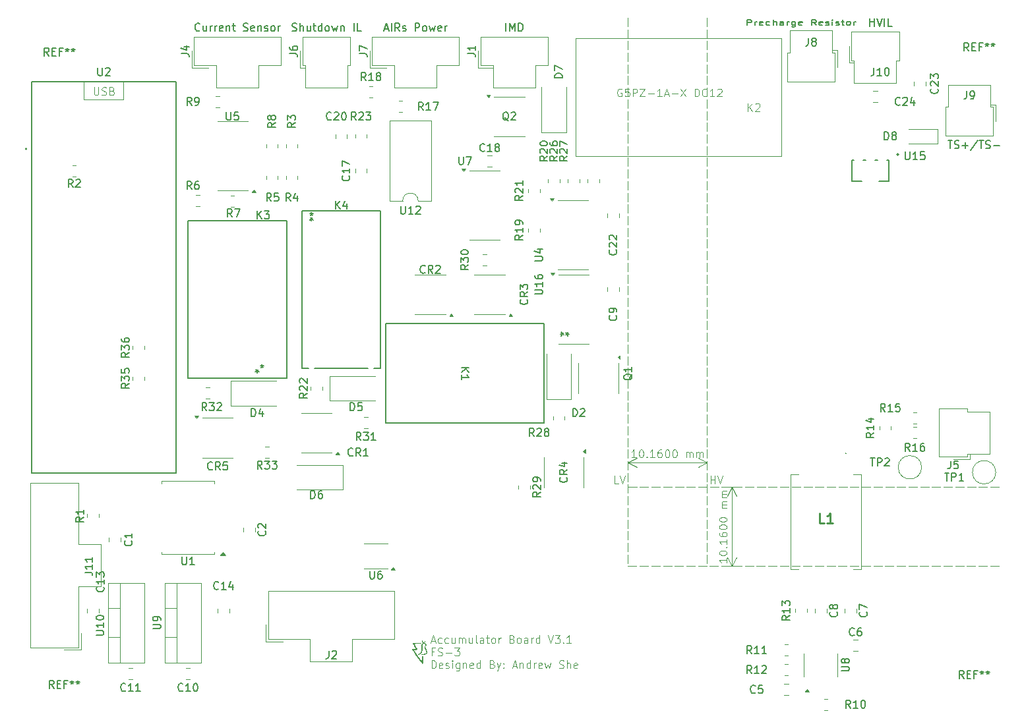
<source format=gbr>
%TF.GenerationSoftware,KiCad,Pcbnew,8.0.3*%
%TF.CreationDate,2025-03-11T00:39:16-07:00*%
%TF.ProjectId,Accumulator_Board,41636375-6d75-46c6-9174-6f725f426f61,3.2*%
%TF.SameCoordinates,Original*%
%TF.FileFunction,Legend,Top*%
%TF.FilePolarity,Positive*%
%FSLAX46Y46*%
G04 Gerber Fmt 4.6, Leading zero omitted, Abs format (unit mm)*
G04 Created by KiCad (PCBNEW 8.0.3) date 2025-03-11 00:39:16*
%MOMM*%
%LPD*%
G01*
G04 APERTURE LIST*
%ADD10C,0.100000*%
%ADD11C,0.150000*%
%ADD12C,0.254000*%
%ADD13C,0.120000*%
%ADD14C,0.127000*%
%ADD15C,0.200000*%
%ADD16C,0.152400*%
%ADD17C,0.000000*%
G04 APERTURE END LIST*
D10*
X99702952Y-81483419D02*
X99226762Y-81483419D01*
X99226762Y-81483419D02*
X99226762Y-80483419D01*
X99893429Y-80483419D02*
X100226762Y-81483419D01*
X100226762Y-81483419D02*
X100560095Y-80483419D01*
X111553714Y-81483419D02*
X111553714Y-80483419D01*
X111553714Y-80959609D02*
X112125142Y-80959609D01*
X112125142Y-81483419D02*
X112125142Y-80483419D01*
X112458476Y-80483419D02*
X112791809Y-81483419D01*
X112791809Y-81483419D02*
X113125142Y-80483419D01*
X111125000Y-21590000D02*
X111125000Y-22690000D01*
X111125000Y-23090000D02*
X111125000Y-24190000D01*
X111125000Y-24590000D02*
X111125000Y-25690000D01*
X111125000Y-26090000D02*
X111125000Y-27190000D01*
X111125000Y-27590000D02*
X111125000Y-28690000D01*
X111125000Y-29090000D02*
X111125000Y-30190000D01*
X111125000Y-30590000D02*
X111125000Y-31690000D01*
X111125000Y-32090000D02*
X111125000Y-33190000D01*
X111125000Y-33590000D02*
X111125000Y-34690000D01*
X111125000Y-35090000D02*
X111125000Y-36190000D01*
X111125000Y-36590000D02*
X111125000Y-37690000D01*
X111125000Y-38090000D02*
X111125000Y-39190000D01*
X111125000Y-39590000D02*
X111125000Y-40690000D01*
X111125000Y-41090000D02*
X111125000Y-42190000D01*
X111125000Y-42590000D02*
X111125000Y-43690000D01*
X111125000Y-44090000D02*
X111125000Y-45190000D01*
X111125000Y-45590000D02*
X111125000Y-46690000D01*
X111125000Y-47090000D02*
X111125000Y-48190000D01*
X111125000Y-48590000D02*
X111125000Y-49690000D01*
X111125000Y-50090000D02*
X111125000Y-51190000D01*
X111125000Y-51590000D02*
X111125000Y-52690000D01*
X111125000Y-53090000D02*
X111125000Y-54190000D01*
X111125000Y-54590000D02*
X111125000Y-55690000D01*
X111125000Y-56090000D02*
X111125000Y-57190000D01*
X111125000Y-57590000D02*
X111125000Y-58690000D01*
X111125000Y-59090000D02*
X111125000Y-60190000D01*
X111125000Y-60590000D02*
X111125000Y-61690000D01*
X111125000Y-62090000D02*
X111125000Y-63190000D01*
X111125000Y-63590000D02*
X111125000Y-64690000D01*
X111125000Y-65090000D02*
X111125000Y-66190000D01*
X111125000Y-66590000D02*
X111125000Y-67690000D01*
X111125000Y-68090000D02*
X111125000Y-69190000D01*
X111125000Y-69590000D02*
X111125000Y-70690000D01*
X111125000Y-71090000D02*
X111125000Y-72190000D01*
X111125000Y-72590000D02*
X111125000Y-73690000D01*
X111125000Y-74090000D02*
X111125000Y-75190000D01*
X111125000Y-75590000D02*
X111125000Y-76690000D01*
X111125000Y-77090000D02*
X111125000Y-78190000D01*
X111125000Y-78590000D02*
X111125000Y-79690000D01*
X111125000Y-80090000D02*
X111125000Y-81190000D01*
X111125000Y-81590000D02*
X111125000Y-82690000D01*
X111125000Y-83090000D02*
X111125000Y-84190000D01*
X111125000Y-84590000D02*
X111125000Y-85690000D01*
X111125000Y-86090000D02*
X111125000Y-87190000D01*
X111125000Y-87590000D02*
X111125000Y-88690000D01*
X111125000Y-89090000D02*
X111125000Y-90190000D01*
X111125000Y-90590000D02*
X111125000Y-91690000D01*
X100965000Y-21590000D02*
X100965000Y-22690000D01*
X100965000Y-23090000D02*
X100965000Y-24190000D01*
X100965000Y-24590000D02*
X100965000Y-25690000D01*
X100965000Y-26090000D02*
X100965000Y-27190000D01*
X100965000Y-27590000D02*
X100965000Y-28690000D01*
X100965000Y-29090000D02*
X100965000Y-30190000D01*
X100965000Y-30590000D02*
X100965000Y-31690000D01*
X100965000Y-32090000D02*
X100965000Y-33190000D01*
X100965000Y-33590000D02*
X100965000Y-34690000D01*
X100965000Y-35090000D02*
X100965000Y-36190000D01*
X100965000Y-36590000D02*
X100965000Y-37690000D01*
X100965000Y-38090000D02*
X100965000Y-39190000D01*
X100965000Y-39590000D02*
X100965000Y-40690000D01*
X100965000Y-41090000D02*
X100965000Y-42190000D01*
X100965000Y-42590000D02*
X100965000Y-43690000D01*
X100965000Y-44090000D02*
X100965000Y-45190000D01*
X100965000Y-45590000D02*
X100965000Y-46690000D01*
X100965000Y-47090000D02*
X100965000Y-48190000D01*
X100965000Y-48590000D02*
X100965000Y-49690000D01*
X100965000Y-50090000D02*
X100965000Y-51190000D01*
X100965000Y-51590000D02*
X100965000Y-52690000D01*
X100965000Y-53090000D02*
X100965000Y-54190000D01*
X100965000Y-54590000D02*
X100965000Y-55690000D01*
X100965000Y-56090000D02*
X100965000Y-57190000D01*
X100965000Y-57590000D02*
X100965000Y-58690000D01*
X100965000Y-59090000D02*
X100965000Y-60190000D01*
X100965000Y-60590000D02*
X100965000Y-61690000D01*
X100965000Y-62090000D02*
X100965000Y-63190000D01*
X100965000Y-63590000D02*
X100965000Y-64690000D01*
X100965000Y-65090000D02*
X100965000Y-66190000D01*
X100965000Y-66590000D02*
X100965000Y-67690000D01*
X100965000Y-68090000D02*
X100965000Y-69190000D01*
X100965000Y-69590000D02*
X100965000Y-70690000D01*
X100965000Y-71090000D02*
X100965000Y-72190000D01*
X100965000Y-72590000D02*
X100965000Y-73690000D01*
X100965000Y-74090000D02*
X100965000Y-75190000D01*
X100965000Y-75590000D02*
X100965000Y-76690000D01*
X100965000Y-77090000D02*
X100965000Y-78190000D01*
X100965000Y-78590000D02*
X100965000Y-79690000D01*
X100965000Y-80090000D02*
X100965000Y-81190000D01*
X100965000Y-81590000D02*
X100965000Y-82690000D01*
X100965000Y-83090000D02*
X100965000Y-84190000D01*
X100965000Y-84590000D02*
X100965000Y-85690000D01*
X100965000Y-86090000D02*
X100965000Y-87190000D01*
X100965000Y-87590000D02*
X100965000Y-88690000D01*
X100965000Y-89090000D02*
X100965000Y-90190000D01*
X100965000Y-90590000D02*
X100965000Y-91690000D01*
X100965000Y-92075000D02*
X102065000Y-92075000D01*
X102465000Y-92075000D02*
X103565000Y-92075000D01*
X103965000Y-92075000D02*
X105065000Y-92075000D01*
X105465000Y-92075000D02*
X106565000Y-92075000D01*
X106965000Y-92075000D02*
X108065000Y-92075000D01*
X108465000Y-92075000D02*
X109565000Y-92075000D01*
X109965000Y-92075000D02*
X111065000Y-92075000D01*
X111465000Y-92075000D02*
X112565000Y-92075000D01*
X112965000Y-92075000D02*
X114065000Y-92075000D01*
X114465000Y-92075000D02*
X115565000Y-92075000D01*
X115965000Y-92075000D02*
X117065000Y-92075000D01*
X117465000Y-92075000D02*
X118565000Y-92075000D01*
X118965000Y-92075000D02*
X120065000Y-92075000D01*
X120465000Y-92075000D02*
X121565000Y-92075000D01*
X121965000Y-92075000D02*
X123065000Y-92075000D01*
X123465000Y-92075000D02*
X124565000Y-92075000D01*
X124965000Y-92075000D02*
X126065000Y-92075000D01*
X126465000Y-92075000D02*
X127565000Y-92075000D01*
X127965000Y-92075000D02*
X129065000Y-92075000D01*
X129465000Y-92075000D02*
X130565000Y-92075000D01*
X130965000Y-92075000D02*
X132065000Y-92075000D01*
X132465000Y-92075000D02*
X133565000Y-92075000D01*
X133965000Y-92075000D02*
X135065000Y-92075000D01*
X135465000Y-92075000D02*
X136565000Y-92075000D01*
X136965000Y-92075000D02*
X138065000Y-92075000D01*
X138465000Y-92075000D02*
X139565000Y-92075000D01*
X139965000Y-92075000D02*
X141065000Y-92075000D01*
X141465000Y-92075000D02*
X142565000Y-92075000D01*
X142965000Y-92075000D02*
X144065000Y-92075000D01*
X144465000Y-92075000D02*
X145565000Y-92075000D01*
X145965000Y-92075000D02*
X147065000Y-92075000D01*
X147465000Y-92075000D02*
X148565000Y-92075000D01*
X148590000Y-81915000D02*
X147490000Y-81915000D01*
X147090000Y-81915000D02*
X145990000Y-81915000D01*
X145590000Y-81915000D02*
X144490000Y-81915000D01*
X144090000Y-81915000D02*
X142990000Y-81915000D01*
X142590000Y-81915000D02*
X141490000Y-81915000D01*
X141090000Y-81915000D02*
X139990000Y-81915000D01*
X139590000Y-81915000D02*
X138490000Y-81915000D01*
X138090000Y-81915000D02*
X136990000Y-81915000D01*
X136590000Y-81915000D02*
X135490000Y-81915000D01*
X135090000Y-81915000D02*
X133990000Y-81915000D01*
X133590000Y-81915000D02*
X132490000Y-81915000D01*
X132090000Y-81915000D02*
X130990000Y-81915000D01*
X130590000Y-81915000D02*
X129490000Y-81915000D01*
X129090000Y-81915000D02*
X127990000Y-81915000D01*
X127590000Y-81915000D02*
X126490000Y-81915000D01*
X126090000Y-81915000D02*
X124990000Y-81915000D01*
X124590000Y-81915000D02*
X123490000Y-81915000D01*
X123090000Y-81915000D02*
X121990000Y-81915000D01*
X121590000Y-81915000D02*
X120490000Y-81915000D01*
X120090000Y-81915000D02*
X118990000Y-81915000D01*
X118590000Y-81915000D02*
X117490000Y-81915000D01*
X117090000Y-81915000D02*
X115990000Y-81915000D01*
X115590000Y-81915000D02*
X114490000Y-81915000D01*
X114090000Y-81915000D02*
X112990000Y-81915000D01*
X112590000Y-81915000D02*
X111490000Y-81915000D01*
X111090000Y-81915000D02*
X109990000Y-81915000D01*
X109590000Y-81915000D02*
X108490000Y-81915000D01*
X108090000Y-81915000D02*
X106990000Y-81915000D01*
X106590000Y-81915000D02*
X105490000Y-81915000D01*
X105090000Y-81915000D02*
X103990000Y-81915000D01*
X103590000Y-81915000D02*
X102490000Y-81915000D01*
X102090000Y-81915000D02*
X100990000Y-81915000D01*
X75694265Y-101685760D02*
X76170455Y-101685760D01*
X75599027Y-101971475D02*
X75932360Y-100971475D01*
X75932360Y-100971475D02*
X76265693Y-101971475D01*
X77027598Y-101923856D02*
X76932360Y-101971475D01*
X76932360Y-101971475D02*
X76741884Y-101971475D01*
X76741884Y-101971475D02*
X76646646Y-101923856D01*
X76646646Y-101923856D02*
X76599027Y-101876236D01*
X76599027Y-101876236D02*
X76551408Y-101780998D01*
X76551408Y-101780998D02*
X76551408Y-101495284D01*
X76551408Y-101495284D02*
X76599027Y-101400046D01*
X76599027Y-101400046D02*
X76646646Y-101352427D01*
X76646646Y-101352427D02*
X76741884Y-101304808D01*
X76741884Y-101304808D02*
X76932360Y-101304808D01*
X76932360Y-101304808D02*
X77027598Y-101352427D01*
X77884741Y-101923856D02*
X77789503Y-101971475D01*
X77789503Y-101971475D02*
X77599027Y-101971475D01*
X77599027Y-101971475D02*
X77503789Y-101923856D01*
X77503789Y-101923856D02*
X77456170Y-101876236D01*
X77456170Y-101876236D02*
X77408551Y-101780998D01*
X77408551Y-101780998D02*
X77408551Y-101495284D01*
X77408551Y-101495284D02*
X77456170Y-101400046D01*
X77456170Y-101400046D02*
X77503789Y-101352427D01*
X77503789Y-101352427D02*
X77599027Y-101304808D01*
X77599027Y-101304808D02*
X77789503Y-101304808D01*
X77789503Y-101304808D02*
X77884741Y-101352427D01*
X78741884Y-101304808D02*
X78741884Y-101971475D01*
X78313313Y-101304808D02*
X78313313Y-101828617D01*
X78313313Y-101828617D02*
X78360932Y-101923856D01*
X78360932Y-101923856D02*
X78456170Y-101971475D01*
X78456170Y-101971475D02*
X78599027Y-101971475D01*
X78599027Y-101971475D02*
X78694265Y-101923856D01*
X78694265Y-101923856D02*
X78741884Y-101876236D01*
X79218075Y-101971475D02*
X79218075Y-101304808D01*
X79218075Y-101400046D02*
X79265694Y-101352427D01*
X79265694Y-101352427D02*
X79360932Y-101304808D01*
X79360932Y-101304808D02*
X79503789Y-101304808D01*
X79503789Y-101304808D02*
X79599027Y-101352427D01*
X79599027Y-101352427D02*
X79646646Y-101447665D01*
X79646646Y-101447665D02*
X79646646Y-101971475D01*
X79646646Y-101447665D02*
X79694265Y-101352427D01*
X79694265Y-101352427D02*
X79789503Y-101304808D01*
X79789503Y-101304808D02*
X79932360Y-101304808D01*
X79932360Y-101304808D02*
X80027599Y-101352427D01*
X80027599Y-101352427D02*
X80075218Y-101447665D01*
X80075218Y-101447665D02*
X80075218Y-101971475D01*
X80979979Y-101304808D02*
X80979979Y-101971475D01*
X80551408Y-101304808D02*
X80551408Y-101828617D01*
X80551408Y-101828617D02*
X80599027Y-101923856D01*
X80599027Y-101923856D02*
X80694265Y-101971475D01*
X80694265Y-101971475D02*
X80837122Y-101971475D01*
X80837122Y-101971475D02*
X80932360Y-101923856D01*
X80932360Y-101923856D02*
X80979979Y-101876236D01*
X81599027Y-101971475D02*
X81503789Y-101923856D01*
X81503789Y-101923856D02*
X81456170Y-101828617D01*
X81456170Y-101828617D02*
X81456170Y-100971475D01*
X82408551Y-101971475D02*
X82408551Y-101447665D01*
X82408551Y-101447665D02*
X82360932Y-101352427D01*
X82360932Y-101352427D02*
X82265694Y-101304808D01*
X82265694Y-101304808D02*
X82075218Y-101304808D01*
X82075218Y-101304808D02*
X81979980Y-101352427D01*
X82408551Y-101923856D02*
X82313313Y-101971475D01*
X82313313Y-101971475D02*
X82075218Y-101971475D01*
X82075218Y-101971475D02*
X81979980Y-101923856D01*
X81979980Y-101923856D02*
X81932361Y-101828617D01*
X81932361Y-101828617D02*
X81932361Y-101733379D01*
X81932361Y-101733379D02*
X81979980Y-101638141D01*
X81979980Y-101638141D02*
X82075218Y-101590522D01*
X82075218Y-101590522D02*
X82313313Y-101590522D01*
X82313313Y-101590522D02*
X82408551Y-101542903D01*
X82741885Y-101304808D02*
X83122837Y-101304808D01*
X82884742Y-100971475D02*
X82884742Y-101828617D01*
X82884742Y-101828617D02*
X82932361Y-101923856D01*
X82932361Y-101923856D02*
X83027599Y-101971475D01*
X83027599Y-101971475D02*
X83122837Y-101971475D01*
X83599028Y-101971475D02*
X83503790Y-101923856D01*
X83503790Y-101923856D02*
X83456171Y-101876236D01*
X83456171Y-101876236D02*
X83408552Y-101780998D01*
X83408552Y-101780998D02*
X83408552Y-101495284D01*
X83408552Y-101495284D02*
X83456171Y-101400046D01*
X83456171Y-101400046D02*
X83503790Y-101352427D01*
X83503790Y-101352427D02*
X83599028Y-101304808D01*
X83599028Y-101304808D02*
X83741885Y-101304808D01*
X83741885Y-101304808D02*
X83837123Y-101352427D01*
X83837123Y-101352427D02*
X83884742Y-101400046D01*
X83884742Y-101400046D02*
X83932361Y-101495284D01*
X83932361Y-101495284D02*
X83932361Y-101780998D01*
X83932361Y-101780998D02*
X83884742Y-101876236D01*
X83884742Y-101876236D02*
X83837123Y-101923856D01*
X83837123Y-101923856D02*
X83741885Y-101971475D01*
X83741885Y-101971475D02*
X83599028Y-101971475D01*
X84360933Y-101971475D02*
X84360933Y-101304808D01*
X84360933Y-101495284D02*
X84408552Y-101400046D01*
X84408552Y-101400046D02*
X84456171Y-101352427D01*
X84456171Y-101352427D02*
X84551409Y-101304808D01*
X84551409Y-101304808D02*
X84646647Y-101304808D01*
X86075219Y-101447665D02*
X86218076Y-101495284D01*
X86218076Y-101495284D02*
X86265695Y-101542903D01*
X86265695Y-101542903D02*
X86313314Y-101638141D01*
X86313314Y-101638141D02*
X86313314Y-101780998D01*
X86313314Y-101780998D02*
X86265695Y-101876236D01*
X86265695Y-101876236D02*
X86218076Y-101923856D01*
X86218076Y-101923856D02*
X86122838Y-101971475D01*
X86122838Y-101971475D02*
X85741886Y-101971475D01*
X85741886Y-101971475D02*
X85741886Y-100971475D01*
X85741886Y-100971475D02*
X86075219Y-100971475D01*
X86075219Y-100971475D02*
X86170457Y-101019094D01*
X86170457Y-101019094D02*
X86218076Y-101066713D01*
X86218076Y-101066713D02*
X86265695Y-101161951D01*
X86265695Y-101161951D02*
X86265695Y-101257189D01*
X86265695Y-101257189D02*
X86218076Y-101352427D01*
X86218076Y-101352427D02*
X86170457Y-101400046D01*
X86170457Y-101400046D02*
X86075219Y-101447665D01*
X86075219Y-101447665D02*
X85741886Y-101447665D01*
X86884743Y-101971475D02*
X86789505Y-101923856D01*
X86789505Y-101923856D02*
X86741886Y-101876236D01*
X86741886Y-101876236D02*
X86694267Y-101780998D01*
X86694267Y-101780998D02*
X86694267Y-101495284D01*
X86694267Y-101495284D02*
X86741886Y-101400046D01*
X86741886Y-101400046D02*
X86789505Y-101352427D01*
X86789505Y-101352427D02*
X86884743Y-101304808D01*
X86884743Y-101304808D02*
X87027600Y-101304808D01*
X87027600Y-101304808D02*
X87122838Y-101352427D01*
X87122838Y-101352427D02*
X87170457Y-101400046D01*
X87170457Y-101400046D02*
X87218076Y-101495284D01*
X87218076Y-101495284D02*
X87218076Y-101780998D01*
X87218076Y-101780998D02*
X87170457Y-101876236D01*
X87170457Y-101876236D02*
X87122838Y-101923856D01*
X87122838Y-101923856D02*
X87027600Y-101971475D01*
X87027600Y-101971475D02*
X86884743Y-101971475D01*
X88075219Y-101971475D02*
X88075219Y-101447665D01*
X88075219Y-101447665D02*
X88027600Y-101352427D01*
X88027600Y-101352427D02*
X87932362Y-101304808D01*
X87932362Y-101304808D02*
X87741886Y-101304808D01*
X87741886Y-101304808D02*
X87646648Y-101352427D01*
X88075219Y-101923856D02*
X87979981Y-101971475D01*
X87979981Y-101971475D02*
X87741886Y-101971475D01*
X87741886Y-101971475D02*
X87646648Y-101923856D01*
X87646648Y-101923856D02*
X87599029Y-101828617D01*
X87599029Y-101828617D02*
X87599029Y-101733379D01*
X87599029Y-101733379D02*
X87646648Y-101638141D01*
X87646648Y-101638141D02*
X87741886Y-101590522D01*
X87741886Y-101590522D02*
X87979981Y-101590522D01*
X87979981Y-101590522D02*
X88075219Y-101542903D01*
X88551410Y-101971475D02*
X88551410Y-101304808D01*
X88551410Y-101495284D02*
X88599029Y-101400046D01*
X88599029Y-101400046D02*
X88646648Y-101352427D01*
X88646648Y-101352427D02*
X88741886Y-101304808D01*
X88741886Y-101304808D02*
X88837124Y-101304808D01*
X89599029Y-101971475D02*
X89599029Y-100971475D01*
X89599029Y-101923856D02*
X89503791Y-101971475D01*
X89503791Y-101971475D02*
X89313315Y-101971475D01*
X89313315Y-101971475D02*
X89218077Y-101923856D01*
X89218077Y-101923856D02*
X89170458Y-101876236D01*
X89170458Y-101876236D02*
X89122839Y-101780998D01*
X89122839Y-101780998D02*
X89122839Y-101495284D01*
X89122839Y-101495284D02*
X89170458Y-101400046D01*
X89170458Y-101400046D02*
X89218077Y-101352427D01*
X89218077Y-101352427D02*
X89313315Y-101304808D01*
X89313315Y-101304808D02*
X89503791Y-101304808D01*
X89503791Y-101304808D02*
X89599029Y-101352427D01*
X90694268Y-100971475D02*
X91027601Y-101971475D01*
X91027601Y-101971475D02*
X91360934Y-100971475D01*
X91599030Y-100971475D02*
X92218077Y-100971475D01*
X92218077Y-100971475D02*
X91884744Y-101352427D01*
X91884744Y-101352427D02*
X92027601Y-101352427D01*
X92027601Y-101352427D02*
X92122839Y-101400046D01*
X92122839Y-101400046D02*
X92170458Y-101447665D01*
X92170458Y-101447665D02*
X92218077Y-101542903D01*
X92218077Y-101542903D02*
X92218077Y-101780998D01*
X92218077Y-101780998D02*
X92170458Y-101876236D01*
X92170458Y-101876236D02*
X92122839Y-101923856D01*
X92122839Y-101923856D02*
X92027601Y-101971475D01*
X92027601Y-101971475D02*
X91741887Y-101971475D01*
X91741887Y-101971475D02*
X91646649Y-101923856D01*
X91646649Y-101923856D02*
X91599030Y-101876236D01*
X92646649Y-101876236D02*
X92694268Y-101923856D01*
X92694268Y-101923856D02*
X92646649Y-101971475D01*
X92646649Y-101971475D02*
X92599030Y-101923856D01*
X92599030Y-101923856D02*
X92646649Y-101876236D01*
X92646649Y-101876236D02*
X92646649Y-101971475D01*
X93646648Y-101971475D02*
X93075220Y-101971475D01*
X93360934Y-101971475D02*
X93360934Y-100971475D01*
X93360934Y-100971475D02*
X93265696Y-101114332D01*
X93265696Y-101114332D02*
X93170458Y-101209570D01*
X93170458Y-101209570D02*
X93075220Y-101257189D01*
X76075217Y-103057609D02*
X75741884Y-103057609D01*
X75741884Y-103581419D02*
X75741884Y-102581419D01*
X75741884Y-102581419D02*
X76218074Y-102581419D01*
X76551408Y-103533800D02*
X76694265Y-103581419D01*
X76694265Y-103581419D02*
X76932360Y-103581419D01*
X76932360Y-103581419D02*
X77027598Y-103533800D01*
X77027598Y-103533800D02*
X77075217Y-103486180D01*
X77075217Y-103486180D02*
X77122836Y-103390942D01*
X77122836Y-103390942D02*
X77122836Y-103295704D01*
X77122836Y-103295704D02*
X77075217Y-103200466D01*
X77075217Y-103200466D02*
X77027598Y-103152847D01*
X77027598Y-103152847D02*
X76932360Y-103105228D01*
X76932360Y-103105228D02*
X76741884Y-103057609D01*
X76741884Y-103057609D02*
X76646646Y-103009990D01*
X76646646Y-103009990D02*
X76599027Y-102962371D01*
X76599027Y-102962371D02*
X76551408Y-102867133D01*
X76551408Y-102867133D02*
X76551408Y-102771895D01*
X76551408Y-102771895D02*
X76599027Y-102676657D01*
X76599027Y-102676657D02*
X76646646Y-102629038D01*
X76646646Y-102629038D02*
X76741884Y-102581419D01*
X76741884Y-102581419D02*
X76979979Y-102581419D01*
X76979979Y-102581419D02*
X77122836Y-102629038D01*
X77551408Y-103200466D02*
X78313313Y-103200466D01*
X78694265Y-102581419D02*
X79313312Y-102581419D01*
X79313312Y-102581419D02*
X78979979Y-102962371D01*
X78979979Y-102962371D02*
X79122836Y-102962371D01*
X79122836Y-102962371D02*
X79218074Y-103009990D01*
X79218074Y-103009990D02*
X79265693Y-103057609D01*
X79265693Y-103057609D02*
X79313312Y-103152847D01*
X79313312Y-103152847D02*
X79313312Y-103390942D01*
X79313312Y-103390942D02*
X79265693Y-103486180D01*
X79265693Y-103486180D02*
X79218074Y-103533800D01*
X79218074Y-103533800D02*
X79122836Y-103581419D01*
X79122836Y-103581419D02*
X78837122Y-103581419D01*
X78837122Y-103581419D02*
X78741884Y-103533800D01*
X78741884Y-103533800D02*
X78694265Y-103486180D01*
X75741884Y-105191363D02*
X75741884Y-104191363D01*
X75741884Y-104191363D02*
X75979979Y-104191363D01*
X75979979Y-104191363D02*
X76122836Y-104238982D01*
X76122836Y-104238982D02*
X76218074Y-104334220D01*
X76218074Y-104334220D02*
X76265693Y-104429458D01*
X76265693Y-104429458D02*
X76313312Y-104619934D01*
X76313312Y-104619934D02*
X76313312Y-104762791D01*
X76313312Y-104762791D02*
X76265693Y-104953267D01*
X76265693Y-104953267D02*
X76218074Y-105048505D01*
X76218074Y-105048505D02*
X76122836Y-105143744D01*
X76122836Y-105143744D02*
X75979979Y-105191363D01*
X75979979Y-105191363D02*
X75741884Y-105191363D01*
X77122836Y-105143744D02*
X77027598Y-105191363D01*
X77027598Y-105191363D02*
X76837122Y-105191363D01*
X76837122Y-105191363D02*
X76741884Y-105143744D01*
X76741884Y-105143744D02*
X76694265Y-105048505D01*
X76694265Y-105048505D02*
X76694265Y-104667553D01*
X76694265Y-104667553D02*
X76741884Y-104572315D01*
X76741884Y-104572315D02*
X76837122Y-104524696D01*
X76837122Y-104524696D02*
X77027598Y-104524696D01*
X77027598Y-104524696D02*
X77122836Y-104572315D01*
X77122836Y-104572315D02*
X77170455Y-104667553D01*
X77170455Y-104667553D02*
X77170455Y-104762791D01*
X77170455Y-104762791D02*
X76694265Y-104858029D01*
X77551408Y-105143744D02*
X77646646Y-105191363D01*
X77646646Y-105191363D02*
X77837122Y-105191363D01*
X77837122Y-105191363D02*
X77932360Y-105143744D01*
X77932360Y-105143744D02*
X77979979Y-105048505D01*
X77979979Y-105048505D02*
X77979979Y-105000886D01*
X77979979Y-105000886D02*
X77932360Y-104905648D01*
X77932360Y-104905648D02*
X77837122Y-104858029D01*
X77837122Y-104858029D02*
X77694265Y-104858029D01*
X77694265Y-104858029D02*
X77599027Y-104810410D01*
X77599027Y-104810410D02*
X77551408Y-104715172D01*
X77551408Y-104715172D02*
X77551408Y-104667553D01*
X77551408Y-104667553D02*
X77599027Y-104572315D01*
X77599027Y-104572315D02*
X77694265Y-104524696D01*
X77694265Y-104524696D02*
X77837122Y-104524696D01*
X77837122Y-104524696D02*
X77932360Y-104572315D01*
X78408551Y-105191363D02*
X78408551Y-104524696D01*
X78408551Y-104191363D02*
X78360932Y-104238982D01*
X78360932Y-104238982D02*
X78408551Y-104286601D01*
X78408551Y-104286601D02*
X78456170Y-104238982D01*
X78456170Y-104238982D02*
X78408551Y-104191363D01*
X78408551Y-104191363D02*
X78408551Y-104286601D01*
X79313312Y-104524696D02*
X79313312Y-105334220D01*
X79313312Y-105334220D02*
X79265693Y-105429458D01*
X79265693Y-105429458D02*
X79218074Y-105477077D01*
X79218074Y-105477077D02*
X79122836Y-105524696D01*
X79122836Y-105524696D02*
X78979979Y-105524696D01*
X78979979Y-105524696D02*
X78884741Y-105477077D01*
X79313312Y-105143744D02*
X79218074Y-105191363D01*
X79218074Y-105191363D02*
X79027598Y-105191363D01*
X79027598Y-105191363D02*
X78932360Y-105143744D01*
X78932360Y-105143744D02*
X78884741Y-105096124D01*
X78884741Y-105096124D02*
X78837122Y-105000886D01*
X78837122Y-105000886D02*
X78837122Y-104715172D01*
X78837122Y-104715172D02*
X78884741Y-104619934D01*
X78884741Y-104619934D02*
X78932360Y-104572315D01*
X78932360Y-104572315D02*
X79027598Y-104524696D01*
X79027598Y-104524696D02*
X79218074Y-104524696D01*
X79218074Y-104524696D02*
X79313312Y-104572315D01*
X79789503Y-104524696D02*
X79789503Y-105191363D01*
X79789503Y-104619934D02*
X79837122Y-104572315D01*
X79837122Y-104572315D02*
X79932360Y-104524696D01*
X79932360Y-104524696D02*
X80075217Y-104524696D01*
X80075217Y-104524696D02*
X80170455Y-104572315D01*
X80170455Y-104572315D02*
X80218074Y-104667553D01*
X80218074Y-104667553D02*
X80218074Y-105191363D01*
X81075217Y-105143744D02*
X80979979Y-105191363D01*
X80979979Y-105191363D02*
X80789503Y-105191363D01*
X80789503Y-105191363D02*
X80694265Y-105143744D01*
X80694265Y-105143744D02*
X80646646Y-105048505D01*
X80646646Y-105048505D02*
X80646646Y-104667553D01*
X80646646Y-104667553D02*
X80694265Y-104572315D01*
X80694265Y-104572315D02*
X80789503Y-104524696D01*
X80789503Y-104524696D02*
X80979979Y-104524696D01*
X80979979Y-104524696D02*
X81075217Y-104572315D01*
X81075217Y-104572315D02*
X81122836Y-104667553D01*
X81122836Y-104667553D02*
X81122836Y-104762791D01*
X81122836Y-104762791D02*
X80646646Y-104858029D01*
X81979979Y-105191363D02*
X81979979Y-104191363D01*
X81979979Y-105143744D02*
X81884741Y-105191363D01*
X81884741Y-105191363D02*
X81694265Y-105191363D01*
X81694265Y-105191363D02*
X81599027Y-105143744D01*
X81599027Y-105143744D02*
X81551408Y-105096124D01*
X81551408Y-105096124D02*
X81503789Y-105000886D01*
X81503789Y-105000886D02*
X81503789Y-104715172D01*
X81503789Y-104715172D02*
X81551408Y-104619934D01*
X81551408Y-104619934D02*
X81599027Y-104572315D01*
X81599027Y-104572315D02*
X81694265Y-104524696D01*
X81694265Y-104524696D02*
X81884741Y-104524696D01*
X81884741Y-104524696D02*
X81979979Y-104572315D01*
X83551408Y-104667553D02*
X83694265Y-104715172D01*
X83694265Y-104715172D02*
X83741884Y-104762791D01*
X83741884Y-104762791D02*
X83789503Y-104858029D01*
X83789503Y-104858029D02*
X83789503Y-105000886D01*
X83789503Y-105000886D02*
X83741884Y-105096124D01*
X83741884Y-105096124D02*
X83694265Y-105143744D01*
X83694265Y-105143744D02*
X83599027Y-105191363D01*
X83599027Y-105191363D02*
X83218075Y-105191363D01*
X83218075Y-105191363D02*
X83218075Y-104191363D01*
X83218075Y-104191363D02*
X83551408Y-104191363D01*
X83551408Y-104191363D02*
X83646646Y-104238982D01*
X83646646Y-104238982D02*
X83694265Y-104286601D01*
X83694265Y-104286601D02*
X83741884Y-104381839D01*
X83741884Y-104381839D02*
X83741884Y-104477077D01*
X83741884Y-104477077D02*
X83694265Y-104572315D01*
X83694265Y-104572315D02*
X83646646Y-104619934D01*
X83646646Y-104619934D02*
X83551408Y-104667553D01*
X83551408Y-104667553D02*
X83218075Y-104667553D01*
X84122837Y-104524696D02*
X84360932Y-105191363D01*
X84599027Y-104524696D02*
X84360932Y-105191363D01*
X84360932Y-105191363D02*
X84265694Y-105429458D01*
X84265694Y-105429458D02*
X84218075Y-105477077D01*
X84218075Y-105477077D02*
X84122837Y-105524696D01*
X84979980Y-105096124D02*
X85027599Y-105143744D01*
X85027599Y-105143744D02*
X84979980Y-105191363D01*
X84979980Y-105191363D02*
X84932361Y-105143744D01*
X84932361Y-105143744D02*
X84979980Y-105096124D01*
X84979980Y-105096124D02*
X84979980Y-105191363D01*
X84979980Y-104572315D02*
X85027599Y-104619934D01*
X85027599Y-104619934D02*
X84979980Y-104667553D01*
X84979980Y-104667553D02*
X84932361Y-104619934D01*
X84932361Y-104619934D02*
X84979980Y-104572315D01*
X84979980Y-104572315D02*
X84979980Y-104667553D01*
X86170456Y-104905648D02*
X86646646Y-104905648D01*
X86075218Y-105191363D02*
X86408551Y-104191363D01*
X86408551Y-104191363D02*
X86741884Y-105191363D01*
X87075218Y-104524696D02*
X87075218Y-105191363D01*
X87075218Y-104619934D02*
X87122837Y-104572315D01*
X87122837Y-104572315D02*
X87218075Y-104524696D01*
X87218075Y-104524696D02*
X87360932Y-104524696D01*
X87360932Y-104524696D02*
X87456170Y-104572315D01*
X87456170Y-104572315D02*
X87503789Y-104667553D01*
X87503789Y-104667553D02*
X87503789Y-105191363D01*
X88408551Y-105191363D02*
X88408551Y-104191363D01*
X88408551Y-105143744D02*
X88313313Y-105191363D01*
X88313313Y-105191363D02*
X88122837Y-105191363D01*
X88122837Y-105191363D02*
X88027599Y-105143744D01*
X88027599Y-105143744D02*
X87979980Y-105096124D01*
X87979980Y-105096124D02*
X87932361Y-105000886D01*
X87932361Y-105000886D02*
X87932361Y-104715172D01*
X87932361Y-104715172D02*
X87979980Y-104619934D01*
X87979980Y-104619934D02*
X88027599Y-104572315D01*
X88027599Y-104572315D02*
X88122837Y-104524696D01*
X88122837Y-104524696D02*
X88313313Y-104524696D01*
X88313313Y-104524696D02*
X88408551Y-104572315D01*
X88884742Y-105191363D02*
X88884742Y-104524696D01*
X88884742Y-104715172D02*
X88932361Y-104619934D01*
X88932361Y-104619934D02*
X88979980Y-104572315D01*
X88979980Y-104572315D02*
X89075218Y-104524696D01*
X89075218Y-104524696D02*
X89170456Y-104524696D01*
X89884742Y-105143744D02*
X89789504Y-105191363D01*
X89789504Y-105191363D02*
X89599028Y-105191363D01*
X89599028Y-105191363D02*
X89503790Y-105143744D01*
X89503790Y-105143744D02*
X89456171Y-105048505D01*
X89456171Y-105048505D02*
X89456171Y-104667553D01*
X89456171Y-104667553D02*
X89503790Y-104572315D01*
X89503790Y-104572315D02*
X89599028Y-104524696D01*
X89599028Y-104524696D02*
X89789504Y-104524696D01*
X89789504Y-104524696D02*
X89884742Y-104572315D01*
X89884742Y-104572315D02*
X89932361Y-104667553D01*
X89932361Y-104667553D02*
X89932361Y-104762791D01*
X89932361Y-104762791D02*
X89456171Y-104858029D01*
X90265695Y-104524696D02*
X90456171Y-105191363D01*
X90456171Y-105191363D02*
X90646647Y-104715172D01*
X90646647Y-104715172D02*
X90837123Y-105191363D01*
X90837123Y-105191363D02*
X91027599Y-104524696D01*
X92122838Y-105143744D02*
X92265695Y-105191363D01*
X92265695Y-105191363D02*
X92503790Y-105191363D01*
X92503790Y-105191363D02*
X92599028Y-105143744D01*
X92599028Y-105143744D02*
X92646647Y-105096124D01*
X92646647Y-105096124D02*
X92694266Y-105000886D01*
X92694266Y-105000886D02*
X92694266Y-104905648D01*
X92694266Y-104905648D02*
X92646647Y-104810410D01*
X92646647Y-104810410D02*
X92599028Y-104762791D01*
X92599028Y-104762791D02*
X92503790Y-104715172D01*
X92503790Y-104715172D02*
X92313314Y-104667553D01*
X92313314Y-104667553D02*
X92218076Y-104619934D01*
X92218076Y-104619934D02*
X92170457Y-104572315D01*
X92170457Y-104572315D02*
X92122838Y-104477077D01*
X92122838Y-104477077D02*
X92122838Y-104381839D01*
X92122838Y-104381839D02*
X92170457Y-104286601D01*
X92170457Y-104286601D02*
X92218076Y-104238982D01*
X92218076Y-104238982D02*
X92313314Y-104191363D01*
X92313314Y-104191363D02*
X92551409Y-104191363D01*
X92551409Y-104191363D02*
X92694266Y-104238982D01*
X93122838Y-105191363D02*
X93122838Y-104191363D01*
X93551409Y-105191363D02*
X93551409Y-104667553D01*
X93551409Y-104667553D02*
X93503790Y-104572315D01*
X93503790Y-104572315D02*
X93408552Y-104524696D01*
X93408552Y-104524696D02*
X93265695Y-104524696D01*
X93265695Y-104524696D02*
X93170457Y-104572315D01*
X93170457Y-104572315D02*
X93122838Y-104619934D01*
X94408552Y-105143744D02*
X94313314Y-105191363D01*
X94313314Y-105191363D02*
X94122838Y-105191363D01*
X94122838Y-105191363D02*
X94027600Y-105143744D01*
X94027600Y-105143744D02*
X93979981Y-105048505D01*
X93979981Y-105048505D02*
X93979981Y-104667553D01*
X93979981Y-104667553D02*
X94027600Y-104572315D01*
X94027600Y-104572315D02*
X94122838Y-104524696D01*
X94122838Y-104524696D02*
X94313314Y-104524696D01*
X94313314Y-104524696D02*
X94408552Y-104572315D01*
X94408552Y-104572315D02*
X94456171Y-104667553D01*
X94456171Y-104667553D02*
X94456171Y-104762791D01*
X94456171Y-104762791D02*
X93979981Y-104858029D01*
X101997381Y-78097419D02*
X101425953Y-78097419D01*
X101711667Y-78097419D02*
X101711667Y-77097419D01*
X101711667Y-77097419D02*
X101616429Y-77240276D01*
X101616429Y-77240276D02*
X101521191Y-77335514D01*
X101521191Y-77335514D02*
X101425953Y-77383133D01*
X102616429Y-77097419D02*
X102711667Y-77097419D01*
X102711667Y-77097419D02*
X102806905Y-77145038D01*
X102806905Y-77145038D02*
X102854524Y-77192657D01*
X102854524Y-77192657D02*
X102902143Y-77287895D01*
X102902143Y-77287895D02*
X102949762Y-77478371D01*
X102949762Y-77478371D02*
X102949762Y-77716466D01*
X102949762Y-77716466D02*
X102902143Y-77906942D01*
X102902143Y-77906942D02*
X102854524Y-78002180D01*
X102854524Y-78002180D02*
X102806905Y-78049800D01*
X102806905Y-78049800D02*
X102711667Y-78097419D01*
X102711667Y-78097419D02*
X102616429Y-78097419D01*
X102616429Y-78097419D02*
X102521191Y-78049800D01*
X102521191Y-78049800D02*
X102473572Y-78002180D01*
X102473572Y-78002180D02*
X102425953Y-77906942D01*
X102425953Y-77906942D02*
X102378334Y-77716466D01*
X102378334Y-77716466D02*
X102378334Y-77478371D01*
X102378334Y-77478371D02*
X102425953Y-77287895D01*
X102425953Y-77287895D02*
X102473572Y-77192657D01*
X102473572Y-77192657D02*
X102521191Y-77145038D01*
X102521191Y-77145038D02*
X102616429Y-77097419D01*
X103378334Y-78002180D02*
X103425953Y-78049800D01*
X103425953Y-78049800D02*
X103378334Y-78097419D01*
X103378334Y-78097419D02*
X103330715Y-78049800D01*
X103330715Y-78049800D02*
X103378334Y-78002180D01*
X103378334Y-78002180D02*
X103378334Y-78097419D01*
X104378333Y-78097419D02*
X103806905Y-78097419D01*
X104092619Y-78097419D02*
X104092619Y-77097419D01*
X104092619Y-77097419D02*
X103997381Y-77240276D01*
X103997381Y-77240276D02*
X103902143Y-77335514D01*
X103902143Y-77335514D02*
X103806905Y-77383133D01*
X105235476Y-77097419D02*
X105045000Y-77097419D01*
X105045000Y-77097419D02*
X104949762Y-77145038D01*
X104949762Y-77145038D02*
X104902143Y-77192657D01*
X104902143Y-77192657D02*
X104806905Y-77335514D01*
X104806905Y-77335514D02*
X104759286Y-77525990D01*
X104759286Y-77525990D02*
X104759286Y-77906942D01*
X104759286Y-77906942D02*
X104806905Y-78002180D01*
X104806905Y-78002180D02*
X104854524Y-78049800D01*
X104854524Y-78049800D02*
X104949762Y-78097419D01*
X104949762Y-78097419D02*
X105140238Y-78097419D01*
X105140238Y-78097419D02*
X105235476Y-78049800D01*
X105235476Y-78049800D02*
X105283095Y-78002180D01*
X105283095Y-78002180D02*
X105330714Y-77906942D01*
X105330714Y-77906942D02*
X105330714Y-77668847D01*
X105330714Y-77668847D02*
X105283095Y-77573609D01*
X105283095Y-77573609D02*
X105235476Y-77525990D01*
X105235476Y-77525990D02*
X105140238Y-77478371D01*
X105140238Y-77478371D02*
X104949762Y-77478371D01*
X104949762Y-77478371D02*
X104854524Y-77525990D01*
X104854524Y-77525990D02*
X104806905Y-77573609D01*
X104806905Y-77573609D02*
X104759286Y-77668847D01*
X105949762Y-77097419D02*
X106045000Y-77097419D01*
X106045000Y-77097419D02*
X106140238Y-77145038D01*
X106140238Y-77145038D02*
X106187857Y-77192657D01*
X106187857Y-77192657D02*
X106235476Y-77287895D01*
X106235476Y-77287895D02*
X106283095Y-77478371D01*
X106283095Y-77478371D02*
X106283095Y-77716466D01*
X106283095Y-77716466D02*
X106235476Y-77906942D01*
X106235476Y-77906942D02*
X106187857Y-78002180D01*
X106187857Y-78002180D02*
X106140238Y-78049800D01*
X106140238Y-78049800D02*
X106045000Y-78097419D01*
X106045000Y-78097419D02*
X105949762Y-78097419D01*
X105949762Y-78097419D02*
X105854524Y-78049800D01*
X105854524Y-78049800D02*
X105806905Y-78002180D01*
X105806905Y-78002180D02*
X105759286Y-77906942D01*
X105759286Y-77906942D02*
X105711667Y-77716466D01*
X105711667Y-77716466D02*
X105711667Y-77478371D01*
X105711667Y-77478371D02*
X105759286Y-77287895D01*
X105759286Y-77287895D02*
X105806905Y-77192657D01*
X105806905Y-77192657D02*
X105854524Y-77145038D01*
X105854524Y-77145038D02*
X105949762Y-77097419D01*
X106902143Y-77097419D02*
X106997381Y-77097419D01*
X106997381Y-77097419D02*
X107092619Y-77145038D01*
X107092619Y-77145038D02*
X107140238Y-77192657D01*
X107140238Y-77192657D02*
X107187857Y-77287895D01*
X107187857Y-77287895D02*
X107235476Y-77478371D01*
X107235476Y-77478371D02*
X107235476Y-77716466D01*
X107235476Y-77716466D02*
X107187857Y-77906942D01*
X107187857Y-77906942D02*
X107140238Y-78002180D01*
X107140238Y-78002180D02*
X107092619Y-78049800D01*
X107092619Y-78049800D02*
X106997381Y-78097419D01*
X106997381Y-78097419D02*
X106902143Y-78097419D01*
X106902143Y-78097419D02*
X106806905Y-78049800D01*
X106806905Y-78049800D02*
X106759286Y-78002180D01*
X106759286Y-78002180D02*
X106711667Y-77906942D01*
X106711667Y-77906942D02*
X106664048Y-77716466D01*
X106664048Y-77716466D02*
X106664048Y-77478371D01*
X106664048Y-77478371D02*
X106711667Y-77287895D01*
X106711667Y-77287895D02*
X106759286Y-77192657D01*
X106759286Y-77192657D02*
X106806905Y-77145038D01*
X106806905Y-77145038D02*
X106902143Y-77097419D01*
X108425953Y-78097419D02*
X108425953Y-77430752D01*
X108425953Y-77525990D02*
X108473572Y-77478371D01*
X108473572Y-77478371D02*
X108568810Y-77430752D01*
X108568810Y-77430752D02*
X108711667Y-77430752D01*
X108711667Y-77430752D02*
X108806905Y-77478371D01*
X108806905Y-77478371D02*
X108854524Y-77573609D01*
X108854524Y-77573609D02*
X108854524Y-78097419D01*
X108854524Y-77573609D02*
X108902143Y-77478371D01*
X108902143Y-77478371D02*
X108997381Y-77430752D01*
X108997381Y-77430752D02*
X109140238Y-77430752D01*
X109140238Y-77430752D02*
X109235477Y-77478371D01*
X109235477Y-77478371D02*
X109283096Y-77573609D01*
X109283096Y-77573609D02*
X109283096Y-78097419D01*
X109759286Y-78097419D02*
X109759286Y-77430752D01*
X109759286Y-77525990D02*
X109806905Y-77478371D01*
X109806905Y-77478371D02*
X109902143Y-77430752D01*
X109902143Y-77430752D02*
X110045000Y-77430752D01*
X110045000Y-77430752D02*
X110140238Y-77478371D01*
X110140238Y-77478371D02*
X110187857Y-77573609D01*
X110187857Y-77573609D02*
X110187857Y-78097419D01*
X110187857Y-77573609D02*
X110235476Y-77478371D01*
X110235476Y-77478371D02*
X110330714Y-77430752D01*
X110330714Y-77430752D02*
X110473571Y-77430752D01*
X110473571Y-77430752D02*
X110568810Y-77478371D01*
X110568810Y-77478371D02*
X110616429Y-77573609D01*
X110616429Y-77573609D02*
X110616429Y-78097419D01*
X111125000Y-78605000D02*
X111125000Y-79326420D01*
X100965000Y-78605000D02*
X100965000Y-79326420D01*
X111125000Y-78740000D02*
X100965000Y-78740000D01*
X111125000Y-78740000D02*
X100965000Y-78740000D01*
X111125000Y-78740000D02*
X109998496Y-79326421D01*
X111125000Y-78740000D02*
X109998496Y-78153579D01*
X100965000Y-78740000D02*
X102091504Y-78153579D01*
X100965000Y-78740000D02*
X102091504Y-79326421D01*
X113657420Y-91042618D02*
X113657420Y-91614046D01*
X113657420Y-91328332D02*
X112657420Y-91328332D01*
X112657420Y-91328332D02*
X112800277Y-91423570D01*
X112800277Y-91423570D02*
X112895515Y-91518808D01*
X112895515Y-91518808D02*
X112943134Y-91614046D01*
X112657420Y-90423570D02*
X112657420Y-90328332D01*
X112657420Y-90328332D02*
X112705039Y-90233094D01*
X112705039Y-90233094D02*
X112752658Y-90185475D01*
X112752658Y-90185475D02*
X112847896Y-90137856D01*
X112847896Y-90137856D02*
X113038372Y-90090237D01*
X113038372Y-90090237D02*
X113276467Y-90090237D01*
X113276467Y-90090237D02*
X113466943Y-90137856D01*
X113466943Y-90137856D02*
X113562181Y-90185475D01*
X113562181Y-90185475D02*
X113609801Y-90233094D01*
X113609801Y-90233094D02*
X113657420Y-90328332D01*
X113657420Y-90328332D02*
X113657420Y-90423570D01*
X113657420Y-90423570D02*
X113609801Y-90518808D01*
X113609801Y-90518808D02*
X113562181Y-90566427D01*
X113562181Y-90566427D02*
X113466943Y-90614046D01*
X113466943Y-90614046D02*
X113276467Y-90661665D01*
X113276467Y-90661665D02*
X113038372Y-90661665D01*
X113038372Y-90661665D02*
X112847896Y-90614046D01*
X112847896Y-90614046D02*
X112752658Y-90566427D01*
X112752658Y-90566427D02*
X112705039Y-90518808D01*
X112705039Y-90518808D02*
X112657420Y-90423570D01*
X113562181Y-89661665D02*
X113609801Y-89614046D01*
X113609801Y-89614046D02*
X113657420Y-89661665D01*
X113657420Y-89661665D02*
X113609801Y-89709284D01*
X113609801Y-89709284D02*
X113562181Y-89661665D01*
X113562181Y-89661665D02*
X113657420Y-89661665D01*
X113657420Y-88661666D02*
X113657420Y-89233094D01*
X113657420Y-88947380D02*
X112657420Y-88947380D01*
X112657420Y-88947380D02*
X112800277Y-89042618D01*
X112800277Y-89042618D02*
X112895515Y-89137856D01*
X112895515Y-89137856D02*
X112943134Y-89233094D01*
X112657420Y-87804523D02*
X112657420Y-87994999D01*
X112657420Y-87994999D02*
X112705039Y-88090237D01*
X112705039Y-88090237D02*
X112752658Y-88137856D01*
X112752658Y-88137856D02*
X112895515Y-88233094D01*
X112895515Y-88233094D02*
X113085991Y-88280713D01*
X113085991Y-88280713D02*
X113466943Y-88280713D01*
X113466943Y-88280713D02*
X113562181Y-88233094D01*
X113562181Y-88233094D02*
X113609801Y-88185475D01*
X113609801Y-88185475D02*
X113657420Y-88090237D01*
X113657420Y-88090237D02*
X113657420Y-87899761D01*
X113657420Y-87899761D02*
X113609801Y-87804523D01*
X113609801Y-87804523D02*
X113562181Y-87756904D01*
X113562181Y-87756904D02*
X113466943Y-87709285D01*
X113466943Y-87709285D02*
X113228848Y-87709285D01*
X113228848Y-87709285D02*
X113133610Y-87756904D01*
X113133610Y-87756904D02*
X113085991Y-87804523D01*
X113085991Y-87804523D02*
X113038372Y-87899761D01*
X113038372Y-87899761D02*
X113038372Y-88090237D01*
X113038372Y-88090237D02*
X113085991Y-88185475D01*
X113085991Y-88185475D02*
X113133610Y-88233094D01*
X113133610Y-88233094D02*
X113228848Y-88280713D01*
X112657420Y-87090237D02*
X112657420Y-86994999D01*
X112657420Y-86994999D02*
X112705039Y-86899761D01*
X112705039Y-86899761D02*
X112752658Y-86852142D01*
X112752658Y-86852142D02*
X112847896Y-86804523D01*
X112847896Y-86804523D02*
X113038372Y-86756904D01*
X113038372Y-86756904D02*
X113276467Y-86756904D01*
X113276467Y-86756904D02*
X113466943Y-86804523D01*
X113466943Y-86804523D02*
X113562181Y-86852142D01*
X113562181Y-86852142D02*
X113609801Y-86899761D01*
X113609801Y-86899761D02*
X113657420Y-86994999D01*
X113657420Y-86994999D02*
X113657420Y-87090237D01*
X113657420Y-87090237D02*
X113609801Y-87185475D01*
X113609801Y-87185475D02*
X113562181Y-87233094D01*
X113562181Y-87233094D02*
X113466943Y-87280713D01*
X113466943Y-87280713D02*
X113276467Y-87328332D01*
X113276467Y-87328332D02*
X113038372Y-87328332D01*
X113038372Y-87328332D02*
X112847896Y-87280713D01*
X112847896Y-87280713D02*
X112752658Y-87233094D01*
X112752658Y-87233094D02*
X112705039Y-87185475D01*
X112705039Y-87185475D02*
X112657420Y-87090237D01*
X112657420Y-86137856D02*
X112657420Y-86042618D01*
X112657420Y-86042618D02*
X112705039Y-85947380D01*
X112705039Y-85947380D02*
X112752658Y-85899761D01*
X112752658Y-85899761D02*
X112847896Y-85852142D01*
X112847896Y-85852142D02*
X113038372Y-85804523D01*
X113038372Y-85804523D02*
X113276467Y-85804523D01*
X113276467Y-85804523D02*
X113466943Y-85852142D01*
X113466943Y-85852142D02*
X113562181Y-85899761D01*
X113562181Y-85899761D02*
X113609801Y-85947380D01*
X113609801Y-85947380D02*
X113657420Y-86042618D01*
X113657420Y-86042618D02*
X113657420Y-86137856D01*
X113657420Y-86137856D02*
X113609801Y-86233094D01*
X113609801Y-86233094D02*
X113562181Y-86280713D01*
X113562181Y-86280713D02*
X113466943Y-86328332D01*
X113466943Y-86328332D02*
X113276467Y-86375951D01*
X113276467Y-86375951D02*
X113038372Y-86375951D01*
X113038372Y-86375951D02*
X112847896Y-86328332D01*
X112847896Y-86328332D02*
X112752658Y-86280713D01*
X112752658Y-86280713D02*
X112705039Y-86233094D01*
X112705039Y-86233094D02*
X112657420Y-86137856D01*
X113657420Y-84614046D02*
X112990753Y-84614046D01*
X113085991Y-84614046D02*
X113038372Y-84566427D01*
X113038372Y-84566427D02*
X112990753Y-84471189D01*
X112990753Y-84471189D02*
X112990753Y-84328332D01*
X112990753Y-84328332D02*
X113038372Y-84233094D01*
X113038372Y-84233094D02*
X113133610Y-84185475D01*
X113133610Y-84185475D02*
X113657420Y-84185475D01*
X113133610Y-84185475D02*
X113038372Y-84137856D01*
X113038372Y-84137856D02*
X112990753Y-84042618D01*
X112990753Y-84042618D02*
X112990753Y-83899761D01*
X112990753Y-83899761D02*
X113038372Y-83804522D01*
X113038372Y-83804522D02*
X113133610Y-83756903D01*
X113133610Y-83756903D02*
X113657420Y-83756903D01*
X113657420Y-83280713D02*
X112990753Y-83280713D01*
X113085991Y-83280713D02*
X113038372Y-83233094D01*
X113038372Y-83233094D02*
X112990753Y-83137856D01*
X112990753Y-83137856D02*
X112990753Y-82994999D01*
X112990753Y-82994999D02*
X113038372Y-82899761D01*
X113038372Y-82899761D02*
X113133610Y-82852142D01*
X113133610Y-82852142D02*
X113657420Y-82852142D01*
X113133610Y-82852142D02*
X113038372Y-82804523D01*
X113038372Y-82804523D02*
X112990753Y-82709285D01*
X112990753Y-82709285D02*
X112990753Y-82566428D01*
X112990753Y-82566428D02*
X113038372Y-82471189D01*
X113038372Y-82471189D02*
X113133610Y-82423570D01*
X113133610Y-82423570D02*
X113657420Y-82423570D01*
X114435000Y-81915000D02*
X113713581Y-81915000D01*
X114435000Y-92075000D02*
X113713581Y-92075000D01*
X114300001Y-81915000D02*
X114300001Y-92075000D01*
X114300001Y-81915000D02*
X114300001Y-92075000D01*
X114300001Y-81915000D02*
X114886422Y-83041504D01*
X114300001Y-81915000D02*
X113713580Y-83041504D01*
X114300001Y-92075000D02*
X113713580Y-90948496D01*
X114300001Y-92075000D02*
X114886422Y-90948496D01*
D11*
X31204819Y-92884523D02*
X31919104Y-92884523D01*
X31919104Y-92884523D02*
X32061961Y-92932142D01*
X32061961Y-92932142D02*
X32157200Y-93027380D01*
X32157200Y-93027380D02*
X32204819Y-93170237D01*
X32204819Y-93170237D02*
X32204819Y-93265475D01*
X32204819Y-91884523D02*
X32204819Y-92455951D01*
X32204819Y-92170237D02*
X31204819Y-92170237D01*
X31204819Y-92170237D02*
X31347676Y-92265475D01*
X31347676Y-92265475D02*
X31442914Y-92360713D01*
X31442914Y-92360713D02*
X31490533Y-92455951D01*
X32204819Y-90932142D02*
X32204819Y-91503570D01*
X32204819Y-91217856D02*
X31204819Y-91217856D01*
X31204819Y-91217856D02*
X31347676Y-91313094D01*
X31347676Y-91313094D02*
X31442914Y-91408332D01*
X31442914Y-91408332D02*
X31490533Y-91503570D01*
X65301905Y-72082819D02*
X65301905Y-71082819D01*
X65301905Y-71082819D02*
X65540000Y-71082819D01*
X65540000Y-71082819D02*
X65682857Y-71130438D01*
X65682857Y-71130438D02*
X65778095Y-71225676D01*
X65778095Y-71225676D02*
X65825714Y-71320914D01*
X65825714Y-71320914D02*
X65873333Y-71511390D01*
X65873333Y-71511390D02*
X65873333Y-71654247D01*
X65873333Y-71654247D02*
X65825714Y-71844723D01*
X65825714Y-71844723D02*
X65778095Y-71939961D01*
X65778095Y-71939961D02*
X65682857Y-72035200D01*
X65682857Y-72035200D02*
X65540000Y-72082819D01*
X65540000Y-72082819D02*
X65301905Y-72082819D01*
X66778095Y-71082819D02*
X66301905Y-71082819D01*
X66301905Y-71082819D02*
X66254286Y-71559009D01*
X66254286Y-71559009D02*
X66301905Y-71511390D01*
X66301905Y-71511390D02*
X66397143Y-71463771D01*
X66397143Y-71463771D02*
X66635238Y-71463771D01*
X66635238Y-71463771D02*
X66730476Y-71511390D01*
X66730476Y-71511390D02*
X66778095Y-71559009D01*
X66778095Y-71559009D02*
X66825714Y-71654247D01*
X66825714Y-71654247D02*
X66825714Y-71892342D01*
X66825714Y-71892342D02*
X66778095Y-71987580D01*
X66778095Y-71987580D02*
X66730476Y-72035200D01*
X66730476Y-72035200D02*
X66635238Y-72082819D01*
X66635238Y-72082819D02*
X66397143Y-72082819D01*
X66397143Y-72082819D02*
X66301905Y-72035200D01*
X66301905Y-72035200D02*
X66254286Y-71987580D01*
X58239819Y-35091666D02*
X57763628Y-35424999D01*
X58239819Y-35663094D02*
X57239819Y-35663094D01*
X57239819Y-35663094D02*
X57239819Y-35282142D01*
X57239819Y-35282142D02*
X57287438Y-35186904D01*
X57287438Y-35186904D02*
X57335057Y-35139285D01*
X57335057Y-35139285D02*
X57430295Y-35091666D01*
X57430295Y-35091666D02*
X57573152Y-35091666D01*
X57573152Y-35091666D02*
X57668390Y-35139285D01*
X57668390Y-35139285D02*
X57716009Y-35186904D01*
X57716009Y-35186904D02*
X57763628Y-35282142D01*
X57763628Y-35282142D02*
X57763628Y-35663094D01*
X57239819Y-34758332D02*
X57239819Y-34139285D01*
X57239819Y-34139285D02*
X57620771Y-34472618D01*
X57620771Y-34472618D02*
X57620771Y-34329761D01*
X57620771Y-34329761D02*
X57668390Y-34234523D01*
X57668390Y-34234523D02*
X57716009Y-34186904D01*
X57716009Y-34186904D02*
X57811247Y-34139285D01*
X57811247Y-34139285D02*
X58049342Y-34139285D01*
X58049342Y-34139285D02*
X58144580Y-34186904D01*
X58144580Y-34186904D02*
X58192200Y-34234523D01*
X58192200Y-34234523D02*
X58239819Y-34329761D01*
X58239819Y-34329761D02*
X58239819Y-34615475D01*
X58239819Y-34615475D02*
X58192200Y-34710713D01*
X58192200Y-34710713D02*
X58144580Y-34758332D01*
X32893095Y-28029819D02*
X32893095Y-28839342D01*
X32893095Y-28839342D02*
X32940714Y-28934580D01*
X32940714Y-28934580D02*
X32988333Y-28982200D01*
X32988333Y-28982200D02*
X33083571Y-29029819D01*
X33083571Y-29029819D02*
X33274047Y-29029819D01*
X33274047Y-29029819D02*
X33369285Y-28982200D01*
X33369285Y-28982200D02*
X33416904Y-28934580D01*
X33416904Y-28934580D02*
X33464523Y-28839342D01*
X33464523Y-28839342D02*
X33464523Y-28029819D01*
X33893095Y-28125057D02*
X33940714Y-28077438D01*
X33940714Y-28077438D02*
X34035952Y-28029819D01*
X34035952Y-28029819D02*
X34274047Y-28029819D01*
X34274047Y-28029819D02*
X34369285Y-28077438D01*
X34369285Y-28077438D02*
X34416904Y-28125057D01*
X34416904Y-28125057D02*
X34464523Y-28220295D01*
X34464523Y-28220295D02*
X34464523Y-28315533D01*
X34464523Y-28315533D02*
X34416904Y-28458390D01*
X34416904Y-28458390D02*
X33845476Y-29029819D01*
X33845476Y-29029819D02*
X34464523Y-29029819D01*
D10*
X32393095Y-30531419D02*
X32393095Y-31340942D01*
X32393095Y-31340942D02*
X32440714Y-31436180D01*
X32440714Y-31436180D02*
X32488333Y-31483800D01*
X32488333Y-31483800D02*
X32583571Y-31531419D01*
X32583571Y-31531419D02*
X32774047Y-31531419D01*
X32774047Y-31531419D02*
X32869285Y-31483800D01*
X32869285Y-31483800D02*
X32916904Y-31436180D01*
X32916904Y-31436180D02*
X32964523Y-31340942D01*
X32964523Y-31340942D02*
X32964523Y-30531419D01*
X33393095Y-31483800D02*
X33535952Y-31531419D01*
X33535952Y-31531419D02*
X33774047Y-31531419D01*
X33774047Y-31531419D02*
X33869285Y-31483800D01*
X33869285Y-31483800D02*
X33916904Y-31436180D01*
X33916904Y-31436180D02*
X33964523Y-31340942D01*
X33964523Y-31340942D02*
X33964523Y-31245704D01*
X33964523Y-31245704D02*
X33916904Y-31150466D01*
X33916904Y-31150466D02*
X33869285Y-31102847D01*
X33869285Y-31102847D02*
X33774047Y-31055228D01*
X33774047Y-31055228D02*
X33583571Y-31007609D01*
X33583571Y-31007609D02*
X33488333Y-30959990D01*
X33488333Y-30959990D02*
X33440714Y-30912371D01*
X33440714Y-30912371D02*
X33393095Y-30817133D01*
X33393095Y-30817133D02*
X33393095Y-30721895D01*
X33393095Y-30721895D02*
X33440714Y-30626657D01*
X33440714Y-30626657D02*
X33488333Y-30579038D01*
X33488333Y-30579038D02*
X33583571Y-30531419D01*
X33583571Y-30531419D02*
X33821666Y-30531419D01*
X33821666Y-30531419D02*
X33964523Y-30579038D01*
X34726428Y-31007609D02*
X34869285Y-31055228D01*
X34869285Y-31055228D02*
X34916904Y-31102847D01*
X34916904Y-31102847D02*
X34964523Y-31198085D01*
X34964523Y-31198085D02*
X34964523Y-31340942D01*
X34964523Y-31340942D02*
X34916904Y-31436180D01*
X34916904Y-31436180D02*
X34869285Y-31483800D01*
X34869285Y-31483800D02*
X34774047Y-31531419D01*
X34774047Y-31531419D02*
X34393095Y-31531419D01*
X34393095Y-31531419D02*
X34393095Y-30531419D01*
X34393095Y-30531419D02*
X34726428Y-30531419D01*
X34726428Y-30531419D02*
X34821666Y-30579038D01*
X34821666Y-30579038D02*
X34869285Y-30626657D01*
X34869285Y-30626657D02*
X34916904Y-30721895D01*
X34916904Y-30721895D02*
X34916904Y-30817133D01*
X34916904Y-30817133D02*
X34869285Y-30912371D01*
X34869285Y-30912371D02*
X34821666Y-30959990D01*
X34821666Y-30959990D02*
X34726428Y-31007609D01*
X34726428Y-31007609D02*
X34393095Y-31007609D01*
D11*
X88892142Y-75384819D02*
X88558809Y-74908628D01*
X88320714Y-75384819D02*
X88320714Y-74384819D01*
X88320714Y-74384819D02*
X88701666Y-74384819D01*
X88701666Y-74384819D02*
X88796904Y-74432438D01*
X88796904Y-74432438D02*
X88844523Y-74480057D01*
X88844523Y-74480057D02*
X88892142Y-74575295D01*
X88892142Y-74575295D02*
X88892142Y-74718152D01*
X88892142Y-74718152D02*
X88844523Y-74813390D01*
X88844523Y-74813390D02*
X88796904Y-74861009D01*
X88796904Y-74861009D02*
X88701666Y-74908628D01*
X88701666Y-74908628D02*
X88320714Y-74908628D01*
X89273095Y-74480057D02*
X89320714Y-74432438D01*
X89320714Y-74432438D02*
X89415952Y-74384819D01*
X89415952Y-74384819D02*
X89654047Y-74384819D01*
X89654047Y-74384819D02*
X89749285Y-74432438D01*
X89749285Y-74432438D02*
X89796904Y-74480057D01*
X89796904Y-74480057D02*
X89844523Y-74575295D01*
X89844523Y-74575295D02*
X89844523Y-74670533D01*
X89844523Y-74670533D02*
X89796904Y-74813390D01*
X89796904Y-74813390D02*
X89225476Y-75384819D01*
X89225476Y-75384819D02*
X89844523Y-75384819D01*
X90415952Y-74813390D02*
X90320714Y-74765771D01*
X90320714Y-74765771D02*
X90273095Y-74718152D01*
X90273095Y-74718152D02*
X90225476Y-74622914D01*
X90225476Y-74622914D02*
X90225476Y-74575295D01*
X90225476Y-74575295D02*
X90273095Y-74480057D01*
X90273095Y-74480057D02*
X90320714Y-74432438D01*
X90320714Y-74432438D02*
X90415952Y-74384819D01*
X90415952Y-74384819D02*
X90606428Y-74384819D01*
X90606428Y-74384819D02*
X90701666Y-74432438D01*
X90701666Y-74432438D02*
X90749285Y-74480057D01*
X90749285Y-74480057D02*
X90796904Y-74575295D01*
X90796904Y-74575295D02*
X90796904Y-74622914D01*
X90796904Y-74622914D02*
X90749285Y-74718152D01*
X90749285Y-74718152D02*
X90701666Y-74765771D01*
X90701666Y-74765771D02*
X90606428Y-74813390D01*
X90606428Y-74813390D02*
X90415952Y-74813390D01*
X90415952Y-74813390D02*
X90320714Y-74861009D01*
X90320714Y-74861009D02*
X90273095Y-74908628D01*
X90273095Y-74908628D02*
X90225476Y-75003866D01*
X90225476Y-75003866D02*
X90225476Y-75194342D01*
X90225476Y-75194342D02*
X90273095Y-75289580D01*
X90273095Y-75289580D02*
X90320714Y-75337200D01*
X90320714Y-75337200D02*
X90415952Y-75384819D01*
X90415952Y-75384819D02*
X90606428Y-75384819D01*
X90606428Y-75384819D02*
X90701666Y-75337200D01*
X90701666Y-75337200D02*
X90749285Y-75289580D01*
X90749285Y-75289580D02*
X90796904Y-75194342D01*
X90796904Y-75194342D02*
X90796904Y-75003866D01*
X90796904Y-75003866D02*
X90749285Y-74908628D01*
X90749285Y-74908628D02*
X90701666Y-74861009D01*
X90701666Y-74861009D02*
X90606428Y-74813390D01*
X142381666Y-78554819D02*
X142381666Y-79269104D01*
X142381666Y-79269104D02*
X142334047Y-79411961D01*
X142334047Y-79411961D02*
X142238809Y-79507200D01*
X142238809Y-79507200D02*
X142095952Y-79554819D01*
X142095952Y-79554819D02*
X142000714Y-79554819D01*
X143334047Y-78554819D02*
X142857857Y-78554819D01*
X142857857Y-78554819D02*
X142810238Y-79031009D01*
X142810238Y-79031009D02*
X142857857Y-78983390D01*
X142857857Y-78983390D02*
X142953095Y-78935771D01*
X142953095Y-78935771D02*
X143191190Y-78935771D01*
X143191190Y-78935771D02*
X143286428Y-78983390D01*
X143286428Y-78983390D02*
X143334047Y-79031009D01*
X143334047Y-79031009D02*
X143381666Y-79126247D01*
X143381666Y-79126247D02*
X143381666Y-79364342D01*
X143381666Y-79364342D02*
X143334047Y-79459580D01*
X143334047Y-79459580D02*
X143286428Y-79507200D01*
X143286428Y-79507200D02*
X143191190Y-79554819D01*
X143191190Y-79554819D02*
X142953095Y-79554819D01*
X142953095Y-79554819D02*
X142857857Y-79507200D01*
X142857857Y-79507200D02*
X142810238Y-79459580D01*
X133977142Y-72209819D02*
X133643809Y-71733628D01*
X133405714Y-72209819D02*
X133405714Y-71209819D01*
X133405714Y-71209819D02*
X133786666Y-71209819D01*
X133786666Y-71209819D02*
X133881904Y-71257438D01*
X133881904Y-71257438D02*
X133929523Y-71305057D01*
X133929523Y-71305057D02*
X133977142Y-71400295D01*
X133977142Y-71400295D02*
X133977142Y-71543152D01*
X133977142Y-71543152D02*
X133929523Y-71638390D01*
X133929523Y-71638390D02*
X133881904Y-71686009D01*
X133881904Y-71686009D02*
X133786666Y-71733628D01*
X133786666Y-71733628D02*
X133405714Y-71733628D01*
X134929523Y-72209819D02*
X134358095Y-72209819D01*
X134643809Y-72209819D02*
X134643809Y-71209819D01*
X134643809Y-71209819D02*
X134548571Y-71352676D01*
X134548571Y-71352676D02*
X134453333Y-71447914D01*
X134453333Y-71447914D02*
X134358095Y-71495533D01*
X135834285Y-71209819D02*
X135358095Y-71209819D01*
X135358095Y-71209819D02*
X135310476Y-71686009D01*
X135310476Y-71686009D02*
X135358095Y-71638390D01*
X135358095Y-71638390D02*
X135453333Y-71590771D01*
X135453333Y-71590771D02*
X135691428Y-71590771D01*
X135691428Y-71590771D02*
X135786666Y-71638390D01*
X135786666Y-71638390D02*
X135834285Y-71686009D01*
X135834285Y-71686009D02*
X135881904Y-71781247D01*
X135881904Y-71781247D02*
X135881904Y-72019342D01*
X135881904Y-72019342D02*
X135834285Y-72114580D01*
X135834285Y-72114580D02*
X135786666Y-72162200D01*
X135786666Y-72162200D02*
X135691428Y-72209819D01*
X135691428Y-72209819D02*
X135453333Y-72209819D01*
X135453333Y-72209819D02*
X135358095Y-72162200D01*
X135358095Y-72162200D02*
X135310476Y-72114580D01*
X43807142Y-108055580D02*
X43759523Y-108103200D01*
X43759523Y-108103200D02*
X43616666Y-108150819D01*
X43616666Y-108150819D02*
X43521428Y-108150819D01*
X43521428Y-108150819D02*
X43378571Y-108103200D01*
X43378571Y-108103200D02*
X43283333Y-108007961D01*
X43283333Y-108007961D02*
X43235714Y-107912723D01*
X43235714Y-107912723D02*
X43188095Y-107722247D01*
X43188095Y-107722247D02*
X43188095Y-107579390D01*
X43188095Y-107579390D02*
X43235714Y-107388914D01*
X43235714Y-107388914D02*
X43283333Y-107293676D01*
X43283333Y-107293676D02*
X43378571Y-107198438D01*
X43378571Y-107198438D02*
X43521428Y-107150819D01*
X43521428Y-107150819D02*
X43616666Y-107150819D01*
X43616666Y-107150819D02*
X43759523Y-107198438D01*
X43759523Y-107198438D02*
X43807142Y-107246057D01*
X44759523Y-108150819D02*
X44188095Y-108150819D01*
X44473809Y-108150819D02*
X44473809Y-107150819D01*
X44473809Y-107150819D02*
X44378571Y-107293676D01*
X44378571Y-107293676D02*
X44283333Y-107388914D01*
X44283333Y-107388914D02*
X44188095Y-107436533D01*
X45378571Y-107150819D02*
X45473809Y-107150819D01*
X45473809Y-107150819D02*
X45569047Y-107198438D01*
X45569047Y-107198438D02*
X45616666Y-107246057D01*
X45616666Y-107246057D02*
X45664285Y-107341295D01*
X45664285Y-107341295D02*
X45711904Y-107531771D01*
X45711904Y-107531771D02*
X45711904Y-107769866D01*
X45711904Y-107769866D02*
X45664285Y-107960342D01*
X45664285Y-107960342D02*
X45616666Y-108055580D01*
X45616666Y-108055580D02*
X45569047Y-108103200D01*
X45569047Y-108103200D02*
X45473809Y-108150819D01*
X45473809Y-108150819D02*
X45378571Y-108150819D01*
X45378571Y-108150819D02*
X45283333Y-108103200D01*
X45283333Y-108103200D02*
X45235714Y-108055580D01*
X45235714Y-108055580D02*
X45188095Y-107960342D01*
X45188095Y-107960342D02*
X45140476Y-107769866D01*
X45140476Y-107769866D02*
X45140476Y-107531771D01*
X45140476Y-107531771D02*
X45188095Y-107341295D01*
X45188095Y-107341295D02*
X45235714Y-107246057D01*
X45235714Y-107246057D02*
X45283333Y-107198438D01*
X45283333Y-107198438D02*
X45378571Y-107150819D01*
X46855142Y-72082819D02*
X46521809Y-71606628D01*
X46283714Y-72082819D02*
X46283714Y-71082819D01*
X46283714Y-71082819D02*
X46664666Y-71082819D01*
X46664666Y-71082819D02*
X46759904Y-71130438D01*
X46759904Y-71130438D02*
X46807523Y-71178057D01*
X46807523Y-71178057D02*
X46855142Y-71273295D01*
X46855142Y-71273295D02*
X46855142Y-71416152D01*
X46855142Y-71416152D02*
X46807523Y-71511390D01*
X46807523Y-71511390D02*
X46759904Y-71559009D01*
X46759904Y-71559009D02*
X46664666Y-71606628D01*
X46664666Y-71606628D02*
X46283714Y-71606628D01*
X47188476Y-71082819D02*
X47807523Y-71082819D01*
X47807523Y-71082819D02*
X47474190Y-71463771D01*
X47474190Y-71463771D02*
X47617047Y-71463771D01*
X47617047Y-71463771D02*
X47712285Y-71511390D01*
X47712285Y-71511390D02*
X47759904Y-71559009D01*
X47759904Y-71559009D02*
X47807523Y-71654247D01*
X47807523Y-71654247D02*
X47807523Y-71892342D01*
X47807523Y-71892342D02*
X47759904Y-71987580D01*
X47759904Y-71987580D02*
X47712285Y-72035200D01*
X47712285Y-72035200D02*
X47617047Y-72082819D01*
X47617047Y-72082819D02*
X47331333Y-72082819D01*
X47331333Y-72082819D02*
X47236095Y-72035200D01*
X47236095Y-72035200D02*
X47188476Y-71987580D01*
X48188476Y-71178057D02*
X48236095Y-71130438D01*
X48236095Y-71130438D02*
X48331333Y-71082819D01*
X48331333Y-71082819D02*
X48569428Y-71082819D01*
X48569428Y-71082819D02*
X48664666Y-71130438D01*
X48664666Y-71130438D02*
X48712285Y-71178057D01*
X48712285Y-71178057D02*
X48759904Y-71273295D01*
X48759904Y-71273295D02*
X48759904Y-71368533D01*
X48759904Y-71368533D02*
X48712285Y-71511390D01*
X48712285Y-71511390D02*
X48140857Y-72082819D01*
X48140857Y-72082819D02*
X48759904Y-72082819D01*
X93069580Y-80676666D02*
X93117200Y-80724285D01*
X93117200Y-80724285D02*
X93164819Y-80867142D01*
X93164819Y-80867142D02*
X93164819Y-80962380D01*
X93164819Y-80962380D02*
X93117200Y-81105237D01*
X93117200Y-81105237D02*
X93021961Y-81200475D01*
X93021961Y-81200475D02*
X92926723Y-81248094D01*
X92926723Y-81248094D02*
X92736247Y-81295713D01*
X92736247Y-81295713D02*
X92593390Y-81295713D01*
X92593390Y-81295713D02*
X92402914Y-81248094D01*
X92402914Y-81248094D02*
X92307676Y-81200475D01*
X92307676Y-81200475D02*
X92212438Y-81105237D01*
X92212438Y-81105237D02*
X92164819Y-80962380D01*
X92164819Y-80962380D02*
X92164819Y-80867142D01*
X92164819Y-80867142D02*
X92212438Y-80724285D01*
X92212438Y-80724285D02*
X92260057Y-80676666D01*
X93164819Y-79676666D02*
X92688628Y-80009999D01*
X93164819Y-80248094D02*
X92164819Y-80248094D01*
X92164819Y-80248094D02*
X92164819Y-79867142D01*
X92164819Y-79867142D02*
X92212438Y-79771904D01*
X92212438Y-79771904D02*
X92260057Y-79724285D01*
X92260057Y-79724285D02*
X92355295Y-79676666D01*
X92355295Y-79676666D02*
X92498152Y-79676666D01*
X92498152Y-79676666D02*
X92593390Y-79724285D01*
X92593390Y-79724285D02*
X92641009Y-79771904D01*
X92641009Y-79771904D02*
X92688628Y-79867142D01*
X92688628Y-79867142D02*
X92688628Y-80248094D01*
X92498152Y-78819523D02*
X93164819Y-78819523D01*
X92117200Y-79057618D02*
X92831485Y-79295713D01*
X92831485Y-79295713D02*
X92831485Y-78676666D01*
X132088095Y-78194819D02*
X132659523Y-78194819D01*
X132373809Y-79194819D02*
X132373809Y-78194819D01*
X132992857Y-79194819D02*
X132992857Y-78194819D01*
X132992857Y-78194819D02*
X133373809Y-78194819D01*
X133373809Y-78194819D02*
X133469047Y-78242438D01*
X133469047Y-78242438D02*
X133516666Y-78290057D01*
X133516666Y-78290057D02*
X133564285Y-78385295D01*
X133564285Y-78385295D02*
X133564285Y-78528152D01*
X133564285Y-78528152D02*
X133516666Y-78623390D01*
X133516666Y-78623390D02*
X133469047Y-78671009D01*
X133469047Y-78671009D02*
X133373809Y-78718628D01*
X133373809Y-78718628D02*
X132992857Y-78718628D01*
X133945238Y-78290057D02*
X133992857Y-78242438D01*
X133992857Y-78242438D02*
X134088095Y-78194819D01*
X134088095Y-78194819D02*
X134326190Y-78194819D01*
X134326190Y-78194819D02*
X134421428Y-78242438D01*
X134421428Y-78242438D02*
X134469047Y-78290057D01*
X134469047Y-78290057D02*
X134516666Y-78385295D01*
X134516666Y-78385295D02*
X134516666Y-78480533D01*
X134516666Y-78480533D02*
X134469047Y-78623390D01*
X134469047Y-78623390D02*
X133897619Y-79194819D01*
X133897619Y-79194819D02*
X134516666Y-79194819D01*
X36904819Y-64634857D02*
X36428628Y-64968190D01*
X36904819Y-65206285D02*
X35904819Y-65206285D01*
X35904819Y-65206285D02*
X35904819Y-64825333D01*
X35904819Y-64825333D02*
X35952438Y-64730095D01*
X35952438Y-64730095D02*
X36000057Y-64682476D01*
X36000057Y-64682476D02*
X36095295Y-64634857D01*
X36095295Y-64634857D02*
X36238152Y-64634857D01*
X36238152Y-64634857D02*
X36333390Y-64682476D01*
X36333390Y-64682476D02*
X36381009Y-64730095D01*
X36381009Y-64730095D02*
X36428628Y-64825333D01*
X36428628Y-64825333D02*
X36428628Y-65206285D01*
X35904819Y-64301523D02*
X35904819Y-63682476D01*
X35904819Y-63682476D02*
X36285771Y-64015809D01*
X36285771Y-64015809D02*
X36285771Y-63872952D01*
X36285771Y-63872952D02*
X36333390Y-63777714D01*
X36333390Y-63777714D02*
X36381009Y-63730095D01*
X36381009Y-63730095D02*
X36476247Y-63682476D01*
X36476247Y-63682476D02*
X36714342Y-63682476D01*
X36714342Y-63682476D02*
X36809580Y-63730095D01*
X36809580Y-63730095D02*
X36857200Y-63777714D01*
X36857200Y-63777714D02*
X36904819Y-63872952D01*
X36904819Y-63872952D02*
X36904819Y-64158666D01*
X36904819Y-64158666D02*
X36857200Y-64253904D01*
X36857200Y-64253904D02*
X36809580Y-64301523D01*
X35904819Y-62825333D02*
X35904819Y-63015809D01*
X35904819Y-63015809D02*
X35952438Y-63111047D01*
X35952438Y-63111047D02*
X36000057Y-63158666D01*
X36000057Y-63158666D02*
X36142914Y-63253904D01*
X36142914Y-63253904D02*
X36333390Y-63301523D01*
X36333390Y-63301523D02*
X36714342Y-63301523D01*
X36714342Y-63301523D02*
X36809580Y-63253904D01*
X36809580Y-63253904D02*
X36857200Y-63206285D01*
X36857200Y-63206285D02*
X36904819Y-63111047D01*
X36904819Y-63111047D02*
X36904819Y-62920571D01*
X36904819Y-62920571D02*
X36857200Y-62825333D01*
X36857200Y-62825333D02*
X36809580Y-62777714D01*
X36809580Y-62777714D02*
X36714342Y-62730095D01*
X36714342Y-62730095D02*
X36476247Y-62730095D01*
X36476247Y-62730095D02*
X36381009Y-62777714D01*
X36381009Y-62777714D02*
X36333390Y-62825333D01*
X36333390Y-62825333D02*
X36285771Y-62920571D01*
X36285771Y-62920571D02*
X36285771Y-63111047D01*
X36285771Y-63111047D02*
X36333390Y-63206285D01*
X36333390Y-63206285D02*
X36381009Y-63253904D01*
X36381009Y-63253904D02*
X36476247Y-63301523D01*
X93164819Y-39377857D02*
X92688628Y-39711190D01*
X93164819Y-39949285D02*
X92164819Y-39949285D01*
X92164819Y-39949285D02*
X92164819Y-39568333D01*
X92164819Y-39568333D02*
X92212438Y-39473095D01*
X92212438Y-39473095D02*
X92260057Y-39425476D01*
X92260057Y-39425476D02*
X92355295Y-39377857D01*
X92355295Y-39377857D02*
X92498152Y-39377857D01*
X92498152Y-39377857D02*
X92593390Y-39425476D01*
X92593390Y-39425476D02*
X92641009Y-39473095D01*
X92641009Y-39473095D02*
X92688628Y-39568333D01*
X92688628Y-39568333D02*
X92688628Y-39949285D01*
X92260057Y-38996904D02*
X92212438Y-38949285D01*
X92212438Y-38949285D02*
X92164819Y-38854047D01*
X92164819Y-38854047D02*
X92164819Y-38615952D01*
X92164819Y-38615952D02*
X92212438Y-38520714D01*
X92212438Y-38520714D02*
X92260057Y-38473095D01*
X92260057Y-38473095D02*
X92355295Y-38425476D01*
X92355295Y-38425476D02*
X92450533Y-38425476D01*
X92450533Y-38425476D02*
X92593390Y-38473095D01*
X92593390Y-38473095D02*
X93164819Y-39044523D01*
X93164819Y-39044523D02*
X93164819Y-38425476D01*
X92164819Y-38092142D02*
X92164819Y-37425476D01*
X92164819Y-37425476D02*
X93164819Y-37854047D01*
X50125333Y-47190819D02*
X49792000Y-46714628D01*
X49553905Y-47190819D02*
X49553905Y-46190819D01*
X49553905Y-46190819D02*
X49934857Y-46190819D01*
X49934857Y-46190819D02*
X50030095Y-46238438D01*
X50030095Y-46238438D02*
X50077714Y-46286057D01*
X50077714Y-46286057D02*
X50125333Y-46381295D01*
X50125333Y-46381295D02*
X50125333Y-46524152D01*
X50125333Y-46524152D02*
X50077714Y-46619390D01*
X50077714Y-46619390D02*
X50030095Y-46667009D01*
X50030095Y-46667009D02*
X49934857Y-46714628D01*
X49934857Y-46714628D02*
X49553905Y-46714628D01*
X50458667Y-46190819D02*
X51125333Y-46190819D01*
X51125333Y-46190819D02*
X50696762Y-47190819D01*
X117308333Y-108309580D02*
X117260714Y-108357200D01*
X117260714Y-108357200D02*
X117117857Y-108404819D01*
X117117857Y-108404819D02*
X117022619Y-108404819D01*
X117022619Y-108404819D02*
X116879762Y-108357200D01*
X116879762Y-108357200D02*
X116784524Y-108261961D01*
X116784524Y-108261961D02*
X116736905Y-108166723D01*
X116736905Y-108166723D02*
X116689286Y-107976247D01*
X116689286Y-107976247D02*
X116689286Y-107833390D01*
X116689286Y-107833390D02*
X116736905Y-107642914D01*
X116736905Y-107642914D02*
X116784524Y-107547676D01*
X116784524Y-107547676D02*
X116879762Y-107452438D01*
X116879762Y-107452438D02*
X117022619Y-107404819D01*
X117022619Y-107404819D02*
X117117857Y-107404819D01*
X117117857Y-107404819D02*
X117260714Y-107452438D01*
X117260714Y-107452438D02*
X117308333Y-107500057D01*
X118213095Y-107404819D02*
X117736905Y-107404819D01*
X117736905Y-107404819D02*
X117689286Y-107881009D01*
X117689286Y-107881009D02*
X117736905Y-107833390D01*
X117736905Y-107833390D02*
X117832143Y-107785771D01*
X117832143Y-107785771D02*
X118070238Y-107785771D01*
X118070238Y-107785771D02*
X118165476Y-107833390D01*
X118165476Y-107833390D02*
X118213095Y-107881009D01*
X118213095Y-107881009D02*
X118260714Y-107976247D01*
X118260714Y-107976247D02*
X118260714Y-108214342D01*
X118260714Y-108214342D02*
X118213095Y-108309580D01*
X118213095Y-108309580D02*
X118165476Y-108357200D01*
X118165476Y-108357200D02*
X118070238Y-108404819D01*
X118070238Y-108404819D02*
X117832143Y-108404819D01*
X117832143Y-108404819D02*
X117736905Y-108357200D01*
X117736905Y-108357200D02*
X117689286Y-108309580D01*
X44918333Y-32839819D02*
X44585000Y-32363628D01*
X44346905Y-32839819D02*
X44346905Y-31839819D01*
X44346905Y-31839819D02*
X44727857Y-31839819D01*
X44727857Y-31839819D02*
X44823095Y-31887438D01*
X44823095Y-31887438D02*
X44870714Y-31935057D01*
X44870714Y-31935057D02*
X44918333Y-32030295D01*
X44918333Y-32030295D02*
X44918333Y-32173152D01*
X44918333Y-32173152D02*
X44870714Y-32268390D01*
X44870714Y-32268390D02*
X44823095Y-32316009D01*
X44823095Y-32316009D02*
X44727857Y-32363628D01*
X44727857Y-32363628D02*
X44346905Y-32363628D01*
X45394524Y-32839819D02*
X45585000Y-32839819D01*
X45585000Y-32839819D02*
X45680238Y-32792200D01*
X45680238Y-32792200D02*
X45727857Y-32744580D01*
X45727857Y-32744580D02*
X45823095Y-32601723D01*
X45823095Y-32601723D02*
X45870714Y-32411247D01*
X45870714Y-32411247D02*
X45870714Y-32030295D01*
X45870714Y-32030295D02*
X45823095Y-31935057D01*
X45823095Y-31935057D02*
X45775476Y-31887438D01*
X45775476Y-31887438D02*
X45680238Y-31839819D01*
X45680238Y-31839819D02*
X45489762Y-31839819D01*
X45489762Y-31839819D02*
X45394524Y-31887438D01*
X45394524Y-31887438D02*
X45346905Y-31935057D01*
X45346905Y-31935057D02*
X45299286Y-32030295D01*
X45299286Y-32030295D02*
X45299286Y-32268390D01*
X45299286Y-32268390D02*
X45346905Y-32363628D01*
X45346905Y-32363628D02*
X45394524Y-32411247D01*
X45394524Y-32411247D02*
X45489762Y-32458866D01*
X45489762Y-32458866D02*
X45680238Y-32458866D01*
X45680238Y-32458866D02*
X45775476Y-32411247D01*
X45775476Y-32411247D02*
X45823095Y-32363628D01*
X45823095Y-32363628D02*
X45870714Y-32268390D01*
X116832142Y-103324819D02*
X116498809Y-102848628D01*
X116260714Y-103324819D02*
X116260714Y-102324819D01*
X116260714Y-102324819D02*
X116641666Y-102324819D01*
X116641666Y-102324819D02*
X116736904Y-102372438D01*
X116736904Y-102372438D02*
X116784523Y-102420057D01*
X116784523Y-102420057D02*
X116832142Y-102515295D01*
X116832142Y-102515295D02*
X116832142Y-102658152D01*
X116832142Y-102658152D02*
X116784523Y-102753390D01*
X116784523Y-102753390D02*
X116736904Y-102801009D01*
X116736904Y-102801009D02*
X116641666Y-102848628D01*
X116641666Y-102848628D02*
X116260714Y-102848628D01*
X117784523Y-103324819D02*
X117213095Y-103324819D01*
X117498809Y-103324819D02*
X117498809Y-102324819D01*
X117498809Y-102324819D02*
X117403571Y-102467676D01*
X117403571Y-102467676D02*
X117308333Y-102562914D01*
X117308333Y-102562914D02*
X117213095Y-102610533D01*
X118736904Y-103324819D02*
X118165476Y-103324819D01*
X118451190Y-103324819D02*
X118451190Y-102324819D01*
X118451190Y-102324819D02*
X118355952Y-102467676D01*
X118355952Y-102467676D02*
X118260714Y-102562914D01*
X118260714Y-102562914D02*
X118165476Y-102610533D01*
X60221905Y-83379819D02*
X60221905Y-82379819D01*
X60221905Y-82379819D02*
X60460000Y-82379819D01*
X60460000Y-82379819D02*
X60602857Y-82427438D01*
X60602857Y-82427438D02*
X60698095Y-82522676D01*
X60698095Y-82522676D02*
X60745714Y-82617914D01*
X60745714Y-82617914D02*
X60793333Y-82808390D01*
X60793333Y-82808390D02*
X60793333Y-82951247D01*
X60793333Y-82951247D02*
X60745714Y-83141723D01*
X60745714Y-83141723D02*
X60698095Y-83236961D01*
X60698095Y-83236961D02*
X60602857Y-83332200D01*
X60602857Y-83332200D02*
X60460000Y-83379819D01*
X60460000Y-83379819D02*
X60221905Y-83379819D01*
X61650476Y-82379819D02*
X61460000Y-82379819D01*
X61460000Y-82379819D02*
X61364762Y-82427438D01*
X61364762Y-82427438D02*
X61317143Y-82475057D01*
X61317143Y-82475057D02*
X61221905Y-82617914D01*
X61221905Y-82617914D02*
X61174286Y-82808390D01*
X61174286Y-82808390D02*
X61174286Y-83189342D01*
X61174286Y-83189342D02*
X61221905Y-83284580D01*
X61221905Y-83284580D02*
X61269524Y-83332200D01*
X61269524Y-83332200D02*
X61364762Y-83379819D01*
X61364762Y-83379819D02*
X61555238Y-83379819D01*
X61555238Y-83379819D02*
X61650476Y-83332200D01*
X61650476Y-83332200D02*
X61698095Y-83284580D01*
X61698095Y-83284580D02*
X61745714Y-83189342D01*
X61745714Y-83189342D02*
X61745714Y-82951247D01*
X61745714Y-82951247D02*
X61698095Y-82856009D01*
X61698095Y-82856009D02*
X61650476Y-82808390D01*
X61650476Y-82808390D02*
X61555238Y-82760771D01*
X61555238Y-82760771D02*
X61364762Y-82760771D01*
X61364762Y-82760771D02*
X61269524Y-82808390D01*
X61269524Y-82808390D02*
X61221905Y-82856009D01*
X61221905Y-82856009D02*
X61174286Y-82951247D01*
X132534819Y-74937857D02*
X132058628Y-75271190D01*
X132534819Y-75509285D02*
X131534819Y-75509285D01*
X131534819Y-75509285D02*
X131534819Y-75128333D01*
X131534819Y-75128333D02*
X131582438Y-75033095D01*
X131582438Y-75033095D02*
X131630057Y-74985476D01*
X131630057Y-74985476D02*
X131725295Y-74937857D01*
X131725295Y-74937857D02*
X131868152Y-74937857D01*
X131868152Y-74937857D02*
X131963390Y-74985476D01*
X131963390Y-74985476D02*
X132011009Y-75033095D01*
X132011009Y-75033095D02*
X132058628Y-75128333D01*
X132058628Y-75128333D02*
X132058628Y-75509285D01*
X132534819Y-73985476D02*
X132534819Y-74556904D01*
X132534819Y-74271190D02*
X131534819Y-74271190D01*
X131534819Y-74271190D02*
X131677676Y-74366428D01*
X131677676Y-74366428D02*
X131772914Y-74461666D01*
X131772914Y-74461666D02*
X131820533Y-74556904D01*
X131868152Y-73128333D02*
X132534819Y-73128333D01*
X131487200Y-73366428D02*
X132201485Y-73604523D01*
X132201485Y-73604523D02*
X132201485Y-72985476D01*
X44918333Y-43634819D02*
X44585000Y-43158628D01*
X44346905Y-43634819D02*
X44346905Y-42634819D01*
X44346905Y-42634819D02*
X44727857Y-42634819D01*
X44727857Y-42634819D02*
X44823095Y-42682438D01*
X44823095Y-42682438D02*
X44870714Y-42730057D01*
X44870714Y-42730057D02*
X44918333Y-42825295D01*
X44918333Y-42825295D02*
X44918333Y-42968152D01*
X44918333Y-42968152D02*
X44870714Y-43063390D01*
X44870714Y-43063390D02*
X44823095Y-43111009D01*
X44823095Y-43111009D02*
X44727857Y-43158628D01*
X44727857Y-43158628D02*
X44346905Y-43158628D01*
X45775476Y-42634819D02*
X45585000Y-42634819D01*
X45585000Y-42634819D02*
X45489762Y-42682438D01*
X45489762Y-42682438D02*
X45442143Y-42730057D01*
X45442143Y-42730057D02*
X45346905Y-42872914D01*
X45346905Y-42872914D02*
X45299286Y-43063390D01*
X45299286Y-43063390D02*
X45299286Y-43444342D01*
X45299286Y-43444342D02*
X45346905Y-43539580D01*
X45346905Y-43539580D02*
X45394524Y-43587200D01*
X45394524Y-43587200D02*
X45489762Y-43634819D01*
X45489762Y-43634819D02*
X45680238Y-43634819D01*
X45680238Y-43634819D02*
X45775476Y-43587200D01*
X45775476Y-43587200D02*
X45823095Y-43539580D01*
X45823095Y-43539580D02*
X45870714Y-43444342D01*
X45870714Y-43444342D02*
X45870714Y-43206247D01*
X45870714Y-43206247D02*
X45823095Y-43111009D01*
X45823095Y-43111009D02*
X45775476Y-43063390D01*
X45775476Y-43063390D02*
X45680238Y-43015771D01*
X45680238Y-43015771D02*
X45489762Y-43015771D01*
X45489762Y-43015771D02*
X45394524Y-43063390D01*
X45394524Y-43063390D02*
X45346905Y-43111009D01*
X45346905Y-43111009D02*
X45299286Y-43206247D01*
X92529819Y-29313094D02*
X91529819Y-29313094D01*
X91529819Y-29313094D02*
X91529819Y-29074999D01*
X91529819Y-29074999D02*
X91577438Y-28932142D01*
X91577438Y-28932142D02*
X91672676Y-28836904D01*
X91672676Y-28836904D02*
X91767914Y-28789285D01*
X91767914Y-28789285D02*
X91958390Y-28741666D01*
X91958390Y-28741666D02*
X92101247Y-28741666D01*
X92101247Y-28741666D02*
X92291723Y-28789285D01*
X92291723Y-28789285D02*
X92386961Y-28836904D01*
X92386961Y-28836904D02*
X92482200Y-28932142D01*
X92482200Y-28932142D02*
X92529819Y-29074999D01*
X92529819Y-29074999D02*
X92529819Y-29313094D01*
X91529819Y-28408332D02*
X91529819Y-27741666D01*
X91529819Y-27741666D02*
X92529819Y-28170237D01*
X66444819Y-26208333D02*
X67159104Y-26208333D01*
X67159104Y-26208333D02*
X67301961Y-26255952D01*
X67301961Y-26255952D02*
X67397200Y-26351190D01*
X67397200Y-26351190D02*
X67444819Y-26494047D01*
X67444819Y-26494047D02*
X67444819Y-26589285D01*
X66444819Y-25827380D02*
X66444819Y-25160714D01*
X66444819Y-25160714D02*
X67444819Y-25589285D01*
X69683809Y-23029104D02*
X70159999Y-23029104D01*
X69588571Y-23314819D02*
X69921904Y-22314819D01*
X69921904Y-22314819D02*
X70255237Y-23314819D01*
X70588571Y-23314819D02*
X70588571Y-22314819D01*
X71636189Y-23314819D02*
X71302856Y-22838628D01*
X71064761Y-23314819D02*
X71064761Y-22314819D01*
X71064761Y-22314819D02*
X71445713Y-22314819D01*
X71445713Y-22314819D02*
X71540951Y-22362438D01*
X71540951Y-22362438D02*
X71588570Y-22410057D01*
X71588570Y-22410057D02*
X71636189Y-22505295D01*
X71636189Y-22505295D02*
X71636189Y-22648152D01*
X71636189Y-22648152D02*
X71588570Y-22743390D01*
X71588570Y-22743390D02*
X71540951Y-22791009D01*
X71540951Y-22791009D02*
X71445713Y-22838628D01*
X71445713Y-22838628D02*
X71064761Y-22838628D01*
X72017142Y-23267200D02*
X72112380Y-23314819D01*
X72112380Y-23314819D02*
X72302856Y-23314819D01*
X72302856Y-23314819D02*
X72398094Y-23267200D01*
X72398094Y-23267200D02*
X72445713Y-23171961D01*
X72445713Y-23171961D02*
X72445713Y-23124342D01*
X72445713Y-23124342D02*
X72398094Y-23029104D01*
X72398094Y-23029104D02*
X72302856Y-22981485D01*
X72302856Y-22981485D02*
X72159999Y-22981485D01*
X72159999Y-22981485D02*
X72064761Y-22933866D01*
X72064761Y-22933866D02*
X72017142Y-22838628D01*
X72017142Y-22838628D02*
X72017142Y-22791009D01*
X72017142Y-22791009D02*
X72064761Y-22695771D01*
X72064761Y-22695771D02*
X72159999Y-22648152D01*
X72159999Y-22648152D02*
X72302856Y-22648152D01*
X72302856Y-22648152D02*
X72398094Y-22695771D01*
X73636190Y-23314819D02*
X73636190Y-22314819D01*
X73636190Y-22314819D02*
X74017142Y-22314819D01*
X74017142Y-22314819D02*
X74112380Y-22362438D01*
X74112380Y-22362438D02*
X74159999Y-22410057D01*
X74159999Y-22410057D02*
X74207618Y-22505295D01*
X74207618Y-22505295D02*
X74207618Y-22648152D01*
X74207618Y-22648152D02*
X74159999Y-22743390D01*
X74159999Y-22743390D02*
X74112380Y-22791009D01*
X74112380Y-22791009D02*
X74017142Y-22838628D01*
X74017142Y-22838628D02*
X73636190Y-22838628D01*
X74779047Y-23314819D02*
X74683809Y-23267200D01*
X74683809Y-23267200D02*
X74636190Y-23219580D01*
X74636190Y-23219580D02*
X74588571Y-23124342D01*
X74588571Y-23124342D02*
X74588571Y-22838628D01*
X74588571Y-22838628D02*
X74636190Y-22743390D01*
X74636190Y-22743390D02*
X74683809Y-22695771D01*
X74683809Y-22695771D02*
X74779047Y-22648152D01*
X74779047Y-22648152D02*
X74921904Y-22648152D01*
X74921904Y-22648152D02*
X75017142Y-22695771D01*
X75017142Y-22695771D02*
X75064761Y-22743390D01*
X75064761Y-22743390D02*
X75112380Y-22838628D01*
X75112380Y-22838628D02*
X75112380Y-23124342D01*
X75112380Y-23124342D02*
X75064761Y-23219580D01*
X75064761Y-23219580D02*
X75017142Y-23267200D01*
X75017142Y-23267200D02*
X74921904Y-23314819D01*
X74921904Y-23314819D02*
X74779047Y-23314819D01*
X75445714Y-22648152D02*
X75636190Y-23314819D01*
X75636190Y-23314819D02*
X75826666Y-22838628D01*
X75826666Y-22838628D02*
X76017142Y-23314819D01*
X76017142Y-23314819D02*
X76207618Y-22648152D01*
X76969523Y-23267200D02*
X76874285Y-23314819D01*
X76874285Y-23314819D02*
X76683809Y-23314819D01*
X76683809Y-23314819D02*
X76588571Y-23267200D01*
X76588571Y-23267200D02*
X76540952Y-23171961D01*
X76540952Y-23171961D02*
X76540952Y-22791009D01*
X76540952Y-22791009D02*
X76588571Y-22695771D01*
X76588571Y-22695771D02*
X76683809Y-22648152D01*
X76683809Y-22648152D02*
X76874285Y-22648152D01*
X76874285Y-22648152D02*
X76969523Y-22695771D01*
X76969523Y-22695771D02*
X77017142Y-22791009D01*
X77017142Y-22791009D02*
X77017142Y-22886247D01*
X77017142Y-22886247D02*
X76540952Y-22981485D01*
X77445714Y-23314819D02*
X77445714Y-22648152D01*
X77445714Y-22838628D02*
X77493333Y-22743390D01*
X77493333Y-22743390D02*
X77540952Y-22695771D01*
X77540952Y-22695771D02*
X77636190Y-22648152D01*
X77636190Y-22648152D02*
X77731428Y-22648152D01*
X27241666Y-107769819D02*
X26908333Y-107293628D01*
X26670238Y-107769819D02*
X26670238Y-106769819D01*
X26670238Y-106769819D02*
X27051190Y-106769819D01*
X27051190Y-106769819D02*
X27146428Y-106817438D01*
X27146428Y-106817438D02*
X27194047Y-106865057D01*
X27194047Y-106865057D02*
X27241666Y-106960295D01*
X27241666Y-106960295D02*
X27241666Y-107103152D01*
X27241666Y-107103152D02*
X27194047Y-107198390D01*
X27194047Y-107198390D02*
X27146428Y-107246009D01*
X27146428Y-107246009D02*
X27051190Y-107293628D01*
X27051190Y-107293628D02*
X26670238Y-107293628D01*
X27670238Y-107246009D02*
X28003571Y-107246009D01*
X28146428Y-107769819D02*
X27670238Y-107769819D01*
X27670238Y-107769819D02*
X27670238Y-106769819D01*
X27670238Y-106769819D02*
X28146428Y-106769819D01*
X28908333Y-107246009D02*
X28575000Y-107246009D01*
X28575000Y-107769819D02*
X28575000Y-106769819D01*
X28575000Y-106769819D02*
X29051190Y-106769819D01*
X29575000Y-106769819D02*
X29575000Y-107007914D01*
X29336905Y-106912676D02*
X29575000Y-107007914D01*
X29575000Y-107007914D02*
X29813095Y-106912676D01*
X29432143Y-107198390D02*
X29575000Y-107007914D01*
X29575000Y-107007914D02*
X29717857Y-107198390D01*
X30336905Y-106769819D02*
X30336905Y-107007914D01*
X30098810Y-106912676D02*
X30336905Y-107007914D01*
X30336905Y-107007914D02*
X30575000Y-106912676D01*
X30194048Y-107198390D02*
X30336905Y-107007914D01*
X30336905Y-107007914D02*
X30479762Y-107198390D01*
X136556905Y-38824819D02*
X136556905Y-39634342D01*
X136556905Y-39634342D02*
X136604524Y-39729580D01*
X136604524Y-39729580D02*
X136652143Y-39777200D01*
X136652143Y-39777200D02*
X136747381Y-39824819D01*
X136747381Y-39824819D02*
X136937857Y-39824819D01*
X136937857Y-39824819D02*
X137033095Y-39777200D01*
X137033095Y-39777200D02*
X137080714Y-39729580D01*
X137080714Y-39729580D02*
X137128333Y-39634342D01*
X137128333Y-39634342D02*
X137128333Y-38824819D01*
X138128333Y-39824819D02*
X137556905Y-39824819D01*
X137842619Y-39824819D02*
X137842619Y-38824819D01*
X137842619Y-38824819D02*
X137747381Y-38967676D01*
X137747381Y-38967676D02*
X137652143Y-39062914D01*
X137652143Y-39062914D02*
X137556905Y-39110533D01*
X139033095Y-38824819D02*
X138556905Y-38824819D01*
X138556905Y-38824819D02*
X138509286Y-39301009D01*
X138509286Y-39301009D02*
X138556905Y-39253390D01*
X138556905Y-39253390D02*
X138652143Y-39205771D01*
X138652143Y-39205771D02*
X138890238Y-39205771D01*
X138890238Y-39205771D02*
X138985476Y-39253390D01*
X138985476Y-39253390D02*
X139033095Y-39301009D01*
X139033095Y-39301009D02*
X139080714Y-39396247D01*
X139080714Y-39396247D02*
X139080714Y-39634342D01*
X139080714Y-39634342D02*
X139033095Y-39729580D01*
X139033095Y-39729580D02*
X138985476Y-39777200D01*
X138985476Y-39777200D02*
X138890238Y-39824819D01*
X138890238Y-39824819D02*
X138652143Y-39824819D01*
X138652143Y-39824819D02*
X138556905Y-39777200D01*
X138556905Y-39777200D02*
X138509286Y-39729580D01*
X63396905Y-46174819D02*
X63396905Y-45174819D01*
X63968333Y-46174819D02*
X63539762Y-45603390D01*
X63968333Y-45174819D02*
X63396905Y-45746247D01*
X64825476Y-45508152D02*
X64825476Y-46174819D01*
X64587381Y-45127200D02*
X64349286Y-45841485D01*
X64349286Y-45841485D02*
X64968333Y-45841485D01*
X60325000Y-46610819D02*
X60325000Y-46848914D01*
X60086905Y-46753676D02*
X60325000Y-46848914D01*
X60325000Y-46848914D02*
X60563095Y-46753676D01*
X60182143Y-47039390D02*
X60325000Y-46848914D01*
X60325000Y-46848914D02*
X60467857Y-47039390D01*
X60324999Y-47701180D02*
X60324999Y-47463085D01*
X60563094Y-47558323D02*
X60324999Y-47463085D01*
X60324999Y-47463085D02*
X60086904Y-47558323D01*
X60467856Y-47272609D02*
X60324999Y-47463085D01*
X60324999Y-47463085D02*
X60182142Y-47272609D01*
X65129580Y-41917857D02*
X65177200Y-41965476D01*
X65177200Y-41965476D02*
X65224819Y-42108333D01*
X65224819Y-42108333D02*
X65224819Y-42203571D01*
X65224819Y-42203571D02*
X65177200Y-42346428D01*
X65177200Y-42346428D02*
X65081961Y-42441666D01*
X65081961Y-42441666D02*
X64986723Y-42489285D01*
X64986723Y-42489285D02*
X64796247Y-42536904D01*
X64796247Y-42536904D02*
X64653390Y-42536904D01*
X64653390Y-42536904D02*
X64462914Y-42489285D01*
X64462914Y-42489285D02*
X64367676Y-42441666D01*
X64367676Y-42441666D02*
X64272438Y-42346428D01*
X64272438Y-42346428D02*
X64224819Y-42203571D01*
X64224819Y-42203571D02*
X64224819Y-42108333D01*
X64224819Y-42108333D02*
X64272438Y-41965476D01*
X64272438Y-41965476D02*
X64320057Y-41917857D01*
X65224819Y-40965476D02*
X65224819Y-41536904D01*
X65224819Y-41251190D02*
X64224819Y-41251190D01*
X64224819Y-41251190D02*
X64367676Y-41346428D01*
X64367676Y-41346428D02*
X64462914Y-41441666D01*
X64462914Y-41441666D02*
X64510533Y-41536904D01*
X64224819Y-40632142D02*
X64224819Y-39965476D01*
X64224819Y-39965476D02*
X65224819Y-40394047D01*
X53967142Y-79574819D02*
X53633809Y-79098628D01*
X53395714Y-79574819D02*
X53395714Y-78574819D01*
X53395714Y-78574819D02*
X53776666Y-78574819D01*
X53776666Y-78574819D02*
X53871904Y-78622438D01*
X53871904Y-78622438D02*
X53919523Y-78670057D01*
X53919523Y-78670057D02*
X53967142Y-78765295D01*
X53967142Y-78765295D02*
X53967142Y-78908152D01*
X53967142Y-78908152D02*
X53919523Y-79003390D01*
X53919523Y-79003390D02*
X53871904Y-79051009D01*
X53871904Y-79051009D02*
X53776666Y-79098628D01*
X53776666Y-79098628D02*
X53395714Y-79098628D01*
X54300476Y-78574819D02*
X54919523Y-78574819D01*
X54919523Y-78574819D02*
X54586190Y-78955771D01*
X54586190Y-78955771D02*
X54729047Y-78955771D01*
X54729047Y-78955771D02*
X54824285Y-79003390D01*
X54824285Y-79003390D02*
X54871904Y-79051009D01*
X54871904Y-79051009D02*
X54919523Y-79146247D01*
X54919523Y-79146247D02*
X54919523Y-79384342D01*
X54919523Y-79384342D02*
X54871904Y-79479580D01*
X54871904Y-79479580D02*
X54824285Y-79527200D01*
X54824285Y-79527200D02*
X54729047Y-79574819D01*
X54729047Y-79574819D02*
X54443333Y-79574819D01*
X54443333Y-79574819D02*
X54348095Y-79527200D01*
X54348095Y-79527200D02*
X54300476Y-79479580D01*
X55252857Y-78574819D02*
X55871904Y-78574819D01*
X55871904Y-78574819D02*
X55538571Y-78955771D01*
X55538571Y-78955771D02*
X55681428Y-78955771D01*
X55681428Y-78955771D02*
X55776666Y-79003390D01*
X55776666Y-79003390D02*
X55824285Y-79051009D01*
X55824285Y-79051009D02*
X55871904Y-79146247D01*
X55871904Y-79146247D02*
X55871904Y-79384342D01*
X55871904Y-79384342D02*
X55824285Y-79479580D01*
X55824285Y-79479580D02*
X55776666Y-79527200D01*
X55776666Y-79527200D02*
X55681428Y-79574819D01*
X55681428Y-79574819D02*
X55395714Y-79574819D01*
X55395714Y-79574819D02*
X55300476Y-79527200D01*
X55300476Y-79527200D02*
X55252857Y-79479580D01*
X53363905Y-47444819D02*
X53363905Y-46444819D01*
X53935333Y-47444819D02*
X53506762Y-46873390D01*
X53935333Y-46444819D02*
X53363905Y-47016247D01*
X54268667Y-46444819D02*
X54887714Y-46444819D01*
X54887714Y-46444819D02*
X54554381Y-46825771D01*
X54554381Y-46825771D02*
X54697238Y-46825771D01*
X54697238Y-46825771D02*
X54792476Y-46873390D01*
X54792476Y-46873390D02*
X54840095Y-46921009D01*
X54840095Y-46921009D02*
X54887714Y-47016247D01*
X54887714Y-47016247D02*
X54887714Y-47254342D01*
X54887714Y-47254342D02*
X54840095Y-47349580D01*
X54840095Y-47349580D02*
X54792476Y-47397200D01*
X54792476Y-47397200D02*
X54697238Y-47444819D01*
X54697238Y-47444819D02*
X54411524Y-47444819D01*
X54411524Y-47444819D02*
X54316286Y-47397200D01*
X54316286Y-47397200D02*
X54268667Y-47349580D01*
X53975000Y-66129819D02*
X53975000Y-66367914D01*
X53736905Y-66272676D02*
X53975000Y-66367914D01*
X53975000Y-66367914D02*
X54213095Y-66272676D01*
X53832143Y-66558390D02*
X53975000Y-66367914D01*
X53975000Y-66367914D02*
X54117857Y-66558390D01*
X53339999Y-67220180D02*
X53339999Y-66982085D01*
X53578094Y-67077323D02*
X53339999Y-66982085D01*
X53339999Y-66982085D02*
X53101904Y-67077323D01*
X53482856Y-66791609D02*
X53339999Y-66982085D01*
X53339999Y-66982085D02*
X53197142Y-66791609D01*
X39944819Y-100116904D02*
X40754342Y-100116904D01*
X40754342Y-100116904D02*
X40849580Y-100069285D01*
X40849580Y-100069285D02*
X40897200Y-100021666D01*
X40897200Y-100021666D02*
X40944819Y-99926428D01*
X40944819Y-99926428D02*
X40944819Y-99735952D01*
X40944819Y-99735952D02*
X40897200Y-99640714D01*
X40897200Y-99640714D02*
X40849580Y-99593095D01*
X40849580Y-99593095D02*
X40754342Y-99545476D01*
X40754342Y-99545476D02*
X39944819Y-99545476D01*
X40944819Y-99021666D02*
X40944819Y-98831190D01*
X40944819Y-98831190D02*
X40897200Y-98735952D01*
X40897200Y-98735952D02*
X40849580Y-98688333D01*
X40849580Y-98688333D02*
X40706723Y-98593095D01*
X40706723Y-98593095D02*
X40516247Y-98545476D01*
X40516247Y-98545476D02*
X40135295Y-98545476D01*
X40135295Y-98545476D02*
X40040057Y-98593095D01*
X40040057Y-98593095D02*
X39992438Y-98640714D01*
X39992438Y-98640714D02*
X39944819Y-98735952D01*
X39944819Y-98735952D02*
X39944819Y-98926428D01*
X39944819Y-98926428D02*
X39992438Y-99021666D01*
X39992438Y-99021666D02*
X40040057Y-99069285D01*
X40040057Y-99069285D02*
X40135295Y-99116904D01*
X40135295Y-99116904D02*
X40373390Y-99116904D01*
X40373390Y-99116904D02*
X40468628Y-99069285D01*
X40468628Y-99069285D02*
X40516247Y-99021666D01*
X40516247Y-99021666D02*
X40563866Y-98926428D01*
X40563866Y-98926428D02*
X40563866Y-98735952D01*
X40563866Y-98735952D02*
X40516247Y-98640714D01*
X40516247Y-98640714D02*
X40468628Y-98593095D01*
X40468628Y-98593095D02*
X40373390Y-98545476D01*
X47593333Y-79607580D02*
X47545714Y-79655200D01*
X47545714Y-79655200D02*
X47402857Y-79702819D01*
X47402857Y-79702819D02*
X47307619Y-79702819D01*
X47307619Y-79702819D02*
X47164762Y-79655200D01*
X47164762Y-79655200D02*
X47069524Y-79559961D01*
X47069524Y-79559961D02*
X47021905Y-79464723D01*
X47021905Y-79464723D02*
X46974286Y-79274247D01*
X46974286Y-79274247D02*
X46974286Y-79131390D01*
X46974286Y-79131390D02*
X47021905Y-78940914D01*
X47021905Y-78940914D02*
X47069524Y-78845676D01*
X47069524Y-78845676D02*
X47164762Y-78750438D01*
X47164762Y-78750438D02*
X47307619Y-78702819D01*
X47307619Y-78702819D02*
X47402857Y-78702819D01*
X47402857Y-78702819D02*
X47545714Y-78750438D01*
X47545714Y-78750438D02*
X47593333Y-78798057D01*
X48593333Y-79702819D02*
X48260000Y-79226628D01*
X48021905Y-79702819D02*
X48021905Y-78702819D01*
X48021905Y-78702819D02*
X48402857Y-78702819D01*
X48402857Y-78702819D02*
X48498095Y-78750438D01*
X48498095Y-78750438D02*
X48545714Y-78798057D01*
X48545714Y-78798057D02*
X48593333Y-78893295D01*
X48593333Y-78893295D02*
X48593333Y-79036152D01*
X48593333Y-79036152D02*
X48545714Y-79131390D01*
X48545714Y-79131390D02*
X48498095Y-79179009D01*
X48498095Y-79179009D02*
X48402857Y-79226628D01*
X48402857Y-79226628D02*
X48021905Y-79226628D01*
X49498095Y-78702819D02*
X49021905Y-78702819D01*
X49021905Y-78702819D02*
X48974286Y-79179009D01*
X48974286Y-79179009D02*
X49021905Y-79131390D01*
X49021905Y-79131390D02*
X49117143Y-79083771D01*
X49117143Y-79083771D02*
X49355238Y-79083771D01*
X49355238Y-79083771D02*
X49450476Y-79131390D01*
X49450476Y-79131390D02*
X49498095Y-79179009D01*
X49498095Y-79179009D02*
X49545714Y-79274247D01*
X49545714Y-79274247D02*
X49545714Y-79512342D01*
X49545714Y-79512342D02*
X49498095Y-79607580D01*
X49498095Y-79607580D02*
X49450476Y-79655200D01*
X49450476Y-79655200D02*
X49355238Y-79702819D01*
X49355238Y-79702819D02*
X49117143Y-79702819D01*
X49117143Y-79702819D02*
X49021905Y-79655200D01*
X49021905Y-79655200D02*
X48974286Y-79607580D01*
X89734819Y-82557857D02*
X89258628Y-82891190D01*
X89734819Y-83129285D02*
X88734819Y-83129285D01*
X88734819Y-83129285D02*
X88734819Y-82748333D01*
X88734819Y-82748333D02*
X88782438Y-82653095D01*
X88782438Y-82653095D02*
X88830057Y-82605476D01*
X88830057Y-82605476D02*
X88925295Y-82557857D01*
X88925295Y-82557857D02*
X89068152Y-82557857D01*
X89068152Y-82557857D02*
X89163390Y-82605476D01*
X89163390Y-82605476D02*
X89211009Y-82653095D01*
X89211009Y-82653095D02*
X89258628Y-82748333D01*
X89258628Y-82748333D02*
X89258628Y-83129285D01*
X88830057Y-82176904D02*
X88782438Y-82129285D01*
X88782438Y-82129285D02*
X88734819Y-82034047D01*
X88734819Y-82034047D02*
X88734819Y-81795952D01*
X88734819Y-81795952D02*
X88782438Y-81700714D01*
X88782438Y-81700714D02*
X88830057Y-81653095D01*
X88830057Y-81653095D02*
X88925295Y-81605476D01*
X88925295Y-81605476D02*
X89020533Y-81605476D01*
X89020533Y-81605476D02*
X89163390Y-81653095D01*
X89163390Y-81653095D02*
X89734819Y-82224523D01*
X89734819Y-82224523D02*
X89734819Y-81605476D01*
X89734819Y-81129285D02*
X89734819Y-80938809D01*
X89734819Y-80938809D02*
X89687200Y-80843571D01*
X89687200Y-80843571D02*
X89639580Y-80795952D01*
X89639580Y-80795952D02*
X89496723Y-80700714D01*
X89496723Y-80700714D02*
X89306247Y-80653095D01*
X89306247Y-80653095D02*
X88925295Y-80653095D01*
X88925295Y-80653095D02*
X88830057Y-80700714D01*
X88830057Y-80700714D02*
X88782438Y-80748333D01*
X88782438Y-80748333D02*
X88734819Y-80843571D01*
X88734819Y-80843571D02*
X88734819Y-81034047D01*
X88734819Y-81034047D02*
X88782438Y-81129285D01*
X88782438Y-81129285D02*
X88830057Y-81176904D01*
X88830057Y-81176904D02*
X88925295Y-81224523D01*
X88925295Y-81224523D02*
X89163390Y-81224523D01*
X89163390Y-81224523D02*
X89258628Y-81176904D01*
X89258628Y-81176904D02*
X89306247Y-81129285D01*
X89306247Y-81129285D02*
X89353866Y-81034047D01*
X89353866Y-81034047D02*
X89353866Y-80843571D01*
X89353866Y-80843571D02*
X89306247Y-80748333D01*
X89306247Y-80748333D02*
X89258628Y-80700714D01*
X89258628Y-80700714D02*
X89163390Y-80653095D01*
X65627333Y-77829580D02*
X65579714Y-77877200D01*
X65579714Y-77877200D02*
X65436857Y-77924819D01*
X65436857Y-77924819D02*
X65341619Y-77924819D01*
X65341619Y-77924819D02*
X65198762Y-77877200D01*
X65198762Y-77877200D02*
X65103524Y-77781961D01*
X65103524Y-77781961D02*
X65055905Y-77686723D01*
X65055905Y-77686723D02*
X65008286Y-77496247D01*
X65008286Y-77496247D02*
X65008286Y-77353390D01*
X65008286Y-77353390D02*
X65055905Y-77162914D01*
X65055905Y-77162914D02*
X65103524Y-77067676D01*
X65103524Y-77067676D02*
X65198762Y-76972438D01*
X65198762Y-76972438D02*
X65341619Y-76924819D01*
X65341619Y-76924819D02*
X65436857Y-76924819D01*
X65436857Y-76924819D02*
X65579714Y-76972438D01*
X65579714Y-76972438D02*
X65627333Y-77020057D01*
X66627333Y-77924819D02*
X66294000Y-77448628D01*
X66055905Y-77924819D02*
X66055905Y-76924819D01*
X66055905Y-76924819D02*
X66436857Y-76924819D01*
X66436857Y-76924819D02*
X66532095Y-76972438D01*
X66532095Y-76972438D02*
X66579714Y-77020057D01*
X66579714Y-77020057D02*
X66627333Y-77115295D01*
X66627333Y-77115295D02*
X66627333Y-77258152D01*
X66627333Y-77258152D02*
X66579714Y-77353390D01*
X66579714Y-77353390D02*
X66532095Y-77401009D01*
X66532095Y-77401009D02*
X66436857Y-77448628D01*
X66436857Y-77448628D02*
X66055905Y-77448628D01*
X67579714Y-77924819D02*
X67008286Y-77924819D01*
X67294000Y-77924819D02*
X67294000Y-76924819D01*
X67294000Y-76924819D02*
X67198762Y-77067676D01*
X67198762Y-77067676D02*
X67103524Y-77162914D01*
X67103524Y-77162914D02*
X67008286Y-77210533D01*
X93876905Y-72844819D02*
X93876905Y-71844819D01*
X93876905Y-71844819D02*
X94115000Y-71844819D01*
X94115000Y-71844819D02*
X94257857Y-71892438D01*
X94257857Y-71892438D02*
X94353095Y-71987676D01*
X94353095Y-71987676D02*
X94400714Y-72082914D01*
X94400714Y-72082914D02*
X94448333Y-72273390D01*
X94448333Y-72273390D02*
X94448333Y-72416247D01*
X94448333Y-72416247D02*
X94400714Y-72606723D01*
X94400714Y-72606723D02*
X94353095Y-72701961D01*
X94353095Y-72701961D02*
X94257857Y-72797200D01*
X94257857Y-72797200D02*
X94115000Y-72844819D01*
X94115000Y-72844819D02*
X93876905Y-72844819D01*
X94829286Y-71940057D02*
X94876905Y-71892438D01*
X94876905Y-71892438D02*
X94972143Y-71844819D01*
X94972143Y-71844819D02*
X95210238Y-71844819D01*
X95210238Y-71844819D02*
X95305476Y-71892438D01*
X95305476Y-71892438D02*
X95353095Y-71940057D01*
X95353095Y-71940057D02*
X95400714Y-72035295D01*
X95400714Y-72035295D02*
X95400714Y-72130533D01*
X95400714Y-72130533D02*
X95353095Y-72273390D01*
X95353095Y-72273390D02*
X94781667Y-72844819D01*
X94781667Y-72844819D02*
X95400714Y-72844819D01*
X67302142Y-29664819D02*
X66968809Y-29188628D01*
X66730714Y-29664819D02*
X66730714Y-28664819D01*
X66730714Y-28664819D02*
X67111666Y-28664819D01*
X67111666Y-28664819D02*
X67206904Y-28712438D01*
X67206904Y-28712438D02*
X67254523Y-28760057D01*
X67254523Y-28760057D02*
X67302142Y-28855295D01*
X67302142Y-28855295D02*
X67302142Y-28998152D01*
X67302142Y-28998152D02*
X67254523Y-29093390D01*
X67254523Y-29093390D02*
X67206904Y-29141009D01*
X67206904Y-29141009D02*
X67111666Y-29188628D01*
X67111666Y-29188628D02*
X66730714Y-29188628D01*
X68254523Y-29664819D02*
X67683095Y-29664819D01*
X67968809Y-29664819D02*
X67968809Y-28664819D01*
X67968809Y-28664819D02*
X67873571Y-28807676D01*
X67873571Y-28807676D02*
X67778333Y-28902914D01*
X67778333Y-28902914D02*
X67683095Y-28950533D01*
X68825952Y-29093390D02*
X68730714Y-29045771D01*
X68730714Y-29045771D02*
X68683095Y-28998152D01*
X68683095Y-28998152D02*
X68635476Y-28902914D01*
X68635476Y-28902914D02*
X68635476Y-28855295D01*
X68635476Y-28855295D02*
X68683095Y-28760057D01*
X68683095Y-28760057D02*
X68730714Y-28712438D01*
X68730714Y-28712438D02*
X68825952Y-28664819D01*
X68825952Y-28664819D02*
X69016428Y-28664819D01*
X69016428Y-28664819D02*
X69111666Y-28712438D01*
X69111666Y-28712438D02*
X69159285Y-28760057D01*
X69159285Y-28760057D02*
X69206904Y-28855295D01*
X69206904Y-28855295D02*
X69206904Y-28902914D01*
X69206904Y-28902914D02*
X69159285Y-28998152D01*
X69159285Y-28998152D02*
X69111666Y-29045771D01*
X69111666Y-29045771D02*
X69016428Y-29093390D01*
X69016428Y-29093390D02*
X68825952Y-29093390D01*
X68825952Y-29093390D02*
X68730714Y-29141009D01*
X68730714Y-29141009D02*
X68683095Y-29188628D01*
X68683095Y-29188628D02*
X68635476Y-29283866D01*
X68635476Y-29283866D02*
X68635476Y-29474342D01*
X68635476Y-29474342D02*
X68683095Y-29569580D01*
X68683095Y-29569580D02*
X68730714Y-29617200D01*
X68730714Y-29617200D02*
X68825952Y-29664819D01*
X68825952Y-29664819D02*
X69016428Y-29664819D01*
X69016428Y-29664819D02*
X69111666Y-29617200D01*
X69111666Y-29617200D02*
X69159285Y-29569580D01*
X69159285Y-29569580D02*
X69206904Y-29474342D01*
X69206904Y-29474342D02*
X69206904Y-29283866D01*
X69206904Y-29283866D02*
X69159285Y-29188628D01*
X69159285Y-29188628D02*
X69111666Y-29141009D01*
X69111666Y-29141009D02*
X69016428Y-29093390D01*
X87449819Y-44457857D02*
X86973628Y-44791190D01*
X87449819Y-45029285D02*
X86449819Y-45029285D01*
X86449819Y-45029285D02*
X86449819Y-44648333D01*
X86449819Y-44648333D02*
X86497438Y-44553095D01*
X86497438Y-44553095D02*
X86545057Y-44505476D01*
X86545057Y-44505476D02*
X86640295Y-44457857D01*
X86640295Y-44457857D02*
X86783152Y-44457857D01*
X86783152Y-44457857D02*
X86878390Y-44505476D01*
X86878390Y-44505476D02*
X86926009Y-44553095D01*
X86926009Y-44553095D02*
X86973628Y-44648333D01*
X86973628Y-44648333D02*
X86973628Y-45029285D01*
X86545057Y-44076904D02*
X86497438Y-44029285D01*
X86497438Y-44029285D02*
X86449819Y-43934047D01*
X86449819Y-43934047D02*
X86449819Y-43695952D01*
X86449819Y-43695952D02*
X86497438Y-43600714D01*
X86497438Y-43600714D02*
X86545057Y-43553095D01*
X86545057Y-43553095D02*
X86640295Y-43505476D01*
X86640295Y-43505476D02*
X86735533Y-43505476D01*
X86735533Y-43505476D02*
X86878390Y-43553095D01*
X86878390Y-43553095D02*
X87449819Y-44124523D01*
X87449819Y-44124523D02*
X87449819Y-43505476D01*
X87449819Y-42553095D02*
X87449819Y-43124523D01*
X87449819Y-42838809D02*
X86449819Y-42838809D01*
X86449819Y-42838809D02*
X86592676Y-42934047D01*
X86592676Y-42934047D02*
X86687914Y-43029285D01*
X86687914Y-43029285D02*
X86735533Y-43124523D01*
X99419580Y-51442857D02*
X99467200Y-51490476D01*
X99467200Y-51490476D02*
X99514819Y-51633333D01*
X99514819Y-51633333D02*
X99514819Y-51728571D01*
X99514819Y-51728571D02*
X99467200Y-51871428D01*
X99467200Y-51871428D02*
X99371961Y-51966666D01*
X99371961Y-51966666D02*
X99276723Y-52014285D01*
X99276723Y-52014285D02*
X99086247Y-52061904D01*
X99086247Y-52061904D02*
X98943390Y-52061904D01*
X98943390Y-52061904D02*
X98752914Y-52014285D01*
X98752914Y-52014285D02*
X98657676Y-51966666D01*
X98657676Y-51966666D02*
X98562438Y-51871428D01*
X98562438Y-51871428D02*
X98514819Y-51728571D01*
X98514819Y-51728571D02*
X98514819Y-51633333D01*
X98514819Y-51633333D02*
X98562438Y-51490476D01*
X98562438Y-51490476D02*
X98610057Y-51442857D01*
X98610057Y-51061904D02*
X98562438Y-51014285D01*
X98562438Y-51014285D02*
X98514819Y-50919047D01*
X98514819Y-50919047D02*
X98514819Y-50680952D01*
X98514819Y-50680952D02*
X98562438Y-50585714D01*
X98562438Y-50585714D02*
X98610057Y-50538095D01*
X98610057Y-50538095D02*
X98705295Y-50490476D01*
X98705295Y-50490476D02*
X98800533Y-50490476D01*
X98800533Y-50490476D02*
X98943390Y-50538095D01*
X98943390Y-50538095D02*
X99514819Y-51109523D01*
X99514819Y-51109523D02*
X99514819Y-50490476D01*
X98610057Y-50109523D02*
X98562438Y-50061904D01*
X98562438Y-50061904D02*
X98514819Y-49966666D01*
X98514819Y-49966666D02*
X98514819Y-49728571D01*
X98514819Y-49728571D02*
X98562438Y-49633333D01*
X98562438Y-49633333D02*
X98610057Y-49585714D01*
X98610057Y-49585714D02*
X98705295Y-49538095D01*
X98705295Y-49538095D02*
X98800533Y-49538095D01*
X98800533Y-49538095D02*
X98943390Y-49585714D01*
X98943390Y-49585714D02*
X99514819Y-50157142D01*
X99514819Y-50157142D02*
X99514819Y-49538095D01*
X57514819Y-26208333D02*
X58229104Y-26208333D01*
X58229104Y-26208333D02*
X58371961Y-26255952D01*
X58371961Y-26255952D02*
X58467200Y-26351190D01*
X58467200Y-26351190D02*
X58514819Y-26494047D01*
X58514819Y-26494047D02*
X58514819Y-26589285D01*
X57514819Y-25303571D02*
X57514819Y-25494047D01*
X57514819Y-25494047D02*
X57562438Y-25589285D01*
X57562438Y-25589285D02*
X57610057Y-25636904D01*
X57610057Y-25636904D02*
X57752914Y-25732142D01*
X57752914Y-25732142D02*
X57943390Y-25779761D01*
X57943390Y-25779761D02*
X58324342Y-25779761D01*
X58324342Y-25779761D02*
X58419580Y-25732142D01*
X58419580Y-25732142D02*
X58467200Y-25684523D01*
X58467200Y-25684523D02*
X58514819Y-25589285D01*
X58514819Y-25589285D02*
X58514819Y-25398809D01*
X58514819Y-25398809D02*
X58467200Y-25303571D01*
X58467200Y-25303571D02*
X58419580Y-25255952D01*
X58419580Y-25255952D02*
X58324342Y-25208333D01*
X58324342Y-25208333D02*
X58086247Y-25208333D01*
X58086247Y-25208333D02*
X57991009Y-25255952D01*
X57991009Y-25255952D02*
X57943390Y-25303571D01*
X57943390Y-25303571D02*
X57895771Y-25398809D01*
X57895771Y-25398809D02*
X57895771Y-25589285D01*
X57895771Y-25589285D02*
X57943390Y-25684523D01*
X57943390Y-25684523D02*
X57991009Y-25732142D01*
X57991009Y-25732142D02*
X58086247Y-25779761D01*
X57849047Y-23267200D02*
X57991904Y-23314819D01*
X57991904Y-23314819D02*
X58229999Y-23314819D01*
X58229999Y-23314819D02*
X58325237Y-23267200D01*
X58325237Y-23267200D02*
X58372856Y-23219580D01*
X58372856Y-23219580D02*
X58420475Y-23124342D01*
X58420475Y-23124342D02*
X58420475Y-23029104D01*
X58420475Y-23029104D02*
X58372856Y-22933866D01*
X58372856Y-22933866D02*
X58325237Y-22886247D01*
X58325237Y-22886247D02*
X58229999Y-22838628D01*
X58229999Y-22838628D02*
X58039523Y-22791009D01*
X58039523Y-22791009D02*
X57944285Y-22743390D01*
X57944285Y-22743390D02*
X57896666Y-22695771D01*
X57896666Y-22695771D02*
X57849047Y-22600533D01*
X57849047Y-22600533D02*
X57849047Y-22505295D01*
X57849047Y-22505295D02*
X57896666Y-22410057D01*
X57896666Y-22410057D02*
X57944285Y-22362438D01*
X57944285Y-22362438D02*
X58039523Y-22314819D01*
X58039523Y-22314819D02*
X58277618Y-22314819D01*
X58277618Y-22314819D02*
X58420475Y-22362438D01*
X58849047Y-23314819D02*
X58849047Y-22314819D01*
X59277618Y-23314819D02*
X59277618Y-22791009D01*
X59277618Y-22791009D02*
X59229999Y-22695771D01*
X59229999Y-22695771D02*
X59134761Y-22648152D01*
X59134761Y-22648152D02*
X58991904Y-22648152D01*
X58991904Y-22648152D02*
X58896666Y-22695771D01*
X58896666Y-22695771D02*
X58849047Y-22743390D01*
X60182380Y-22648152D02*
X60182380Y-23314819D01*
X59753809Y-22648152D02*
X59753809Y-23171961D01*
X59753809Y-23171961D02*
X59801428Y-23267200D01*
X59801428Y-23267200D02*
X59896666Y-23314819D01*
X59896666Y-23314819D02*
X60039523Y-23314819D01*
X60039523Y-23314819D02*
X60134761Y-23267200D01*
X60134761Y-23267200D02*
X60182380Y-23219580D01*
X60515714Y-22648152D02*
X60896666Y-22648152D01*
X60658571Y-22314819D02*
X60658571Y-23171961D01*
X60658571Y-23171961D02*
X60706190Y-23267200D01*
X60706190Y-23267200D02*
X60801428Y-23314819D01*
X60801428Y-23314819D02*
X60896666Y-23314819D01*
X61658571Y-23314819D02*
X61658571Y-22314819D01*
X61658571Y-23267200D02*
X61563333Y-23314819D01*
X61563333Y-23314819D02*
X61372857Y-23314819D01*
X61372857Y-23314819D02*
X61277619Y-23267200D01*
X61277619Y-23267200D02*
X61230000Y-23219580D01*
X61230000Y-23219580D02*
X61182381Y-23124342D01*
X61182381Y-23124342D02*
X61182381Y-22838628D01*
X61182381Y-22838628D02*
X61230000Y-22743390D01*
X61230000Y-22743390D02*
X61277619Y-22695771D01*
X61277619Y-22695771D02*
X61372857Y-22648152D01*
X61372857Y-22648152D02*
X61563333Y-22648152D01*
X61563333Y-22648152D02*
X61658571Y-22695771D01*
X62277619Y-23314819D02*
X62182381Y-23267200D01*
X62182381Y-23267200D02*
X62134762Y-23219580D01*
X62134762Y-23219580D02*
X62087143Y-23124342D01*
X62087143Y-23124342D02*
X62087143Y-22838628D01*
X62087143Y-22838628D02*
X62134762Y-22743390D01*
X62134762Y-22743390D02*
X62182381Y-22695771D01*
X62182381Y-22695771D02*
X62277619Y-22648152D01*
X62277619Y-22648152D02*
X62420476Y-22648152D01*
X62420476Y-22648152D02*
X62515714Y-22695771D01*
X62515714Y-22695771D02*
X62563333Y-22743390D01*
X62563333Y-22743390D02*
X62610952Y-22838628D01*
X62610952Y-22838628D02*
X62610952Y-23124342D01*
X62610952Y-23124342D02*
X62563333Y-23219580D01*
X62563333Y-23219580D02*
X62515714Y-23267200D01*
X62515714Y-23267200D02*
X62420476Y-23314819D01*
X62420476Y-23314819D02*
X62277619Y-23314819D01*
X62944286Y-22648152D02*
X63134762Y-23314819D01*
X63134762Y-23314819D02*
X63325238Y-22838628D01*
X63325238Y-22838628D02*
X63515714Y-23314819D01*
X63515714Y-23314819D02*
X63706190Y-22648152D01*
X64087143Y-22648152D02*
X64087143Y-23314819D01*
X64087143Y-22743390D02*
X64134762Y-22695771D01*
X64134762Y-22695771D02*
X64230000Y-22648152D01*
X64230000Y-22648152D02*
X64372857Y-22648152D01*
X64372857Y-22648152D02*
X64468095Y-22695771D01*
X64468095Y-22695771D02*
X64515714Y-22791009D01*
X64515714Y-22791009D02*
X64515714Y-23314819D01*
X65753810Y-23314819D02*
X65753810Y-22314819D01*
X66706190Y-23314819D02*
X66230000Y-23314819D01*
X66230000Y-23314819D02*
X66230000Y-22314819D01*
X130008333Y-100914580D02*
X129960714Y-100962200D01*
X129960714Y-100962200D02*
X129817857Y-101009819D01*
X129817857Y-101009819D02*
X129722619Y-101009819D01*
X129722619Y-101009819D02*
X129579762Y-100962200D01*
X129579762Y-100962200D02*
X129484524Y-100866961D01*
X129484524Y-100866961D02*
X129436905Y-100771723D01*
X129436905Y-100771723D02*
X129389286Y-100581247D01*
X129389286Y-100581247D02*
X129389286Y-100438390D01*
X129389286Y-100438390D02*
X129436905Y-100247914D01*
X129436905Y-100247914D02*
X129484524Y-100152676D01*
X129484524Y-100152676D02*
X129579762Y-100057438D01*
X129579762Y-100057438D02*
X129722619Y-100009819D01*
X129722619Y-100009819D02*
X129817857Y-100009819D01*
X129817857Y-100009819D02*
X129960714Y-100057438D01*
X129960714Y-100057438D02*
X130008333Y-100105057D01*
X130865476Y-100009819D02*
X130675000Y-100009819D01*
X130675000Y-100009819D02*
X130579762Y-100057438D01*
X130579762Y-100057438D02*
X130532143Y-100105057D01*
X130532143Y-100105057D02*
X130436905Y-100247914D01*
X130436905Y-100247914D02*
X130389286Y-100438390D01*
X130389286Y-100438390D02*
X130389286Y-100819342D01*
X130389286Y-100819342D02*
X130436905Y-100914580D01*
X130436905Y-100914580D02*
X130484524Y-100962200D01*
X130484524Y-100962200D02*
X130579762Y-101009819D01*
X130579762Y-101009819D02*
X130770238Y-101009819D01*
X130770238Y-101009819D02*
X130865476Y-100962200D01*
X130865476Y-100962200D02*
X130913095Y-100914580D01*
X130913095Y-100914580D02*
X130960714Y-100819342D01*
X130960714Y-100819342D02*
X130960714Y-100581247D01*
X130960714Y-100581247D02*
X130913095Y-100486009D01*
X130913095Y-100486009D02*
X130865476Y-100438390D01*
X130865476Y-100438390D02*
X130770238Y-100390771D01*
X130770238Y-100390771D02*
X130579762Y-100390771D01*
X130579762Y-100390771D02*
X130484524Y-100438390D01*
X130484524Y-100438390D02*
X130436905Y-100486009D01*
X130436905Y-100486009D02*
X130389286Y-100581247D01*
X55143333Y-45158819D02*
X54810000Y-44682628D01*
X54571905Y-45158819D02*
X54571905Y-44158819D01*
X54571905Y-44158819D02*
X54952857Y-44158819D01*
X54952857Y-44158819D02*
X55048095Y-44206438D01*
X55048095Y-44206438D02*
X55095714Y-44254057D01*
X55095714Y-44254057D02*
X55143333Y-44349295D01*
X55143333Y-44349295D02*
X55143333Y-44492152D01*
X55143333Y-44492152D02*
X55095714Y-44587390D01*
X55095714Y-44587390D02*
X55048095Y-44635009D01*
X55048095Y-44635009D02*
X54952857Y-44682628D01*
X54952857Y-44682628D02*
X54571905Y-44682628D01*
X56048095Y-44158819D02*
X55571905Y-44158819D01*
X55571905Y-44158819D02*
X55524286Y-44635009D01*
X55524286Y-44635009D02*
X55571905Y-44587390D01*
X55571905Y-44587390D02*
X55667143Y-44539771D01*
X55667143Y-44539771D02*
X55905238Y-44539771D01*
X55905238Y-44539771D02*
X56000476Y-44587390D01*
X56000476Y-44587390D02*
X56048095Y-44635009D01*
X56048095Y-44635009D02*
X56095714Y-44730247D01*
X56095714Y-44730247D02*
X56095714Y-44968342D01*
X56095714Y-44968342D02*
X56048095Y-45063580D01*
X56048095Y-45063580D02*
X56000476Y-45111200D01*
X56000476Y-45111200D02*
X55905238Y-45158819D01*
X55905238Y-45158819D02*
X55667143Y-45158819D01*
X55667143Y-45158819D02*
X55571905Y-45111200D01*
X55571905Y-45111200D02*
X55524286Y-45063580D01*
X137152142Y-77289819D02*
X136818809Y-76813628D01*
X136580714Y-77289819D02*
X136580714Y-76289819D01*
X136580714Y-76289819D02*
X136961666Y-76289819D01*
X136961666Y-76289819D02*
X137056904Y-76337438D01*
X137056904Y-76337438D02*
X137104523Y-76385057D01*
X137104523Y-76385057D02*
X137152142Y-76480295D01*
X137152142Y-76480295D02*
X137152142Y-76623152D01*
X137152142Y-76623152D02*
X137104523Y-76718390D01*
X137104523Y-76718390D02*
X137056904Y-76766009D01*
X137056904Y-76766009D02*
X136961666Y-76813628D01*
X136961666Y-76813628D02*
X136580714Y-76813628D01*
X138104523Y-77289819D02*
X137533095Y-77289819D01*
X137818809Y-77289819D02*
X137818809Y-76289819D01*
X137818809Y-76289819D02*
X137723571Y-76432676D01*
X137723571Y-76432676D02*
X137628333Y-76527914D01*
X137628333Y-76527914D02*
X137533095Y-76575533D01*
X138961666Y-76289819D02*
X138771190Y-76289819D01*
X138771190Y-76289819D02*
X138675952Y-76337438D01*
X138675952Y-76337438D02*
X138628333Y-76385057D01*
X138628333Y-76385057D02*
X138533095Y-76527914D01*
X138533095Y-76527914D02*
X138485476Y-76718390D01*
X138485476Y-76718390D02*
X138485476Y-77099342D01*
X138485476Y-77099342D02*
X138533095Y-77194580D01*
X138533095Y-77194580D02*
X138580714Y-77242200D01*
X138580714Y-77242200D02*
X138675952Y-77289819D01*
X138675952Y-77289819D02*
X138866428Y-77289819D01*
X138866428Y-77289819D02*
X138961666Y-77242200D01*
X138961666Y-77242200D02*
X139009285Y-77194580D01*
X139009285Y-77194580D02*
X139056904Y-77099342D01*
X139056904Y-77099342D02*
X139056904Y-76861247D01*
X139056904Y-76861247D02*
X139009285Y-76766009D01*
X139009285Y-76766009D02*
X138961666Y-76718390D01*
X138961666Y-76718390D02*
X138866428Y-76670771D01*
X138866428Y-76670771D02*
X138675952Y-76670771D01*
X138675952Y-76670771D02*
X138580714Y-76718390D01*
X138580714Y-76718390D02*
X138533095Y-76766009D01*
X138533095Y-76766009D02*
X138485476Y-76861247D01*
X116832142Y-105864819D02*
X116498809Y-105388628D01*
X116260714Y-105864819D02*
X116260714Y-104864819D01*
X116260714Y-104864819D02*
X116641666Y-104864819D01*
X116641666Y-104864819D02*
X116736904Y-104912438D01*
X116736904Y-104912438D02*
X116784523Y-104960057D01*
X116784523Y-104960057D02*
X116832142Y-105055295D01*
X116832142Y-105055295D02*
X116832142Y-105198152D01*
X116832142Y-105198152D02*
X116784523Y-105293390D01*
X116784523Y-105293390D02*
X116736904Y-105341009D01*
X116736904Y-105341009D02*
X116641666Y-105388628D01*
X116641666Y-105388628D02*
X116260714Y-105388628D01*
X117784523Y-105864819D02*
X117213095Y-105864819D01*
X117498809Y-105864819D02*
X117498809Y-104864819D01*
X117498809Y-104864819D02*
X117403571Y-105007676D01*
X117403571Y-105007676D02*
X117308333Y-105102914D01*
X117308333Y-105102914D02*
X117213095Y-105150533D01*
X118165476Y-104960057D02*
X118213095Y-104912438D01*
X118213095Y-104912438D02*
X118308333Y-104864819D01*
X118308333Y-104864819D02*
X118546428Y-104864819D01*
X118546428Y-104864819D02*
X118641666Y-104912438D01*
X118641666Y-104912438D02*
X118689285Y-104960057D01*
X118689285Y-104960057D02*
X118736904Y-105055295D01*
X118736904Y-105055295D02*
X118736904Y-105150533D01*
X118736904Y-105150533D02*
X118689285Y-105293390D01*
X118689285Y-105293390D02*
X118117857Y-105864819D01*
X118117857Y-105864819D02*
X118736904Y-105864819D01*
X79555180Y-66571905D02*
X80555180Y-66571905D01*
X79555180Y-67143333D02*
X80126609Y-66714762D01*
X80555180Y-67143333D02*
X79983752Y-66571905D01*
X79555180Y-68095714D02*
X79555180Y-67524286D01*
X79555180Y-67810000D02*
X80555180Y-67810000D01*
X80555180Y-67810000D02*
X80412323Y-67714762D01*
X80412323Y-67714762D02*
X80317085Y-67619524D01*
X80317085Y-67619524D02*
X80269466Y-67524286D01*
X92270652Y-62229999D02*
X92508747Y-62229999D01*
X92413509Y-62468094D02*
X92508747Y-62229999D01*
X92508747Y-62229999D02*
X92413509Y-61991904D01*
X92699223Y-62372856D02*
X92508747Y-62229999D01*
X92508747Y-62229999D02*
X92699223Y-62087142D01*
X93361013Y-62230000D02*
X93122918Y-62230000D01*
X93218156Y-61991905D02*
X93122918Y-62230000D01*
X93122918Y-62230000D02*
X93218156Y-62468095D01*
X92932442Y-62087143D02*
X93122918Y-62230000D01*
X93122918Y-62230000D02*
X92932442Y-62372857D01*
X43584819Y-26208333D02*
X44299104Y-26208333D01*
X44299104Y-26208333D02*
X44441961Y-26255952D01*
X44441961Y-26255952D02*
X44537200Y-26351190D01*
X44537200Y-26351190D02*
X44584819Y-26494047D01*
X44584819Y-26494047D02*
X44584819Y-26589285D01*
X43918152Y-25303571D02*
X44584819Y-25303571D01*
X43537200Y-25541666D02*
X44251485Y-25779761D01*
X44251485Y-25779761D02*
X44251485Y-25160714D01*
X45966665Y-23219580D02*
X45919046Y-23267200D01*
X45919046Y-23267200D02*
X45776189Y-23314819D01*
X45776189Y-23314819D02*
X45680951Y-23314819D01*
X45680951Y-23314819D02*
X45538094Y-23267200D01*
X45538094Y-23267200D02*
X45442856Y-23171961D01*
X45442856Y-23171961D02*
X45395237Y-23076723D01*
X45395237Y-23076723D02*
X45347618Y-22886247D01*
X45347618Y-22886247D02*
X45347618Y-22743390D01*
X45347618Y-22743390D02*
X45395237Y-22552914D01*
X45395237Y-22552914D02*
X45442856Y-22457676D01*
X45442856Y-22457676D02*
X45538094Y-22362438D01*
X45538094Y-22362438D02*
X45680951Y-22314819D01*
X45680951Y-22314819D02*
X45776189Y-22314819D01*
X45776189Y-22314819D02*
X45919046Y-22362438D01*
X45919046Y-22362438D02*
X45966665Y-22410057D01*
X46823808Y-22648152D02*
X46823808Y-23314819D01*
X46395237Y-22648152D02*
X46395237Y-23171961D01*
X46395237Y-23171961D02*
X46442856Y-23267200D01*
X46442856Y-23267200D02*
X46538094Y-23314819D01*
X46538094Y-23314819D02*
X46680951Y-23314819D01*
X46680951Y-23314819D02*
X46776189Y-23267200D01*
X46776189Y-23267200D02*
X46823808Y-23219580D01*
X47299999Y-23314819D02*
X47299999Y-22648152D01*
X47299999Y-22838628D02*
X47347618Y-22743390D01*
X47347618Y-22743390D02*
X47395237Y-22695771D01*
X47395237Y-22695771D02*
X47490475Y-22648152D01*
X47490475Y-22648152D02*
X47585713Y-22648152D01*
X47919047Y-23314819D02*
X47919047Y-22648152D01*
X47919047Y-22838628D02*
X47966666Y-22743390D01*
X47966666Y-22743390D02*
X48014285Y-22695771D01*
X48014285Y-22695771D02*
X48109523Y-22648152D01*
X48109523Y-22648152D02*
X48204761Y-22648152D01*
X48919047Y-23267200D02*
X48823809Y-23314819D01*
X48823809Y-23314819D02*
X48633333Y-23314819D01*
X48633333Y-23314819D02*
X48538095Y-23267200D01*
X48538095Y-23267200D02*
X48490476Y-23171961D01*
X48490476Y-23171961D02*
X48490476Y-22791009D01*
X48490476Y-22791009D02*
X48538095Y-22695771D01*
X48538095Y-22695771D02*
X48633333Y-22648152D01*
X48633333Y-22648152D02*
X48823809Y-22648152D01*
X48823809Y-22648152D02*
X48919047Y-22695771D01*
X48919047Y-22695771D02*
X48966666Y-22791009D01*
X48966666Y-22791009D02*
X48966666Y-22886247D01*
X48966666Y-22886247D02*
X48490476Y-22981485D01*
X49395238Y-22648152D02*
X49395238Y-23314819D01*
X49395238Y-22743390D02*
X49442857Y-22695771D01*
X49442857Y-22695771D02*
X49538095Y-22648152D01*
X49538095Y-22648152D02*
X49680952Y-22648152D01*
X49680952Y-22648152D02*
X49776190Y-22695771D01*
X49776190Y-22695771D02*
X49823809Y-22791009D01*
X49823809Y-22791009D02*
X49823809Y-23314819D01*
X50157143Y-22648152D02*
X50538095Y-22648152D01*
X50300000Y-22314819D02*
X50300000Y-23171961D01*
X50300000Y-23171961D02*
X50347619Y-23267200D01*
X50347619Y-23267200D02*
X50442857Y-23314819D01*
X50442857Y-23314819D02*
X50538095Y-23314819D01*
X51585715Y-23267200D02*
X51728572Y-23314819D01*
X51728572Y-23314819D02*
X51966667Y-23314819D01*
X51966667Y-23314819D02*
X52061905Y-23267200D01*
X52061905Y-23267200D02*
X52109524Y-23219580D01*
X52109524Y-23219580D02*
X52157143Y-23124342D01*
X52157143Y-23124342D02*
X52157143Y-23029104D01*
X52157143Y-23029104D02*
X52109524Y-22933866D01*
X52109524Y-22933866D02*
X52061905Y-22886247D01*
X52061905Y-22886247D02*
X51966667Y-22838628D01*
X51966667Y-22838628D02*
X51776191Y-22791009D01*
X51776191Y-22791009D02*
X51680953Y-22743390D01*
X51680953Y-22743390D02*
X51633334Y-22695771D01*
X51633334Y-22695771D02*
X51585715Y-22600533D01*
X51585715Y-22600533D02*
X51585715Y-22505295D01*
X51585715Y-22505295D02*
X51633334Y-22410057D01*
X51633334Y-22410057D02*
X51680953Y-22362438D01*
X51680953Y-22362438D02*
X51776191Y-22314819D01*
X51776191Y-22314819D02*
X52014286Y-22314819D01*
X52014286Y-22314819D02*
X52157143Y-22362438D01*
X52966667Y-23267200D02*
X52871429Y-23314819D01*
X52871429Y-23314819D02*
X52680953Y-23314819D01*
X52680953Y-23314819D02*
X52585715Y-23267200D01*
X52585715Y-23267200D02*
X52538096Y-23171961D01*
X52538096Y-23171961D02*
X52538096Y-22791009D01*
X52538096Y-22791009D02*
X52585715Y-22695771D01*
X52585715Y-22695771D02*
X52680953Y-22648152D01*
X52680953Y-22648152D02*
X52871429Y-22648152D01*
X52871429Y-22648152D02*
X52966667Y-22695771D01*
X52966667Y-22695771D02*
X53014286Y-22791009D01*
X53014286Y-22791009D02*
X53014286Y-22886247D01*
X53014286Y-22886247D02*
X52538096Y-22981485D01*
X53442858Y-22648152D02*
X53442858Y-23314819D01*
X53442858Y-22743390D02*
X53490477Y-22695771D01*
X53490477Y-22695771D02*
X53585715Y-22648152D01*
X53585715Y-22648152D02*
X53728572Y-22648152D01*
X53728572Y-22648152D02*
X53823810Y-22695771D01*
X53823810Y-22695771D02*
X53871429Y-22791009D01*
X53871429Y-22791009D02*
X53871429Y-23314819D01*
X54300001Y-23267200D02*
X54395239Y-23314819D01*
X54395239Y-23314819D02*
X54585715Y-23314819D01*
X54585715Y-23314819D02*
X54680953Y-23267200D01*
X54680953Y-23267200D02*
X54728572Y-23171961D01*
X54728572Y-23171961D02*
X54728572Y-23124342D01*
X54728572Y-23124342D02*
X54680953Y-23029104D01*
X54680953Y-23029104D02*
X54585715Y-22981485D01*
X54585715Y-22981485D02*
X54442858Y-22981485D01*
X54442858Y-22981485D02*
X54347620Y-22933866D01*
X54347620Y-22933866D02*
X54300001Y-22838628D01*
X54300001Y-22838628D02*
X54300001Y-22791009D01*
X54300001Y-22791009D02*
X54347620Y-22695771D01*
X54347620Y-22695771D02*
X54442858Y-22648152D01*
X54442858Y-22648152D02*
X54585715Y-22648152D01*
X54585715Y-22648152D02*
X54680953Y-22695771D01*
X55300001Y-23314819D02*
X55204763Y-23267200D01*
X55204763Y-23267200D02*
X55157144Y-23219580D01*
X55157144Y-23219580D02*
X55109525Y-23124342D01*
X55109525Y-23124342D02*
X55109525Y-22838628D01*
X55109525Y-22838628D02*
X55157144Y-22743390D01*
X55157144Y-22743390D02*
X55204763Y-22695771D01*
X55204763Y-22695771D02*
X55300001Y-22648152D01*
X55300001Y-22648152D02*
X55442858Y-22648152D01*
X55442858Y-22648152D02*
X55538096Y-22695771D01*
X55538096Y-22695771D02*
X55585715Y-22743390D01*
X55585715Y-22743390D02*
X55633334Y-22838628D01*
X55633334Y-22838628D02*
X55633334Y-23124342D01*
X55633334Y-23124342D02*
X55585715Y-23219580D01*
X55585715Y-23219580D02*
X55538096Y-23267200D01*
X55538096Y-23267200D02*
X55442858Y-23314819D01*
X55442858Y-23314819D02*
X55300001Y-23314819D01*
X56061906Y-23314819D02*
X56061906Y-22648152D01*
X56061906Y-22838628D02*
X56109525Y-22743390D01*
X56109525Y-22743390D02*
X56157144Y-22695771D01*
X56157144Y-22695771D02*
X56252382Y-22648152D01*
X56252382Y-22648152D02*
X56347620Y-22648152D01*
X80374819Y-26208333D02*
X81089104Y-26208333D01*
X81089104Y-26208333D02*
X81231961Y-26255952D01*
X81231961Y-26255952D02*
X81327200Y-26351190D01*
X81327200Y-26351190D02*
X81374819Y-26494047D01*
X81374819Y-26494047D02*
X81374819Y-26589285D01*
X81374819Y-25208333D02*
X81374819Y-25779761D01*
X81374819Y-25494047D02*
X80374819Y-25494047D01*
X80374819Y-25494047D02*
X80517676Y-25589285D01*
X80517676Y-25589285D02*
X80612914Y-25684523D01*
X80612914Y-25684523D02*
X80660533Y-25779761D01*
X85288572Y-23314819D02*
X85288572Y-22314819D01*
X85764762Y-23314819D02*
X85764762Y-22314819D01*
X85764762Y-22314819D02*
X86098095Y-23029104D01*
X86098095Y-23029104D02*
X86431428Y-22314819D01*
X86431428Y-22314819D02*
X86431428Y-23314819D01*
X86907619Y-23314819D02*
X86907619Y-22314819D01*
X86907619Y-22314819D02*
X87145714Y-22314819D01*
X87145714Y-22314819D02*
X87288571Y-22362438D01*
X87288571Y-22362438D02*
X87383809Y-22457676D01*
X87383809Y-22457676D02*
X87431428Y-22552914D01*
X87431428Y-22552914D02*
X87479047Y-22743390D01*
X87479047Y-22743390D02*
X87479047Y-22886247D01*
X87479047Y-22886247D02*
X87431428Y-23076723D01*
X87431428Y-23076723D02*
X87383809Y-23171961D01*
X87383809Y-23171961D02*
X87288571Y-23267200D01*
X87288571Y-23267200D02*
X87145714Y-23314819D01*
X87145714Y-23314819D02*
X86907619Y-23314819D01*
X128359819Y-105536904D02*
X129169342Y-105536904D01*
X129169342Y-105536904D02*
X129264580Y-105489285D01*
X129264580Y-105489285D02*
X129312200Y-105441666D01*
X129312200Y-105441666D02*
X129359819Y-105346428D01*
X129359819Y-105346428D02*
X129359819Y-105155952D01*
X129359819Y-105155952D02*
X129312200Y-105060714D01*
X129312200Y-105060714D02*
X129264580Y-105013095D01*
X129264580Y-105013095D02*
X129169342Y-104965476D01*
X129169342Y-104965476D02*
X128359819Y-104965476D01*
X128788390Y-104346428D02*
X128740771Y-104441666D01*
X128740771Y-104441666D02*
X128693152Y-104489285D01*
X128693152Y-104489285D02*
X128597914Y-104536904D01*
X128597914Y-104536904D02*
X128550295Y-104536904D01*
X128550295Y-104536904D02*
X128455057Y-104489285D01*
X128455057Y-104489285D02*
X128407438Y-104441666D01*
X128407438Y-104441666D02*
X128359819Y-104346428D01*
X128359819Y-104346428D02*
X128359819Y-104155952D01*
X128359819Y-104155952D02*
X128407438Y-104060714D01*
X128407438Y-104060714D02*
X128455057Y-104013095D01*
X128455057Y-104013095D02*
X128550295Y-103965476D01*
X128550295Y-103965476D02*
X128597914Y-103965476D01*
X128597914Y-103965476D02*
X128693152Y-104013095D01*
X128693152Y-104013095D02*
X128740771Y-104060714D01*
X128740771Y-104060714D02*
X128788390Y-104155952D01*
X128788390Y-104155952D02*
X128788390Y-104346428D01*
X128788390Y-104346428D02*
X128836009Y-104441666D01*
X128836009Y-104441666D02*
X128883628Y-104489285D01*
X128883628Y-104489285D02*
X128978866Y-104536904D01*
X128978866Y-104536904D02*
X129169342Y-104536904D01*
X129169342Y-104536904D02*
X129264580Y-104489285D01*
X129264580Y-104489285D02*
X129312200Y-104441666D01*
X129312200Y-104441666D02*
X129359819Y-104346428D01*
X129359819Y-104346428D02*
X129359819Y-104155952D01*
X129359819Y-104155952D02*
X129312200Y-104060714D01*
X129312200Y-104060714D02*
X129264580Y-104013095D01*
X129264580Y-104013095D02*
X129169342Y-103965476D01*
X129169342Y-103965476D02*
X128978866Y-103965476D01*
X128978866Y-103965476D02*
X128883628Y-104013095D01*
X128883628Y-104013095D02*
X128836009Y-104060714D01*
X128836009Y-104060714D02*
X128788390Y-104155952D01*
X82542142Y-38684580D02*
X82494523Y-38732200D01*
X82494523Y-38732200D02*
X82351666Y-38779819D01*
X82351666Y-38779819D02*
X82256428Y-38779819D01*
X82256428Y-38779819D02*
X82113571Y-38732200D01*
X82113571Y-38732200D02*
X82018333Y-38636961D01*
X82018333Y-38636961D02*
X81970714Y-38541723D01*
X81970714Y-38541723D02*
X81923095Y-38351247D01*
X81923095Y-38351247D02*
X81923095Y-38208390D01*
X81923095Y-38208390D02*
X81970714Y-38017914D01*
X81970714Y-38017914D02*
X82018333Y-37922676D01*
X82018333Y-37922676D02*
X82113571Y-37827438D01*
X82113571Y-37827438D02*
X82256428Y-37779819D01*
X82256428Y-37779819D02*
X82351666Y-37779819D01*
X82351666Y-37779819D02*
X82494523Y-37827438D01*
X82494523Y-37827438D02*
X82542142Y-37875057D01*
X83494523Y-38779819D02*
X82923095Y-38779819D01*
X83208809Y-38779819D02*
X83208809Y-37779819D01*
X83208809Y-37779819D02*
X83113571Y-37922676D01*
X83113571Y-37922676D02*
X83018333Y-38017914D01*
X83018333Y-38017914D02*
X82923095Y-38065533D01*
X84065952Y-38208390D02*
X83970714Y-38160771D01*
X83970714Y-38160771D02*
X83923095Y-38113152D01*
X83923095Y-38113152D02*
X83875476Y-38017914D01*
X83875476Y-38017914D02*
X83875476Y-37970295D01*
X83875476Y-37970295D02*
X83923095Y-37875057D01*
X83923095Y-37875057D02*
X83970714Y-37827438D01*
X83970714Y-37827438D02*
X84065952Y-37779819D01*
X84065952Y-37779819D02*
X84256428Y-37779819D01*
X84256428Y-37779819D02*
X84351666Y-37827438D01*
X84351666Y-37827438D02*
X84399285Y-37875057D01*
X84399285Y-37875057D02*
X84446904Y-37970295D01*
X84446904Y-37970295D02*
X84446904Y-38017914D01*
X84446904Y-38017914D02*
X84399285Y-38113152D01*
X84399285Y-38113152D02*
X84351666Y-38160771D01*
X84351666Y-38160771D02*
X84256428Y-38208390D01*
X84256428Y-38208390D02*
X84065952Y-38208390D01*
X84065952Y-38208390D02*
X83970714Y-38256009D01*
X83970714Y-38256009D02*
X83923095Y-38303628D01*
X83923095Y-38303628D02*
X83875476Y-38398866D01*
X83875476Y-38398866D02*
X83875476Y-38589342D01*
X83875476Y-38589342D02*
X83923095Y-38684580D01*
X83923095Y-38684580D02*
X83970714Y-38732200D01*
X83970714Y-38732200D02*
X84065952Y-38779819D01*
X84065952Y-38779819D02*
X84256428Y-38779819D01*
X84256428Y-38779819D02*
X84351666Y-38732200D01*
X84351666Y-38732200D02*
X84399285Y-38684580D01*
X84399285Y-38684580D02*
X84446904Y-38589342D01*
X84446904Y-38589342D02*
X84446904Y-38398866D01*
X84446904Y-38398866D02*
X84399285Y-38303628D01*
X84399285Y-38303628D02*
X84351666Y-38256009D01*
X84351666Y-38256009D02*
X84256428Y-38208390D01*
X87989580Y-57816666D02*
X88037200Y-57864285D01*
X88037200Y-57864285D02*
X88084819Y-58007142D01*
X88084819Y-58007142D02*
X88084819Y-58102380D01*
X88084819Y-58102380D02*
X88037200Y-58245237D01*
X88037200Y-58245237D02*
X87941961Y-58340475D01*
X87941961Y-58340475D02*
X87846723Y-58388094D01*
X87846723Y-58388094D02*
X87656247Y-58435713D01*
X87656247Y-58435713D02*
X87513390Y-58435713D01*
X87513390Y-58435713D02*
X87322914Y-58388094D01*
X87322914Y-58388094D02*
X87227676Y-58340475D01*
X87227676Y-58340475D02*
X87132438Y-58245237D01*
X87132438Y-58245237D02*
X87084819Y-58102380D01*
X87084819Y-58102380D02*
X87084819Y-58007142D01*
X87084819Y-58007142D02*
X87132438Y-57864285D01*
X87132438Y-57864285D02*
X87180057Y-57816666D01*
X88084819Y-56816666D02*
X87608628Y-57149999D01*
X88084819Y-57388094D02*
X87084819Y-57388094D01*
X87084819Y-57388094D02*
X87084819Y-57007142D01*
X87084819Y-57007142D02*
X87132438Y-56911904D01*
X87132438Y-56911904D02*
X87180057Y-56864285D01*
X87180057Y-56864285D02*
X87275295Y-56816666D01*
X87275295Y-56816666D02*
X87418152Y-56816666D01*
X87418152Y-56816666D02*
X87513390Y-56864285D01*
X87513390Y-56864285D02*
X87561009Y-56911904D01*
X87561009Y-56911904D02*
X87608628Y-57007142D01*
X87608628Y-57007142D02*
X87608628Y-57388094D01*
X87084819Y-56483332D02*
X87084819Y-55864285D01*
X87084819Y-55864285D02*
X87465771Y-56197618D01*
X87465771Y-56197618D02*
X87465771Y-56054761D01*
X87465771Y-56054761D02*
X87513390Y-55959523D01*
X87513390Y-55959523D02*
X87561009Y-55911904D01*
X87561009Y-55911904D02*
X87656247Y-55864285D01*
X87656247Y-55864285D02*
X87894342Y-55864285D01*
X87894342Y-55864285D02*
X87989580Y-55911904D01*
X87989580Y-55911904D02*
X88037200Y-55959523D01*
X88037200Y-55959523D02*
X88084819Y-56054761D01*
X88084819Y-56054761D02*
X88084819Y-56340475D01*
X88084819Y-56340475D02*
X88037200Y-56435713D01*
X88037200Y-56435713D02*
X87989580Y-56483332D01*
X80464819Y-53347857D02*
X79988628Y-53681190D01*
X80464819Y-53919285D02*
X79464819Y-53919285D01*
X79464819Y-53919285D02*
X79464819Y-53538333D01*
X79464819Y-53538333D02*
X79512438Y-53443095D01*
X79512438Y-53443095D02*
X79560057Y-53395476D01*
X79560057Y-53395476D02*
X79655295Y-53347857D01*
X79655295Y-53347857D02*
X79798152Y-53347857D01*
X79798152Y-53347857D02*
X79893390Y-53395476D01*
X79893390Y-53395476D02*
X79941009Y-53443095D01*
X79941009Y-53443095D02*
X79988628Y-53538333D01*
X79988628Y-53538333D02*
X79988628Y-53919285D01*
X79464819Y-53014523D02*
X79464819Y-52395476D01*
X79464819Y-52395476D02*
X79845771Y-52728809D01*
X79845771Y-52728809D02*
X79845771Y-52585952D01*
X79845771Y-52585952D02*
X79893390Y-52490714D01*
X79893390Y-52490714D02*
X79941009Y-52443095D01*
X79941009Y-52443095D02*
X80036247Y-52395476D01*
X80036247Y-52395476D02*
X80274342Y-52395476D01*
X80274342Y-52395476D02*
X80369580Y-52443095D01*
X80369580Y-52443095D02*
X80417200Y-52490714D01*
X80417200Y-52490714D02*
X80464819Y-52585952D01*
X80464819Y-52585952D02*
X80464819Y-52871666D01*
X80464819Y-52871666D02*
X80417200Y-52966904D01*
X80417200Y-52966904D02*
X80369580Y-53014523D01*
X79464819Y-51776428D02*
X79464819Y-51681190D01*
X79464819Y-51681190D02*
X79512438Y-51585952D01*
X79512438Y-51585952D02*
X79560057Y-51538333D01*
X79560057Y-51538333D02*
X79655295Y-51490714D01*
X79655295Y-51490714D02*
X79845771Y-51443095D01*
X79845771Y-51443095D02*
X80083866Y-51443095D01*
X80083866Y-51443095D02*
X80274342Y-51490714D01*
X80274342Y-51490714D02*
X80369580Y-51538333D01*
X80369580Y-51538333D02*
X80417200Y-51585952D01*
X80417200Y-51585952D02*
X80464819Y-51681190D01*
X80464819Y-51681190D02*
X80464819Y-51776428D01*
X80464819Y-51776428D02*
X80417200Y-51871666D01*
X80417200Y-51871666D02*
X80369580Y-51919285D01*
X80369580Y-51919285D02*
X80274342Y-51966904D01*
X80274342Y-51966904D02*
X80083866Y-52014523D01*
X80083866Y-52014523D02*
X79845771Y-52014523D01*
X79845771Y-52014523D02*
X79655295Y-51966904D01*
X79655295Y-51966904D02*
X79560057Y-51919285D01*
X79560057Y-51919285D02*
X79512438Y-51871666D01*
X79512438Y-51871666D02*
X79464819Y-51776428D01*
D10*
X116365905Y-33597419D02*
X116365905Y-32597419D01*
X116937333Y-33597419D02*
X116508762Y-33025990D01*
X116937333Y-32597419D02*
X116365905Y-33168847D01*
X117318286Y-32692657D02*
X117365905Y-32645038D01*
X117365905Y-32645038D02*
X117461143Y-32597419D01*
X117461143Y-32597419D02*
X117699238Y-32597419D01*
X117699238Y-32597419D02*
X117794476Y-32645038D01*
X117794476Y-32645038D02*
X117842095Y-32692657D01*
X117842095Y-32692657D02*
X117889714Y-32787895D01*
X117889714Y-32787895D02*
X117889714Y-32883133D01*
X117889714Y-32883133D02*
X117842095Y-33025990D01*
X117842095Y-33025990D02*
X117270667Y-33597419D01*
X117270667Y-33597419D02*
X117889714Y-33597419D01*
X100151693Y-30760038D02*
X100056455Y-30712419D01*
X100056455Y-30712419D02*
X99913598Y-30712419D01*
X99913598Y-30712419D02*
X99770741Y-30760038D01*
X99770741Y-30760038D02*
X99675503Y-30855276D01*
X99675503Y-30855276D02*
X99627884Y-30950514D01*
X99627884Y-30950514D02*
X99580265Y-31140990D01*
X99580265Y-31140990D02*
X99580265Y-31283847D01*
X99580265Y-31283847D02*
X99627884Y-31474323D01*
X99627884Y-31474323D02*
X99675503Y-31569561D01*
X99675503Y-31569561D02*
X99770741Y-31664800D01*
X99770741Y-31664800D02*
X99913598Y-31712419D01*
X99913598Y-31712419D02*
X100008836Y-31712419D01*
X100008836Y-31712419D02*
X100151693Y-31664800D01*
X100151693Y-31664800D02*
X100199312Y-31617180D01*
X100199312Y-31617180D02*
X100199312Y-31283847D01*
X100199312Y-31283847D02*
X100008836Y-31283847D01*
X101104074Y-30712419D02*
X100627884Y-30712419D01*
X100627884Y-30712419D02*
X100580265Y-31188609D01*
X100580265Y-31188609D02*
X100627884Y-31140990D01*
X100627884Y-31140990D02*
X100723122Y-31093371D01*
X100723122Y-31093371D02*
X100961217Y-31093371D01*
X100961217Y-31093371D02*
X101056455Y-31140990D01*
X101056455Y-31140990D02*
X101104074Y-31188609D01*
X101104074Y-31188609D02*
X101151693Y-31283847D01*
X101151693Y-31283847D02*
X101151693Y-31521942D01*
X101151693Y-31521942D02*
X101104074Y-31617180D01*
X101104074Y-31617180D02*
X101056455Y-31664800D01*
X101056455Y-31664800D02*
X100961217Y-31712419D01*
X100961217Y-31712419D02*
X100723122Y-31712419D01*
X100723122Y-31712419D02*
X100627884Y-31664800D01*
X100627884Y-31664800D02*
X100580265Y-31617180D01*
X101580265Y-31712419D02*
X101580265Y-30712419D01*
X101580265Y-30712419D02*
X101961217Y-30712419D01*
X101961217Y-30712419D02*
X102056455Y-30760038D01*
X102056455Y-30760038D02*
X102104074Y-30807657D01*
X102104074Y-30807657D02*
X102151693Y-30902895D01*
X102151693Y-30902895D02*
X102151693Y-31045752D01*
X102151693Y-31045752D02*
X102104074Y-31140990D01*
X102104074Y-31140990D02*
X102056455Y-31188609D01*
X102056455Y-31188609D02*
X101961217Y-31236228D01*
X101961217Y-31236228D02*
X101580265Y-31236228D01*
X102485027Y-30712419D02*
X103151693Y-30712419D01*
X103151693Y-30712419D02*
X102485027Y-31712419D01*
X102485027Y-31712419D02*
X103151693Y-31712419D01*
X103532646Y-31331466D02*
X104294551Y-31331466D01*
X105294550Y-31712419D02*
X104723122Y-31712419D01*
X105008836Y-31712419D02*
X105008836Y-30712419D01*
X105008836Y-30712419D02*
X104913598Y-30855276D01*
X104913598Y-30855276D02*
X104818360Y-30950514D01*
X104818360Y-30950514D02*
X104723122Y-30998133D01*
X105675503Y-31426704D02*
X106151693Y-31426704D01*
X105580265Y-31712419D02*
X105913598Y-30712419D01*
X105913598Y-30712419D02*
X106246931Y-31712419D01*
X106580265Y-31331466D02*
X107342170Y-31331466D01*
X107723122Y-30712419D02*
X108389788Y-31712419D01*
X108389788Y-30712419D02*
X107723122Y-31712419D01*
X109532646Y-31712419D02*
X109532646Y-30712419D01*
X109532646Y-30712419D02*
X109770741Y-30712419D01*
X109770741Y-30712419D02*
X109913598Y-30760038D01*
X109913598Y-30760038D02*
X110008836Y-30855276D01*
X110008836Y-30855276D02*
X110056455Y-30950514D01*
X110056455Y-30950514D02*
X110104074Y-31140990D01*
X110104074Y-31140990D02*
X110104074Y-31283847D01*
X110104074Y-31283847D02*
X110056455Y-31474323D01*
X110056455Y-31474323D02*
X110008836Y-31569561D01*
X110008836Y-31569561D02*
X109913598Y-31664800D01*
X109913598Y-31664800D02*
X109770741Y-31712419D01*
X109770741Y-31712419D02*
X109532646Y-31712419D01*
X111104074Y-31617180D02*
X111056455Y-31664800D01*
X111056455Y-31664800D02*
X110913598Y-31712419D01*
X110913598Y-31712419D02*
X110818360Y-31712419D01*
X110818360Y-31712419D02*
X110675503Y-31664800D01*
X110675503Y-31664800D02*
X110580265Y-31569561D01*
X110580265Y-31569561D02*
X110532646Y-31474323D01*
X110532646Y-31474323D02*
X110485027Y-31283847D01*
X110485027Y-31283847D02*
X110485027Y-31140990D01*
X110485027Y-31140990D02*
X110532646Y-30950514D01*
X110532646Y-30950514D02*
X110580265Y-30855276D01*
X110580265Y-30855276D02*
X110675503Y-30760038D01*
X110675503Y-30760038D02*
X110818360Y-30712419D01*
X110818360Y-30712419D02*
X110913598Y-30712419D01*
X110913598Y-30712419D02*
X111056455Y-30760038D01*
X111056455Y-30760038D02*
X111104074Y-30807657D01*
X112056455Y-31712419D02*
X111485027Y-31712419D01*
X111770741Y-31712419D02*
X111770741Y-30712419D01*
X111770741Y-30712419D02*
X111675503Y-30855276D01*
X111675503Y-30855276D02*
X111580265Y-30950514D01*
X111580265Y-30950514D02*
X111485027Y-30998133D01*
X112437408Y-30807657D02*
X112485027Y-30760038D01*
X112485027Y-30760038D02*
X112580265Y-30712419D01*
X112580265Y-30712419D02*
X112818360Y-30712419D01*
X112818360Y-30712419D02*
X112913598Y-30760038D01*
X112913598Y-30760038D02*
X112961217Y-30807657D01*
X112961217Y-30807657D02*
X113008836Y-30902895D01*
X113008836Y-30902895D02*
X113008836Y-30998133D01*
X113008836Y-30998133D02*
X112961217Y-31140990D01*
X112961217Y-31140990D02*
X112389789Y-31712419D01*
X112389789Y-31712419D02*
X113008836Y-31712419D01*
D11*
X74898333Y-54334580D02*
X74850714Y-54382200D01*
X74850714Y-54382200D02*
X74707857Y-54429819D01*
X74707857Y-54429819D02*
X74612619Y-54429819D01*
X74612619Y-54429819D02*
X74469762Y-54382200D01*
X74469762Y-54382200D02*
X74374524Y-54286961D01*
X74374524Y-54286961D02*
X74326905Y-54191723D01*
X74326905Y-54191723D02*
X74279286Y-54001247D01*
X74279286Y-54001247D02*
X74279286Y-53858390D01*
X74279286Y-53858390D02*
X74326905Y-53667914D01*
X74326905Y-53667914D02*
X74374524Y-53572676D01*
X74374524Y-53572676D02*
X74469762Y-53477438D01*
X74469762Y-53477438D02*
X74612619Y-53429819D01*
X74612619Y-53429819D02*
X74707857Y-53429819D01*
X74707857Y-53429819D02*
X74850714Y-53477438D01*
X74850714Y-53477438D02*
X74898333Y-53525057D01*
X75898333Y-54429819D02*
X75565000Y-53953628D01*
X75326905Y-54429819D02*
X75326905Y-53429819D01*
X75326905Y-53429819D02*
X75707857Y-53429819D01*
X75707857Y-53429819D02*
X75803095Y-53477438D01*
X75803095Y-53477438D02*
X75850714Y-53525057D01*
X75850714Y-53525057D02*
X75898333Y-53620295D01*
X75898333Y-53620295D02*
X75898333Y-53763152D01*
X75898333Y-53763152D02*
X75850714Y-53858390D01*
X75850714Y-53858390D02*
X75803095Y-53906009D01*
X75803095Y-53906009D02*
X75707857Y-53953628D01*
X75707857Y-53953628D02*
X75326905Y-53953628D01*
X76279286Y-53525057D02*
X76326905Y-53477438D01*
X76326905Y-53477438D02*
X76422143Y-53429819D01*
X76422143Y-53429819D02*
X76660238Y-53429819D01*
X76660238Y-53429819D02*
X76755476Y-53477438D01*
X76755476Y-53477438D02*
X76803095Y-53525057D01*
X76803095Y-53525057D02*
X76850714Y-53620295D01*
X76850714Y-53620295D02*
X76850714Y-53715533D01*
X76850714Y-53715533D02*
X76803095Y-53858390D01*
X76803095Y-53858390D02*
X76231667Y-54429819D01*
X76231667Y-54429819D02*
X76850714Y-54429819D01*
X129532142Y-110309819D02*
X129198809Y-109833628D01*
X128960714Y-110309819D02*
X128960714Y-109309819D01*
X128960714Y-109309819D02*
X129341666Y-109309819D01*
X129341666Y-109309819D02*
X129436904Y-109357438D01*
X129436904Y-109357438D02*
X129484523Y-109405057D01*
X129484523Y-109405057D02*
X129532142Y-109500295D01*
X129532142Y-109500295D02*
X129532142Y-109643152D01*
X129532142Y-109643152D02*
X129484523Y-109738390D01*
X129484523Y-109738390D02*
X129436904Y-109786009D01*
X129436904Y-109786009D02*
X129341666Y-109833628D01*
X129341666Y-109833628D02*
X128960714Y-109833628D01*
X130484523Y-110309819D02*
X129913095Y-110309819D01*
X130198809Y-110309819D02*
X130198809Y-109309819D01*
X130198809Y-109309819D02*
X130103571Y-109452676D01*
X130103571Y-109452676D02*
X130008333Y-109547914D01*
X130008333Y-109547914D02*
X129913095Y-109595533D01*
X131103571Y-109309819D02*
X131198809Y-109309819D01*
X131198809Y-109309819D02*
X131294047Y-109357438D01*
X131294047Y-109357438D02*
X131341666Y-109405057D01*
X131341666Y-109405057D02*
X131389285Y-109500295D01*
X131389285Y-109500295D02*
X131436904Y-109690771D01*
X131436904Y-109690771D02*
X131436904Y-109928866D01*
X131436904Y-109928866D02*
X131389285Y-110119342D01*
X131389285Y-110119342D02*
X131341666Y-110214580D01*
X131341666Y-110214580D02*
X131294047Y-110262200D01*
X131294047Y-110262200D02*
X131198809Y-110309819D01*
X131198809Y-110309819D02*
X131103571Y-110309819D01*
X131103571Y-110309819D02*
X131008333Y-110262200D01*
X131008333Y-110262200D02*
X130960714Y-110214580D01*
X130960714Y-110214580D02*
X130913095Y-110119342D01*
X130913095Y-110119342D02*
X130865476Y-109928866D01*
X130865476Y-109928866D02*
X130865476Y-109690771D01*
X130865476Y-109690771D02*
X130913095Y-109500295D01*
X130913095Y-109500295D02*
X130960714Y-109405057D01*
X130960714Y-109405057D02*
X131008333Y-109357438D01*
X131008333Y-109357438D02*
X131103571Y-109309819D01*
X37189580Y-88812666D02*
X37237200Y-88860285D01*
X37237200Y-88860285D02*
X37284819Y-89003142D01*
X37284819Y-89003142D02*
X37284819Y-89098380D01*
X37284819Y-89098380D02*
X37237200Y-89241237D01*
X37237200Y-89241237D02*
X37141961Y-89336475D01*
X37141961Y-89336475D02*
X37046723Y-89384094D01*
X37046723Y-89384094D02*
X36856247Y-89431713D01*
X36856247Y-89431713D02*
X36713390Y-89431713D01*
X36713390Y-89431713D02*
X36522914Y-89384094D01*
X36522914Y-89384094D02*
X36427676Y-89336475D01*
X36427676Y-89336475D02*
X36332438Y-89241237D01*
X36332438Y-89241237D02*
X36284819Y-89098380D01*
X36284819Y-89098380D02*
X36284819Y-89003142D01*
X36284819Y-89003142D02*
X36332438Y-88860285D01*
X36332438Y-88860285D02*
X36380057Y-88812666D01*
X37284819Y-87860285D02*
X37284819Y-88431713D01*
X37284819Y-88145999D02*
X36284819Y-88145999D01*
X36284819Y-88145999D02*
X36427676Y-88241237D01*
X36427676Y-88241237D02*
X36522914Y-88336475D01*
X36522914Y-88336475D02*
X36570533Y-88431713D01*
X79248095Y-39459819D02*
X79248095Y-40269342D01*
X79248095Y-40269342D02*
X79295714Y-40364580D01*
X79295714Y-40364580D02*
X79343333Y-40412200D01*
X79343333Y-40412200D02*
X79438571Y-40459819D01*
X79438571Y-40459819D02*
X79629047Y-40459819D01*
X79629047Y-40459819D02*
X79724285Y-40412200D01*
X79724285Y-40412200D02*
X79771904Y-40364580D01*
X79771904Y-40364580D02*
X79819523Y-40269342D01*
X79819523Y-40269342D02*
X79819523Y-39459819D01*
X80200476Y-39459819D02*
X80867142Y-39459819D01*
X80867142Y-39459819D02*
X80438571Y-40459819D01*
X52601905Y-72844819D02*
X52601905Y-71844819D01*
X52601905Y-71844819D02*
X52840000Y-71844819D01*
X52840000Y-71844819D02*
X52982857Y-71892438D01*
X52982857Y-71892438D02*
X53078095Y-71987676D01*
X53078095Y-71987676D02*
X53125714Y-72082914D01*
X53125714Y-72082914D02*
X53173333Y-72273390D01*
X53173333Y-72273390D02*
X53173333Y-72416247D01*
X53173333Y-72416247D02*
X53125714Y-72606723D01*
X53125714Y-72606723D02*
X53078095Y-72701961D01*
X53078095Y-72701961D02*
X52982857Y-72797200D01*
X52982857Y-72797200D02*
X52840000Y-72844819D01*
X52840000Y-72844819D02*
X52601905Y-72844819D01*
X54030476Y-72178152D02*
X54030476Y-72844819D01*
X53792381Y-71797200D02*
X53554286Y-72511485D01*
X53554286Y-72511485D02*
X54173333Y-72511485D01*
X99419580Y-59856666D02*
X99467200Y-59904285D01*
X99467200Y-59904285D02*
X99514819Y-60047142D01*
X99514819Y-60047142D02*
X99514819Y-60142380D01*
X99514819Y-60142380D02*
X99467200Y-60285237D01*
X99467200Y-60285237D02*
X99371961Y-60380475D01*
X99371961Y-60380475D02*
X99276723Y-60428094D01*
X99276723Y-60428094D02*
X99086247Y-60475713D01*
X99086247Y-60475713D02*
X98943390Y-60475713D01*
X98943390Y-60475713D02*
X98752914Y-60428094D01*
X98752914Y-60428094D02*
X98657676Y-60380475D01*
X98657676Y-60380475D02*
X98562438Y-60285237D01*
X98562438Y-60285237D02*
X98514819Y-60142380D01*
X98514819Y-60142380D02*
X98514819Y-60047142D01*
X98514819Y-60047142D02*
X98562438Y-59904285D01*
X98562438Y-59904285D02*
X98610057Y-59856666D01*
X99514819Y-59380475D02*
X99514819Y-59189999D01*
X99514819Y-59189999D02*
X99467200Y-59094761D01*
X99467200Y-59094761D02*
X99419580Y-59047142D01*
X99419580Y-59047142D02*
X99276723Y-58951904D01*
X99276723Y-58951904D02*
X99086247Y-58904285D01*
X99086247Y-58904285D02*
X98705295Y-58904285D01*
X98705295Y-58904285D02*
X98610057Y-58951904D01*
X98610057Y-58951904D02*
X98562438Y-58999523D01*
X98562438Y-58999523D02*
X98514819Y-59094761D01*
X98514819Y-59094761D02*
X98514819Y-59285237D01*
X98514819Y-59285237D02*
X98562438Y-59380475D01*
X98562438Y-59380475D02*
X98610057Y-59428094D01*
X98610057Y-59428094D02*
X98705295Y-59475713D01*
X98705295Y-59475713D02*
X98943390Y-59475713D01*
X98943390Y-59475713D02*
X99038628Y-59428094D01*
X99038628Y-59428094D02*
X99086247Y-59380475D01*
X99086247Y-59380475D02*
X99133866Y-59285237D01*
X99133866Y-59285237D02*
X99133866Y-59094761D01*
X99133866Y-59094761D02*
X99086247Y-58999523D01*
X99086247Y-58999523D02*
X99038628Y-58951904D01*
X99038628Y-58951904D02*
X98943390Y-58904285D01*
X101515057Y-67405238D02*
X101467438Y-67500476D01*
X101467438Y-67500476D02*
X101372200Y-67595714D01*
X101372200Y-67595714D02*
X101229342Y-67738571D01*
X101229342Y-67738571D02*
X101181723Y-67833809D01*
X101181723Y-67833809D02*
X101181723Y-67929047D01*
X101419819Y-67881428D02*
X101372200Y-67976666D01*
X101372200Y-67976666D02*
X101276961Y-68071904D01*
X101276961Y-68071904D02*
X101086485Y-68119523D01*
X101086485Y-68119523D02*
X100753152Y-68119523D01*
X100753152Y-68119523D02*
X100562676Y-68071904D01*
X100562676Y-68071904D02*
X100467438Y-67976666D01*
X100467438Y-67976666D02*
X100419819Y-67881428D01*
X100419819Y-67881428D02*
X100419819Y-67690952D01*
X100419819Y-67690952D02*
X100467438Y-67595714D01*
X100467438Y-67595714D02*
X100562676Y-67500476D01*
X100562676Y-67500476D02*
X100753152Y-67452857D01*
X100753152Y-67452857D02*
X101086485Y-67452857D01*
X101086485Y-67452857D02*
X101276961Y-67500476D01*
X101276961Y-67500476D02*
X101372200Y-67595714D01*
X101372200Y-67595714D02*
X101419819Y-67690952D01*
X101419819Y-67690952D02*
X101419819Y-67881428D01*
X101419819Y-66500476D02*
X101419819Y-67071904D01*
X101419819Y-66786190D02*
X100419819Y-66786190D01*
X100419819Y-66786190D02*
X100562676Y-66881428D01*
X100562676Y-66881428D02*
X100657914Y-66976666D01*
X100657914Y-66976666D02*
X100705533Y-67071904D01*
X127769580Y-97956666D02*
X127817200Y-98004285D01*
X127817200Y-98004285D02*
X127864819Y-98147142D01*
X127864819Y-98147142D02*
X127864819Y-98242380D01*
X127864819Y-98242380D02*
X127817200Y-98385237D01*
X127817200Y-98385237D02*
X127721961Y-98480475D01*
X127721961Y-98480475D02*
X127626723Y-98528094D01*
X127626723Y-98528094D02*
X127436247Y-98575713D01*
X127436247Y-98575713D02*
X127293390Y-98575713D01*
X127293390Y-98575713D02*
X127102914Y-98528094D01*
X127102914Y-98528094D02*
X127007676Y-98480475D01*
X127007676Y-98480475D02*
X126912438Y-98385237D01*
X126912438Y-98385237D02*
X126864819Y-98242380D01*
X126864819Y-98242380D02*
X126864819Y-98147142D01*
X126864819Y-98147142D02*
X126912438Y-98004285D01*
X126912438Y-98004285D02*
X126960057Y-97956666D01*
X127293390Y-97385237D02*
X127245771Y-97480475D01*
X127245771Y-97480475D02*
X127198152Y-97528094D01*
X127198152Y-97528094D02*
X127102914Y-97575713D01*
X127102914Y-97575713D02*
X127055295Y-97575713D01*
X127055295Y-97575713D02*
X126960057Y-97528094D01*
X126960057Y-97528094D02*
X126912438Y-97480475D01*
X126912438Y-97480475D02*
X126864819Y-97385237D01*
X126864819Y-97385237D02*
X126864819Y-97194761D01*
X126864819Y-97194761D02*
X126912438Y-97099523D01*
X126912438Y-97099523D02*
X126960057Y-97051904D01*
X126960057Y-97051904D02*
X127055295Y-97004285D01*
X127055295Y-97004285D02*
X127102914Y-97004285D01*
X127102914Y-97004285D02*
X127198152Y-97051904D01*
X127198152Y-97051904D02*
X127245771Y-97099523D01*
X127245771Y-97099523D02*
X127293390Y-97194761D01*
X127293390Y-97194761D02*
X127293390Y-97385237D01*
X127293390Y-97385237D02*
X127341009Y-97480475D01*
X127341009Y-97480475D02*
X127388628Y-97528094D01*
X127388628Y-97528094D02*
X127483866Y-97575713D01*
X127483866Y-97575713D02*
X127674342Y-97575713D01*
X127674342Y-97575713D02*
X127769580Y-97528094D01*
X127769580Y-97528094D02*
X127817200Y-97480475D01*
X127817200Y-97480475D02*
X127864819Y-97385237D01*
X127864819Y-97385237D02*
X127864819Y-97194761D01*
X127864819Y-97194761D02*
X127817200Y-97099523D01*
X127817200Y-97099523D02*
X127769580Y-97051904D01*
X127769580Y-97051904D02*
X127674342Y-97004285D01*
X127674342Y-97004285D02*
X127483866Y-97004285D01*
X127483866Y-97004285D02*
X127388628Y-97051904D01*
X127388628Y-97051904D02*
X127341009Y-97099523D01*
X127341009Y-97099523D02*
X127293390Y-97194761D01*
X36441142Y-108055580D02*
X36393523Y-108103200D01*
X36393523Y-108103200D02*
X36250666Y-108150819D01*
X36250666Y-108150819D02*
X36155428Y-108150819D01*
X36155428Y-108150819D02*
X36012571Y-108103200D01*
X36012571Y-108103200D02*
X35917333Y-108007961D01*
X35917333Y-108007961D02*
X35869714Y-107912723D01*
X35869714Y-107912723D02*
X35822095Y-107722247D01*
X35822095Y-107722247D02*
X35822095Y-107579390D01*
X35822095Y-107579390D02*
X35869714Y-107388914D01*
X35869714Y-107388914D02*
X35917333Y-107293676D01*
X35917333Y-107293676D02*
X36012571Y-107198438D01*
X36012571Y-107198438D02*
X36155428Y-107150819D01*
X36155428Y-107150819D02*
X36250666Y-107150819D01*
X36250666Y-107150819D02*
X36393523Y-107198438D01*
X36393523Y-107198438D02*
X36441142Y-107246057D01*
X37393523Y-108150819D02*
X36822095Y-108150819D01*
X37107809Y-108150819D02*
X37107809Y-107150819D01*
X37107809Y-107150819D02*
X37012571Y-107293676D01*
X37012571Y-107293676D02*
X36917333Y-107388914D01*
X36917333Y-107388914D02*
X36822095Y-107436533D01*
X38345904Y-108150819D02*
X37774476Y-108150819D01*
X38060190Y-108150819D02*
X38060190Y-107150819D01*
X38060190Y-107150819D02*
X37964952Y-107293676D01*
X37964952Y-107293676D02*
X37869714Y-107388914D01*
X37869714Y-107388914D02*
X37774476Y-107436533D01*
X36904819Y-68587857D02*
X36428628Y-68921190D01*
X36904819Y-69159285D02*
X35904819Y-69159285D01*
X35904819Y-69159285D02*
X35904819Y-68778333D01*
X35904819Y-68778333D02*
X35952438Y-68683095D01*
X35952438Y-68683095D02*
X36000057Y-68635476D01*
X36000057Y-68635476D02*
X36095295Y-68587857D01*
X36095295Y-68587857D02*
X36238152Y-68587857D01*
X36238152Y-68587857D02*
X36333390Y-68635476D01*
X36333390Y-68635476D02*
X36381009Y-68683095D01*
X36381009Y-68683095D02*
X36428628Y-68778333D01*
X36428628Y-68778333D02*
X36428628Y-69159285D01*
X35904819Y-68254523D02*
X35904819Y-67635476D01*
X35904819Y-67635476D02*
X36285771Y-67968809D01*
X36285771Y-67968809D02*
X36285771Y-67825952D01*
X36285771Y-67825952D02*
X36333390Y-67730714D01*
X36333390Y-67730714D02*
X36381009Y-67683095D01*
X36381009Y-67683095D02*
X36476247Y-67635476D01*
X36476247Y-67635476D02*
X36714342Y-67635476D01*
X36714342Y-67635476D02*
X36809580Y-67683095D01*
X36809580Y-67683095D02*
X36857200Y-67730714D01*
X36857200Y-67730714D02*
X36904819Y-67825952D01*
X36904819Y-67825952D02*
X36904819Y-68111666D01*
X36904819Y-68111666D02*
X36857200Y-68206904D01*
X36857200Y-68206904D02*
X36809580Y-68254523D01*
X35904819Y-66730714D02*
X35904819Y-67206904D01*
X35904819Y-67206904D02*
X36381009Y-67254523D01*
X36381009Y-67254523D02*
X36333390Y-67206904D01*
X36333390Y-67206904D02*
X36285771Y-67111666D01*
X36285771Y-67111666D02*
X36285771Y-66873571D01*
X36285771Y-66873571D02*
X36333390Y-66778333D01*
X36333390Y-66778333D02*
X36381009Y-66730714D01*
X36381009Y-66730714D02*
X36476247Y-66683095D01*
X36476247Y-66683095D02*
X36714342Y-66683095D01*
X36714342Y-66683095D02*
X36809580Y-66730714D01*
X36809580Y-66730714D02*
X36857200Y-66778333D01*
X36857200Y-66778333D02*
X36904819Y-66873571D01*
X36904819Y-66873571D02*
X36904819Y-67111666D01*
X36904819Y-67111666D02*
X36857200Y-67206904D01*
X36857200Y-67206904D02*
X36809580Y-67254523D01*
X85629761Y-34840057D02*
X85534523Y-34792438D01*
X85534523Y-34792438D02*
X85439285Y-34697200D01*
X85439285Y-34697200D02*
X85296428Y-34554342D01*
X85296428Y-34554342D02*
X85201190Y-34506723D01*
X85201190Y-34506723D02*
X85105952Y-34506723D01*
X85153571Y-34744819D02*
X85058333Y-34697200D01*
X85058333Y-34697200D02*
X84963095Y-34601961D01*
X84963095Y-34601961D02*
X84915476Y-34411485D01*
X84915476Y-34411485D02*
X84915476Y-34078152D01*
X84915476Y-34078152D02*
X84963095Y-33887676D01*
X84963095Y-33887676D02*
X85058333Y-33792438D01*
X85058333Y-33792438D02*
X85153571Y-33744819D01*
X85153571Y-33744819D02*
X85344047Y-33744819D01*
X85344047Y-33744819D02*
X85439285Y-33792438D01*
X85439285Y-33792438D02*
X85534523Y-33887676D01*
X85534523Y-33887676D02*
X85582142Y-34078152D01*
X85582142Y-34078152D02*
X85582142Y-34411485D01*
X85582142Y-34411485D02*
X85534523Y-34601961D01*
X85534523Y-34601961D02*
X85439285Y-34697200D01*
X85439285Y-34697200D02*
X85344047Y-34744819D01*
X85344047Y-34744819D02*
X85153571Y-34744819D01*
X85963095Y-33840057D02*
X86010714Y-33792438D01*
X86010714Y-33792438D02*
X86105952Y-33744819D01*
X86105952Y-33744819D02*
X86344047Y-33744819D01*
X86344047Y-33744819D02*
X86439285Y-33792438D01*
X86439285Y-33792438D02*
X86486904Y-33840057D01*
X86486904Y-33840057D02*
X86534523Y-33935295D01*
X86534523Y-33935295D02*
X86534523Y-34030533D01*
X86534523Y-34030533D02*
X86486904Y-34173390D01*
X86486904Y-34173390D02*
X85915476Y-34744819D01*
X85915476Y-34744819D02*
X86534523Y-34744819D01*
X54363580Y-87542666D02*
X54411200Y-87590285D01*
X54411200Y-87590285D02*
X54458819Y-87733142D01*
X54458819Y-87733142D02*
X54458819Y-87828380D01*
X54458819Y-87828380D02*
X54411200Y-87971237D01*
X54411200Y-87971237D02*
X54315961Y-88066475D01*
X54315961Y-88066475D02*
X54220723Y-88114094D01*
X54220723Y-88114094D02*
X54030247Y-88161713D01*
X54030247Y-88161713D02*
X53887390Y-88161713D01*
X53887390Y-88161713D02*
X53696914Y-88114094D01*
X53696914Y-88114094D02*
X53601676Y-88066475D01*
X53601676Y-88066475D02*
X53506438Y-87971237D01*
X53506438Y-87971237D02*
X53458819Y-87828380D01*
X53458819Y-87828380D02*
X53458819Y-87733142D01*
X53458819Y-87733142D02*
X53506438Y-87590285D01*
X53506438Y-87590285D02*
X53554057Y-87542666D01*
X53554057Y-87161713D02*
X53506438Y-87114094D01*
X53506438Y-87114094D02*
X53458819Y-87018856D01*
X53458819Y-87018856D02*
X53458819Y-86780761D01*
X53458819Y-86780761D02*
X53506438Y-86685523D01*
X53506438Y-86685523D02*
X53554057Y-86637904D01*
X53554057Y-86637904D02*
X53649295Y-86590285D01*
X53649295Y-86590285D02*
X53744533Y-86590285D01*
X53744533Y-86590285D02*
X53887390Y-86637904D01*
X53887390Y-86637904D02*
X54458819Y-87209332D01*
X54458819Y-87209332D02*
X54458819Y-86590285D01*
X88989819Y-57118094D02*
X89799342Y-57118094D01*
X89799342Y-57118094D02*
X89894580Y-57070475D01*
X89894580Y-57070475D02*
X89942200Y-57022856D01*
X89942200Y-57022856D02*
X89989819Y-56927618D01*
X89989819Y-56927618D02*
X89989819Y-56737142D01*
X89989819Y-56737142D02*
X89942200Y-56641904D01*
X89942200Y-56641904D02*
X89894580Y-56594285D01*
X89894580Y-56594285D02*
X89799342Y-56546666D01*
X89799342Y-56546666D02*
X88989819Y-56546666D01*
X89989819Y-55546666D02*
X89989819Y-56118094D01*
X89989819Y-55832380D02*
X88989819Y-55832380D01*
X88989819Y-55832380D02*
X89132676Y-55927618D01*
X89132676Y-55927618D02*
X89227914Y-56022856D01*
X89227914Y-56022856D02*
X89275533Y-56118094D01*
X88989819Y-54689523D02*
X88989819Y-54879999D01*
X88989819Y-54879999D02*
X89037438Y-54975237D01*
X89037438Y-54975237D02*
X89085057Y-55022856D01*
X89085057Y-55022856D02*
X89227914Y-55118094D01*
X89227914Y-55118094D02*
X89418390Y-55165713D01*
X89418390Y-55165713D02*
X89799342Y-55165713D01*
X89799342Y-55165713D02*
X89894580Y-55118094D01*
X89894580Y-55118094D02*
X89942200Y-55070475D01*
X89942200Y-55070475D02*
X89989819Y-54975237D01*
X89989819Y-54975237D02*
X89989819Y-54784761D01*
X89989819Y-54784761D02*
X89942200Y-54689523D01*
X89942200Y-54689523D02*
X89894580Y-54641904D01*
X89894580Y-54641904D02*
X89799342Y-54594285D01*
X89799342Y-54594285D02*
X89561247Y-54594285D01*
X89561247Y-54594285D02*
X89466009Y-54641904D01*
X89466009Y-54641904D02*
X89418390Y-54689523D01*
X89418390Y-54689523D02*
X89370771Y-54784761D01*
X89370771Y-54784761D02*
X89370771Y-54975237D01*
X89370771Y-54975237D02*
X89418390Y-55070475D01*
X89418390Y-55070475D02*
X89466009Y-55118094D01*
X89466009Y-55118094D02*
X89561247Y-55165713D01*
X31062819Y-85764666D02*
X30586628Y-86097999D01*
X31062819Y-86336094D02*
X30062819Y-86336094D01*
X30062819Y-86336094D02*
X30062819Y-85955142D01*
X30062819Y-85955142D02*
X30110438Y-85859904D01*
X30110438Y-85859904D02*
X30158057Y-85812285D01*
X30158057Y-85812285D02*
X30253295Y-85764666D01*
X30253295Y-85764666D02*
X30396152Y-85764666D01*
X30396152Y-85764666D02*
X30491390Y-85812285D01*
X30491390Y-85812285D02*
X30539009Y-85859904D01*
X30539009Y-85859904D02*
X30586628Y-85955142D01*
X30586628Y-85955142D02*
X30586628Y-86336094D01*
X31062819Y-84812285D02*
X31062819Y-85383713D01*
X31062819Y-85097999D02*
X30062819Y-85097999D01*
X30062819Y-85097999D02*
X30205676Y-85193237D01*
X30205676Y-85193237D02*
X30300914Y-85288475D01*
X30300914Y-85288475D02*
X30348533Y-85383713D01*
X29678333Y-43379819D02*
X29345000Y-42903628D01*
X29106905Y-43379819D02*
X29106905Y-42379819D01*
X29106905Y-42379819D02*
X29487857Y-42379819D01*
X29487857Y-42379819D02*
X29583095Y-42427438D01*
X29583095Y-42427438D02*
X29630714Y-42475057D01*
X29630714Y-42475057D02*
X29678333Y-42570295D01*
X29678333Y-42570295D02*
X29678333Y-42713152D01*
X29678333Y-42713152D02*
X29630714Y-42808390D01*
X29630714Y-42808390D02*
X29583095Y-42856009D01*
X29583095Y-42856009D02*
X29487857Y-42903628D01*
X29487857Y-42903628D02*
X29106905Y-42903628D01*
X30059286Y-42475057D02*
X30106905Y-42427438D01*
X30106905Y-42427438D02*
X30202143Y-42379819D01*
X30202143Y-42379819D02*
X30440238Y-42379819D01*
X30440238Y-42379819D02*
X30535476Y-42427438D01*
X30535476Y-42427438D02*
X30583095Y-42475057D01*
X30583095Y-42475057D02*
X30630714Y-42570295D01*
X30630714Y-42570295D02*
X30630714Y-42665533D01*
X30630714Y-42665533D02*
X30583095Y-42808390D01*
X30583095Y-42808390D02*
X30011667Y-43379819D01*
X30011667Y-43379819D02*
X30630714Y-43379819D01*
X49403095Y-33744819D02*
X49403095Y-34554342D01*
X49403095Y-34554342D02*
X49450714Y-34649580D01*
X49450714Y-34649580D02*
X49498333Y-34697200D01*
X49498333Y-34697200D02*
X49593571Y-34744819D01*
X49593571Y-34744819D02*
X49784047Y-34744819D01*
X49784047Y-34744819D02*
X49879285Y-34697200D01*
X49879285Y-34697200D02*
X49926904Y-34649580D01*
X49926904Y-34649580D02*
X49974523Y-34554342D01*
X49974523Y-34554342D02*
X49974523Y-33744819D01*
X50926904Y-33744819D02*
X50450714Y-33744819D01*
X50450714Y-33744819D02*
X50403095Y-34221009D01*
X50403095Y-34221009D02*
X50450714Y-34173390D01*
X50450714Y-34173390D02*
X50545952Y-34125771D01*
X50545952Y-34125771D02*
X50784047Y-34125771D01*
X50784047Y-34125771D02*
X50879285Y-34173390D01*
X50879285Y-34173390D02*
X50926904Y-34221009D01*
X50926904Y-34221009D02*
X50974523Y-34316247D01*
X50974523Y-34316247D02*
X50974523Y-34554342D01*
X50974523Y-34554342D02*
X50926904Y-34649580D01*
X50926904Y-34649580D02*
X50879285Y-34697200D01*
X50879285Y-34697200D02*
X50784047Y-34744819D01*
X50784047Y-34744819D02*
X50545952Y-34744819D01*
X50545952Y-34744819D02*
X50450714Y-34697200D01*
X50450714Y-34697200D02*
X50403095Y-34649580D01*
X71786905Y-45809819D02*
X71786905Y-46619342D01*
X71786905Y-46619342D02*
X71834524Y-46714580D01*
X71834524Y-46714580D02*
X71882143Y-46762200D01*
X71882143Y-46762200D02*
X71977381Y-46809819D01*
X71977381Y-46809819D02*
X72167857Y-46809819D01*
X72167857Y-46809819D02*
X72263095Y-46762200D01*
X72263095Y-46762200D02*
X72310714Y-46714580D01*
X72310714Y-46714580D02*
X72358333Y-46619342D01*
X72358333Y-46619342D02*
X72358333Y-45809819D01*
X73358333Y-46809819D02*
X72786905Y-46809819D01*
X73072619Y-46809819D02*
X73072619Y-45809819D01*
X73072619Y-45809819D02*
X72977381Y-45952676D01*
X72977381Y-45952676D02*
X72882143Y-46047914D01*
X72882143Y-46047914D02*
X72786905Y-46095533D01*
X73739286Y-45905057D02*
X73786905Y-45857438D01*
X73786905Y-45857438D02*
X73882143Y-45809819D01*
X73882143Y-45809819D02*
X74120238Y-45809819D01*
X74120238Y-45809819D02*
X74215476Y-45857438D01*
X74215476Y-45857438D02*
X74263095Y-45905057D01*
X74263095Y-45905057D02*
X74310714Y-46000295D01*
X74310714Y-46000295D02*
X74310714Y-46095533D01*
X74310714Y-46095533D02*
X74263095Y-46238390D01*
X74263095Y-46238390D02*
X73691667Y-46809819D01*
X73691667Y-46809819D02*
X74310714Y-46809819D01*
X132540476Y-28029819D02*
X132540476Y-28744104D01*
X132540476Y-28744104D02*
X132492857Y-28886961D01*
X132492857Y-28886961D02*
X132397619Y-28982200D01*
X132397619Y-28982200D02*
X132254762Y-29029819D01*
X132254762Y-29029819D02*
X132159524Y-29029819D01*
X133540476Y-29029819D02*
X132969048Y-29029819D01*
X133254762Y-29029819D02*
X133254762Y-28029819D01*
X133254762Y-28029819D02*
X133159524Y-28172676D01*
X133159524Y-28172676D02*
X133064286Y-28267914D01*
X133064286Y-28267914D02*
X132969048Y-28315533D01*
X134159524Y-28029819D02*
X134254762Y-28029819D01*
X134254762Y-28029819D02*
X134350000Y-28077438D01*
X134350000Y-28077438D02*
X134397619Y-28125057D01*
X134397619Y-28125057D02*
X134445238Y-28220295D01*
X134445238Y-28220295D02*
X134492857Y-28410771D01*
X134492857Y-28410771D02*
X134492857Y-28648866D01*
X134492857Y-28648866D02*
X134445238Y-28839342D01*
X134445238Y-28839342D02*
X134397619Y-28934580D01*
X134397619Y-28934580D02*
X134350000Y-28982200D01*
X134350000Y-28982200D02*
X134254762Y-29029819D01*
X134254762Y-29029819D02*
X134159524Y-29029819D01*
X134159524Y-29029819D02*
X134064286Y-28982200D01*
X134064286Y-28982200D02*
X134016667Y-28934580D01*
X134016667Y-28934580D02*
X133969048Y-28839342D01*
X133969048Y-28839342D02*
X133921429Y-28648866D01*
X133921429Y-28648866D02*
X133921429Y-28410771D01*
X133921429Y-28410771D02*
X133969048Y-28220295D01*
X133969048Y-28220295D02*
X134016667Y-28125057D01*
X134016667Y-28125057D02*
X134064286Y-28077438D01*
X134064286Y-28077438D02*
X134159524Y-28029819D01*
X131992857Y-22679819D02*
X131992857Y-21679819D01*
X131992857Y-22156009D02*
X132564285Y-22156009D01*
X132564285Y-22679819D02*
X132564285Y-21679819D01*
X132897619Y-21679819D02*
X133230952Y-22679819D01*
X133230952Y-22679819D02*
X133564285Y-21679819D01*
X133897619Y-22679819D02*
X133897619Y-21679819D01*
X134849999Y-22679819D02*
X134373809Y-22679819D01*
X134373809Y-22679819D02*
X134373809Y-21679819D01*
X87449819Y-49537857D02*
X86973628Y-49871190D01*
X87449819Y-50109285D02*
X86449819Y-50109285D01*
X86449819Y-50109285D02*
X86449819Y-49728333D01*
X86449819Y-49728333D02*
X86497438Y-49633095D01*
X86497438Y-49633095D02*
X86545057Y-49585476D01*
X86545057Y-49585476D02*
X86640295Y-49537857D01*
X86640295Y-49537857D02*
X86783152Y-49537857D01*
X86783152Y-49537857D02*
X86878390Y-49585476D01*
X86878390Y-49585476D02*
X86926009Y-49633095D01*
X86926009Y-49633095D02*
X86973628Y-49728333D01*
X86973628Y-49728333D02*
X86973628Y-50109285D01*
X87449819Y-48585476D02*
X87449819Y-49156904D01*
X87449819Y-48871190D02*
X86449819Y-48871190D01*
X86449819Y-48871190D02*
X86592676Y-48966428D01*
X86592676Y-48966428D02*
X86687914Y-49061666D01*
X86687914Y-49061666D02*
X86735533Y-49156904D01*
X87449819Y-48109285D02*
X87449819Y-47918809D01*
X87449819Y-47918809D02*
X87402200Y-47823571D01*
X87402200Y-47823571D02*
X87354580Y-47775952D01*
X87354580Y-47775952D02*
X87211723Y-47680714D01*
X87211723Y-47680714D02*
X87021247Y-47633095D01*
X87021247Y-47633095D02*
X86640295Y-47633095D01*
X86640295Y-47633095D02*
X86545057Y-47680714D01*
X86545057Y-47680714D02*
X86497438Y-47728333D01*
X86497438Y-47728333D02*
X86449819Y-47823571D01*
X86449819Y-47823571D02*
X86449819Y-48014047D01*
X86449819Y-48014047D02*
X86497438Y-48109285D01*
X86497438Y-48109285D02*
X86545057Y-48156904D01*
X86545057Y-48156904D02*
X86640295Y-48204523D01*
X86640295Y-48204523D02*
X86878390Y-48204523D01*
X86878390Y-48204523D02*
X86973628Y-48156904D01*
X86973628Y-48156904D02*
X87021247Y-48109285D01*
X87021247Y-48109285D02*
X87068866Y-48014047D01*
X87068866Y-48014047D02*
X87068866Y-47823571D01*
X87068866Y-47823571D02*
X87021247Y-47728333D01*
X87021247Y-47728333D02*
X86973628Y-47680714D01*
X86973628Y-47680714D02*
X86878390Y-47633095D01*
X67818095Y-92709819D02*
X67818095Y-93519342D01*
X67818095Y-93519342D02*
X67865714Y-93614580D01*
X67865714Y-93614580D02*
X67913333Y-93662200D01*
X67913333Y-93662200D02*
X68008571Y-93709819D01*
X68008571Y-93709819D02*
X68199047Y-93709819D01*
X68199047Y-93709819D02*
X68294285Y-93662200D01*
X68294285Y-93662200D02*
X68341904Y-93614580D01*
X68341904Y-93614580D02*
X68389523Y-93519342D01*
X68389523Y-93519342D02*
X68389523Y-92709819D01*
X69294285Y-92709819D02*
X69103809Y-92709819D01*
X69103809Y-92709819D02*
X69008571Y-92757438D01*
X69008571Y-92757438D02*
X68960952Y-92805057D01*
X68960952Y-92805057D02*
X68865714Y-92947914D01*
X68865714Y-92947914D02*
X68818095Y-93138390D01*
X68818095Y-93138390D02*
X68818095Y-93519342D01*
X68818095Y-93519342D02*
X68865714Y-93614580D01*
X68865714Y-93614580D02*
X68913333Y-93662200D01*
X68913333Y-93662200D02*
X69008571Y-93709819D01*
X69008571Y-93709819D02*
X69199047Y-93709819D01*
X69199047Y-93709819D02*
X69294285Y-93662200D01*
X69294285Y-93662200D02*
X69341904Y-93614580D01*
X69341904Y-93614580D02*
X69389523Y-93519342D01*
X69389523Y-93519342D02*
X69389523Y-93281247D01*
X69389523Y-93281247D02*
X69341904Y-93186009D01*
X69341904Y-93186009D02*
X69294285Y-93138390D01*
X69294285Y-93138390D02*
X69199047Y-93090771D01*
X69199047Y-93090771D02*
X69008571Y-93090771D01*
X69008571Y-93090771D02*
X68913333Y-93138390D01*
X68913333Y-93138390D02*
X68865714Y-93186009D01*
X68865714Y-93186009D02*
X68818095Y-93281247D01*
X144081666Y-106499819D02*
X143748333Y-106023628D01*
X143510238Y-106499819D02*
X143510238Y-105499819D01*
X143510238Y-105499819D02*
X143891190Y-105499819D01*
X143891190Y-105499819D02*
X143986428Y-105547438D01*
X143986428Y-105547438D02*
X144034047Y-105595057D01*
X144034047Y-105595057D02*
X144081666Y-105690295D01*
X144081666Y-105690295D02*
X144081666Y-105833152D01*
X144081666Y-105833152D02*
X144034047Y-105928390D01*
X144034047Y-105928390D02*
X143986428Y-105976009D01*
X143986428Y-105976009D02*
X143891190Y-106023628D01*
X143891190Y-106023628D02*
X143510238Y-106023628D01*
X144510238Y-105976009D02*
X144843571Y-105976009D01*
X144986428Y-106499819D02*
X144510238Y-106499819D01*
X144510238Y-106499819D02*
X144510238Y-105499819D01*
X144510238Y-105499819D02*
X144986428Y-105499819D01*
X145748333Y-105976009D02*
X145415000Y-105976009D01*
X145415000Y-106499819D02*
X145415000Y-105499819D01*
X145415000Y-105499819D02*
X145891190Y-105499819D01*
X146415000Y-105499819D02*
X146415000Y-105737914D01*
X146176905Y-105642676D02*
X146415000Y-105737914D01*
X146415000Y-105737914D02*
X146653095Y-105642676D01*
X146272143Y-105928390D02*
X146415000Y-105737914D01*
X146415000Y-105737914D02*
X146557857Y-105928390D01*
X147176905Y-105499819D02*
X147176905Y-105737914D01*
X146938810Y-105642676D02*
X147176905Y-105737914D01*
X147176905Y-105737914D02*
X147415000Y-105642676D01*
X147034048Y-105928390D02*
X147176905Y-105737914D01*
X147176905Y-105737914D02*
X147319762Y-105928390D01*
X57618333Y-45158819D02*
X57285000Y-44682628D01*
X57046905Y-45158819D02*
X57046905Y-44158819D01*
X57046905Y-44158819D02*
X57427857Y-44158819D01*
X57427857Y-44158819D02*
X57523095Y-44206438D01*
X57523095Y-44206438D02*
X57570714Y-44254057D01*
X57570714Y-44254057D02*
X57618333Y-44349295D01*
X57618333Y-44349295D02*
X57618333Y-44492152D01*
X57618333Y-44492152D02*
X57570714Y-44587390D01*
X57570714Y-44587390D02*
X57523095Y-44635009D01*
X57523095Y-44635009D02*
X57427857Y-44682628D01*
X57427857Y-44682628D02*
X57046905Y-44682628D01*
X58475476Y-44492152D02*
X58475476Y-45158819D01*
X58237381Y-44111200D02*
X57999286Y-44825485D01*
X57999286Y-44825485D02*
X58618333Y-44825485D01*
X133881905Y-37284819D02*
X133881905Y-36284819D01*
X133881905Y-36284819D02*
X134120000Y-36284819D01*
X134120000Y-36284819D02*
X134262857Y-36332438D01*
X134262857Y-36332438D02*
X134358095Y-36427676D01*
X134358095Y-36427676D02*
X134405714Y-36522914D01*
X134405714Y-36522914D02*
X134453333Y-36713390D01*
X134453333Y-36713390D02*
X134453333Y-36856247D01*
X134453333Y-36856247D02*
X134405714Y-37046723D01*
X134405714Y-37046723D02*
X134358095Y-37141961D01*
X134358095Y-37141961D02*
X134262857Y-37237200D01*
X134262857Y-37237200D02*
X134120000Y-37284819D01*
X134120000Y-37284819D02*
X133881905Y-37284819D01*
X135024762Y-36713390D02*
X134929524Y-36665771D01*
X134929524Y-36665771D02*
X134881905Y-36618152D01*
X134881905Y-36618152D02*
X134834286Y-36522914D01*
X134834286Y-36522914D02*
X134834286Y-36475295D01*
X134834286Y-36475295D02*
X134881905Y-36380057D01*
X134881905Y-36380057D02*
X134929524Y-36332438D01*
X134929524Y-36332438D02*
X135024762Y-36284819D01*
X135024762Y-36284819D02*
X135215238Y-36284819D01*
X135215238Y-36284819D02*
X135310476Y-36332438D01*
X135310476Y-36332438D02*
X135358095Y-36380057D01*
X135358095Y-36380057D02*
X135405714Y-36475295D01*
X135405714Y-36475295D02*
X135405714Y-36522914D01*
X135405714Y-36522914D02*
X135358095Y-36618152D01*
X135358095Y-36618152D02*
X135310476Y-36665771D01*
X135310476Y-36665771D02*
X135215238Y-36713390D01*
X135215238Y-36713390D02*
X135024762Y-36713390D01*
X135024762Y-36713390D02*
X134929524Y-36761009D01*
X134929524Y-36761009D02*
X134881905Y-36808628D01*
X134881905Y-36808628D02*
X134834286Y-36903866D01*
X134834286Y-36903866D02*
X134834286Y-37094342D01*
X134834286Y-37094342D02*
X134881905Y-37189580D01*
X134881905Y-37189580D02*
X134929524Y-37237200D01*
X134929524Y-37237200D02*
X135024762Y-37284819D01*
X135024762Y-37284819D02*
X135215238Y-37284819D01*
X135215238Y-37284819D02*
X135310476Y-37237200D01*
X135310476Y-37237200D02*
X135358095Y-37189580D01*
X135358095Y-37189580D02*
X135405714Y-37094342D01*
X135405714Y-37094342D02*
X135405714Y-36903866D01*
X135405714Y-36903866D02*
X135358095Y-36808628D01*
X135358095Y-36808628D02*
X135310476Y-36761009D01*
X135310476Y-36761009D02*
X135215238Y-36713390D01*
X55699819Y-35091666D02*
X55223628Y-35424999D01*
X55699819Y-35663094D02*
X54699819Y-35663094D01*
X54699819Y-35663094D02*
X54699819Y-35282142D01*
X54699819Y-35282142D02*
X54747438Y-35186904D01*
X54747438Y-35186904D02*
X54795057Y-35139285D01*
X54795057Y-35139285D02*
X54890295Y-35091666D01*
X54890295Y-35091666D02*
X55033152Y-35091666D01*
X55033152Y-35091666D02*
X55128390Y-35139285D01*
X55128390Y-35139285D02*
X55176009Y-35186904D01*
X55176009Y-35186904D02*
X55223628Y-35282142D01*
X55223628Y-35282142D02*
X55223628Y-35663094D01*
X55128390Y-34520237D02*
X55080771Y-34615475D01*
X55080771Y-34615475D02*
X55033152Y-34663094D01*
X55033152Y-34663094D02*
X54937914Y-34710713D01*
X54937914Y-34710713D02*
X54890295Y-34710713D01*
X54890295Y-34710713D02*
X54795057Y-34663094D01*
X54795057Y-34663094D02*
X54747438Y-34615475D01*
X54747438Y-34615475D02*
X54699819Y-34520237D01*
X54699819Y-34520237D02*
X54699819Y-34329761D01*
X54699819Y-34329761D02*
X54747438Y-34234523D01*
X54747438Y-34234523D02*
X54795057Y-34186904D01*
X54795057Y-34186904D02*
X54890295Y-34139285D01*
X54890295Y-34139285D02*
X54937914Y-34139285D01*
X54937914Y-34139285D02*
X55033152Y-34186904D01*
X55033152Y-34186904D02*
X55080771Y-34234523D01*
X55080771Y-34234523D02*
X55128390Y-34329761D01*
X55128390Y-34329761D02*
X55128390Y-34520237D01*
X55128390Y-34520237D02*
X55176009Y-34615475D01*
X55176009Y-34615475D02*
X55223628Y-34663094D01*
X55223628Y-34663094D02*
X55318866Y-34710713D01*
X55318866Y-34710713D02*
X55509342Y-34710713D01*
X55509342Y-34710713D02*
X55604580Y-34663094D01*
X55604580Y-34663094D02*
X55652200Y-34615475D01*
X55652200Y-34615475D02*
X55699819Y-34520237D01*
X55699819Y-34520237D02*
X55699819Y-34329761D01*
X55699819Y-34329761D02*
X55652200Y-34234523D01*
X55652200Y-34234523D02*
X55604580Y-34186904D01*
X55604580Y-34186904D02*
X55509342Y-34139285D01*
X55509342Y-34139285D02*
X55318866Y-34139285D01*
X55318866Y-34139285D02*
X55223628Y-34186904D01*
X55223628Y-34186904D02*
X55176009Y-34234523D01*
X55176009Y-34234523D02*
X55128390Y-34329761D01*
X48379142Y-94974580D02*
X48331523Y-95022200D01*
X48331523Y-95022200D02*
X48188666Y-95069819D01*
X48188666Y-95069819D02*
X48093428Y-95069819D01*
X48093428Y-95069819D02*
X47950571Y-95022200D01*
X47950571Y-95022200D02*
X47855333Y-94926961D01*
X47855333Y-94926961D02*
X47807714Y-94831723D01*
X47807714Y-94831723D02*
X47760095Y-94641247D01*
X47760095Y-94641247D02*
X47760095Y-94498390D01*
X47760095Y-94498390D02*
X47807714Y-94307914D01*
X47807714Y-94307914D02*
X47855333Y-94212676D01*
X47855333Y-94212676D02*
X47950571Y-94117438D01*
X47950571Y-94117438D02*
X48093428Y-94069819D01*
X48093428Y-94069819D02*
X48188666Y-94069819D01*
X48188666Y-94069819D02*
X48331523Y-94117438D01*
X48331523Y-94117438D02*
X48379142Y-94165057D01*
X49331523Y-95069819D02*
X48760095Y-95069819D01*
X49045809Y-95069819D02*
X49045809Y-94069819D01*
X49045809Y-94069819D02*
X48950571Y-94212676D01*
X48950571Y-94212676D02*
X48855333Y-94307914D01*
X48855333Y-94307914D02*
X48760095Y-94355533D01*
X50188666Y-94403152D02*
X50188666Y-95069819D01*
X49950571Y-94022200D02*
X49712476Y-94736485D01*
X49712476Y-94736485D02*
X50331523Y-94736485D01*
X59764819Y-69857857D02*
X59288628Y-70191190D01*
X59764819Y-70429285D02*
X58764819Y-70429285D01*
X58764819Y-70429285D02*
X58764819Y-70048333D01*
X58764819Y-70048333D02*
X58812438Y-69953095D01*
X58812438Y-69953095D02*
X58860057Y-69905476D01*
X58860057Y-69905476D02*
X58955295Y-69857857D01*
X58955295Y-69857857D02*
X59098152Y-69857857D01*
X59098152Y-69857857D02*
X59193390Y-69905476D01*
X59193390Y-69905476D02*
X59241009Y-69953095D01*
X59241009Y-69953095D02*
X59288628Y-70048333D01*
X59288628Y-70048333D02*
X59288628Y-70429285D01*
X58860057Y-69476904D02*
X58812438Y-69429285D01*
X58812438Y-69429285D02*
X58764819Y-69334047D01*
X58764819Y-69334047D02*
X58764819Y-69095952D01*
X58764819Y-69095952D02*
X58812438Y-69000714D01*
X58812438Y-69000714D02*
X58860057Y-68953095D01*
X58860057Y-68953095D02*
X58955295Y-68905476D01*
X58955295Y-68905476D02*
X59050533Y-68905476D01*
X59050533Y-68905476D02*
X59193390Y-68953095D01*
X59193390Y-68953095D02*
X59764819Y-69524523D01*
X59764819Y-69524523D02*
X59764819Y-68905476D01*
X58860057Y-68524523D02*
X58812438Y-68476904D01*
X58812438Y-68476904D02*
X58764819Y-68381666D01*
X58764819Y-68381666D02*
X58764819Y-68143571D01*
X58764819Y-68143571D02*
X58812438Y-68048333D01*
X58812438Y-68048333D02*
X58860057Y-68000714D01*
X58860057Y-68000714D02*
X58955295Y-67953095D01*
X58955295Y-67953095D02*
X59050533Y-67953095D01*
X59050533Y-67953095D02*
X59193390Y-68000714D01*
X59193390Y-68000714D02*
X59764819Y-68572142D01*
X59764819Y-68572142D02*
X59764819Y-67953095D01*
X32649819Y-100933094D02*
X33459342Y-100933094D01*
X33459342Y-100933094D02*
X33554580Y-100885475D01*
X33554580Y-100885475D02*
X33602200Y-100837856D01*
X33602200Y-100837856D02*
X33649819Y-100742618D01*
X33649819Y-100742618D02*
X33649819Y-100552142D01*
X33649819Y-100552142D02*
X33602200Y-100456904D01*
X33602200Y-100456904D02*
X33554580Y-100409285D01*
X33554580Y-100409285D02*
X33459342Y-100361666D01*
X33459342Y-100361666D02*
X32649819Y-100361666D01*
X33649819Y-99361666D02*
X33649819Y-99933094D01*
X33649819Y-99647380D02*
X32649819Y-99647380D01*
X32649819Y-99647380D02*
X32792676Y-99742618D01*
X32792676Y-99742618D02*
X32887914Y-99837856D01*
X32887914Y-99837856D02*
X32935533Y-99933094D01*
X32649819Y-98742618D02*
X32649819Y-98647380D01*
X32649819Y-98647380D02*
X32697438Y-98552142D01*
X32697438Y-98552142D02*
X32745057Y-98504523D01*
X32745057Y-98504523D02*
X32840295Y-98456904D01*
X32840295Y-98456904D02*
X33030771Y-98409285D01*
X33030771Y-98409285D02*
X33268866Y-98409285D01*
X33268866Y-98409285D02*
X33459342Y-98456904D01*
X33459342Y-98456904D02*
X33554580Y-98504523D01*
X33554580Y-98504523D02*
X33602200Y-98552142D01*
X33602200Y-98552142D02*
X33649819Y-98647380D01*
X33649819Y-98647380D02*
X33649819Y-98742618D01*
X33649819Y-98742618D02*
X33602200Y-98837856D01*
X33602200Y-98837856D02*
X33554580Y-98885475D01*
X33554580Y-98885475D02*
X33459342Y-98933094D01*
X33459342Y-98933094D02*
X33268866Y-98980713D01*
X33268866Y-98980713D02*
X33030771Y-98980713D01*
X33030771Y-98980713D02*
X32840295Y-98933094D01*
X32840295Y-98933094D02*
X32745057Y-98885475D01*
X32745057Y-98885475D02*
X32697438Y-98837856D01*
X32697438Y-98837856D02*
X32649819Y-98742618D01*
X88989819Y-52831904D02*
X89799342Y-52831904D01*
X89799342Y-52831904D02*
X89894580Y-52784285D01*
X89894580Y-52784285D02*
X89942200Y-52736666D01*
X89942200Y-52736666D02*
X89989819Y-52641428D01*
X89989819Y-52641428D02*
X89989819Y-52450952D01*
X89989819Y-52450952D02*
X89942200Y-52355714D01*
X89942200Y-52355714D02*
X89894580Y-52308095D01*
X89894580Y-52308095D02*
X89799342Y-52260476D01*
X89799342Y-52260476D02*
X88989819Y-52260476D01*
X89323152Y-51355714D02*
X89989819Y-51355714D01*
X88942200Y-51593809D02*
X89656485Y-51831904D01*
X89656485Y-51831904D02*
X89656485Y-51212857D01*
X91894819Y-39377857D02*
X91418628Y-39711190D01*
X91894819Y-39949285D02*
X90894819Y-39949285D01*
X90894819Y-39949285D02*
X90894819Y-39568333D01*
X90894819Y-39568333D02*
X90942438Y-39473095D01*
X90942438Y-39473095D02*
X90990057Y-39425476D01*
X90990057Y-39425476D02*
X91085295Y-39377857D01*
X91085295Y-39377857D02*
X91228152Y-39377857D01*
X91228152Y-39377857D02*
X91323390Y-39425476D01*
X91323390Y-39425476D02*
X91371009Y-39473095D01*
X91371009Y-39473095D02*
X91418628Y-39568333D01*
X91418628Y-39568333D02*
X91418628Y-39949285D01*
X90990057Y-38996904D02*
X90942438Y-38949285D01*
X90942438Y-38949285D02*
X90894819Y-38854047D01*
X90894819Y-38854047D02*
X90894819Y-38615952D01*
X90894819Y-38615952D02*
X90942438Y-38520714D01*
X90942438Y-38520714D02*
X90990057Y-38473095D01*
X90990057Y-38473095D02*
X91085295Y-38425476D01*
X91085295Y-38425476D02*
X91180533Y-38425476D01*
X91180533Y-38425476D02*
X91323390Y-38473095D01*
X91323390Y-38473095D02*
X91894819Y-39044523D01*
X91894819Y-39044523D02*
X91894819Y-38425476D01*
X90894819Y-37568333D02*
X90894819Y-37758809D01*
X90894819Y-37758809D02*
X90942438Y-37854047D01*
X90942438Y-37854047D02*
X90990057Y-37901666D01*
X90990057Y-37901666D02*
X91132914Y-37996904D01*
X91132914Y-37996904D02*
X91323390Y-38044523D01*
X91323390Y-38044523D02*
X91704342Y-38044523D01*
X91704342Y-38044523D02*
X91799580Y-37996904D01*
X91799580Y-37996904D02*
X91847200Y-37949285D01*
X91847200Y-37949285D02*
X91894819Y-37854047D01*
X91894819Y-37854047D02*
X91894819Y-37663571D01*
X91894819Y-37663571D02*
X91847200Y-37568333D01*
X91847200Y-37568333D02*
X91799580Y-37520714D01*
X91799580Y-37520714D02*
X91704342Y-37473095D01*
X91704342Y-37473095D02*
X91466247Y-37473095D01*
X91466247Y-37473095D02*
X91371009Y-37520714D01*
X91371009Y-37520714D02*
X91323390Y-37568333D01*
X91323390Y-37568333D02*
X91275771Y-37663571D01*
X91275771Y-37663571D02*
X91275771Y-37854047D01*
X91275771Y-37854047D02*
X91323390Y-37949285D01*
X91323390Y-37949285D02*
X91371009Y-37996904D01*
X91371009Y-37996904D02*
X91466247Y-38044523D01*
X43688095Y-90894819D02*
X43688095Y-91704342D01*
X43688095Y-91704342D02*
X43735714Y-91799580D01*
X43735714Y-91799580D02*
X43783333Y-91847200D01*
X43783333Y-91847200D02*
X43878571Y-91894819D01*
X43878571Y-91894819D02*
X44069047Y-91894819D01*
X44069047Y-91894819D02*
X44164285Y-91847200D01*
X44164285Y-91847200D02*
X44211904Y-91799580D01*
X44211904Y-91799580D02*
X44259523Y-91704342D01*
X44259523Y-91704342D02*
X44259523Y-90894819D01*
X45259523Y-91894819D02*
X44688095Y-91894819D01*
X44973809Y-91894819D02*
X44973809Y-90894819D01*
X44973809Y-90894819D02*
X44878571Y-91037676D01*
X44878571Y-91037676D02*
X44783333Y-91132914D01*
X44783333Y-91132914D02*
X44688095Y-91180533D01*
X140694580Y-30720357D02*
X140742200Y-30767976D01*
X140742200Y-30767976D02*
X140789819Y-30910833D01*
X140789819Y-30910833D02*
X140789819Y-31006071D01*
X140789819Y-31006071D02*
X140742200Y-31148928D01*
X140742200Y-31148928D02*
X140646961Y-31244166D01*
X140646961Y-31244166D02*
X140551723Y-31291785D01*
X140551723Y-31291785D02*
X140361247Y-31339404D01*
X140361247Y-31339404D02*
X140218390Y-31339404D01*
X140218390Y-31339404D02*
X140027914Y-31291785D01*
X140027914Y-31291785D02*
X139932676Y-31244166D01*
X139932676Y-31244166D02*
X139837438Y-31148928D01*
X139837438Y-31148928D02*
X139789819Y-31006071D01*
X139789819Y-31006071D02*
X139789819Y-30910833D01*
X139789819Y-30910833D02*
X139837438Y-30767976D01*
X139837438Y-30767976D02*
X139885057Y-30720357D01*
X139885057Y-30339404D02*
X139837438Y-30291785D01*
X139837438Y-30291785D02*
X139789819Y-30196547D01*
X139789819Y-30196547D02*
X139789819Y-29958452D01*
X139789819Y-29958452D02*
X139837438Y-29863214D01*
X139837438Y-29863214D02*
X139885057Y-29815595D01*
X139885057Y-29815595D02*
X139980295Y-29767976D01*
X139980295Y-29767976D02*
X140075533Y-29767976D01*
X140075533Y-29767976D02*
X140218390Y-29815595D01*
X140218390Y-29815595D02*
X140789819Y-30387023D01*
X140789819Y-30387023D02*
X140789819Y-29767976D01*
X139789819Y-29434642D02*
X139789819Y-28815595D01*
X139789819Y-28815595D02*
X140170771Y-29148928D01*
X140170771Y-29148928D02*
X140170771Y-29006071D01*
X140170771Y-29006071D02*
X140218390Y-28910833D01*
X140218390Y-28910833D02*
X140266009Y-28863214D01*
X140266009Y-28863214D02*
X140361247Y-28815595D01*
X140361247Y-28815595D02*
X140599342Y-28815595D01*
X140599342Y-28815595D02*
X140694580Y-28863214D01*
X140694580Y-28863214D02*
X140742200Y-28910833D01*
X140742200Y-28910833D02*
X140789819Y-29006071D01*
X140789819Y-29006071D02*
X140789819Y-29291785D01*
X140789819Y-29291785D02*
X140742200Y-29387023D01*
X140742200Y-29387023D02*
X140694580Y-29434642D01*
X124126666Y-24219819D02*
X124126666Y-24934104D01*
X124126666Y-24934104D02*
X124079047Y-25076961D01*
X124079047Y-25076961D02*
X123983809Y-25172200D01*
X123983809Y-25172200D02*
X123840952Y-25219819D01*
X123840952Y-25219819D02*
X123745714Y-25219819D01*
X124745714Y-24648390D02*
X124650476Y-24600771D01*
X124650476Y-24600771D02*
X124602857Y-24553152D01*
X124602857Y-24553152D02*
X124555238Y-24457914D01*
X124555238Y-24457914D02*
X124555238Y-24410295D01*
X124555238Y-24410295D02*
X124602857Y-24315057D01*
X124602857Y-24315057D02*
X124650476Y-24267438D01*
X124650476Y-24267438D02*
X124745714Y-24219819D01*
X124745714Y-24219819D02*
X124936190Y-24219819D01*
X124936190Y-24219819D02*
X125031428Y-24267438D01*
X125031428Y-24267438D02*
X125079047Y-24315057D01*
X125079047Y-24315057D02*
X125126666Y-24410295D01*
X125126666Y-24410295D02*
X125126666Y-24457914D01*
X125126666Y-24457914D02*
X125079047Y-24553152D01*
X125079047Y-24553152D02*
X125031428Y-24600771D01*
X125031428Y-24600771D02*
X124936190Y-24648390D01*
X124936190Y-24648390D02*
X124745714Y-24648390D01*
X124745714Y-24648390D02*
X124650476Y-24696009D01*
X124650476Y-24696009D02*
X124602857Y-24743628D01*
X124602857Y-24743628D02*
X124555238Y-24838866D01*
X124555238Y-24838866D02*
X124555238Y-25029342D01*
X124555238Y-25029342D02*
X124602857Y-25124580D01*
X124602857Y-25124580D02*
X124650476Y-25172200D01*
X124650476Y-25172200D02*
X124745714Y-25219819D01*
X124745714Y-25219819D02*
X124936190Y-25219819D01*
X124936190Y-25219819D02*
X125031428Y-25172200D01*
X125031428Y-25172200D02*
X125079047Y-25124580D01*
X125079047Y-25124580D02*
X125126666Y-25029342D01*
X125126666Y-25029342D02*
X125126666Y-24838866D01*
X125126666Y-24838866D02*
X125079047Y-24743628D01*
X125079047Y-24743628D02*
X125031428Y-24696009D01*
X125031428Y-24696009D02*
X124936190Y-24648390D01*
X116261427Y-22541033D02*
X116261427Y-21841033D01*
X116261427Y-21841033D02*
X116642379Y-21841033D01*
X116642379Y-21841033D02*
X116737617Y-21874366D01*
X116737617Y-21874366D02*
X116785236Y-21907700D01*
X116785236Y-21907700D02*
X116832855Y-21974366D01*
X116832855Y-21974366D02*
X116832855Y-22074366D01*
X116832855Y-22074366D02*
X116785236Y-22141033D01*
X116785236Y-22141033D02*
X116737617Y-22174366D01*
X116737617Y-22174366D02*
X116642379Y-22207700D01*
X116642379Y-22207700D02*
X116261427Y-22207700D01*
X117261427Y-22541033D02*
X117261427Y-22074366D01*
X117261427Y-22207700D02*
X117309046Y-22141033D01*
X117309046Y-22141033D02*
X117356665Y-22107700D01*
X117356665Y-22107700D02*
X117451903Y-22074366D01*
X117451903Y-22074366D02*
X117547141Y-22074366D01*
X118261427Y-22507700D02*
X118166189Y-22541033D01*
X118166189Y-22541033D02*
X117975713Y-22541033D01*
X117975713Y-22541033D02*
X117880475Y-22507700D01*
X117880475Y-22507700D02*
X117832856Y-22441033D01*
X117832856Y-22441033D02*
X117832856Y-22174366D01*
X117832856Y-22174366D02*
X117880475Y-22107700D01*
X117880475Y-22107700D02*
X117975713Y-22074366D01*
X117975713Y-22074366D02*
X118166189Y-22074366D01*
X118166189Y-22074366D02*
X118261427Y-22107700D01*
X118261427Y-22107700D02*
X118309046Y-22174366D01*
X118309046Y-22174366D02*
X118309046Y-22241033D01*
X118309046Y-22241033D02*
X117832856Y-22307700D01*
X119166189Y-22507700D02*
X119070951Y-22541033D01*
X119070951Y-22541033D02*
X118880475Y-22541033D01*
X118880475Y-22541033D02*
X118785237Y-22507700D01*
X118785237Y-22507700D02*
X118737618Y-22474366D01*
X118737618Y-22474366D02*
X118689999Y-22407700D01*
X118689999Y-22407700D02*
X118689999Y-22207700D01*
X118689999Y-22207700D02*
X118737618Y-22141033D01*
X118737618Y-22141033D02*
X118785237Y-22107700D01*
X118785237Y-22107700D02*
X118880475Y-22074366D01*
X118880475Y-22074366D02*
X119070951Y-22074366D01*
X119070951Y-22074366D02*
X119166189Y-22107700D01*
X119594761Y-22541033D02*
X119594761Y-21841033D01*
X120023332Y-22541033D02*
X120023332Y-22174366D01*
X120023332Y-22174366D02*
X119975713Y-22107700D01*
X119975713Y-22107700D02*
X119880475Y-22074366D01*
X119880475Y-22074366D02*
X119737618Y-22074366D01*
X119737618Y-22074366D02*
X119642380Y-22107700D01*
X119642380Y-22107700D02*
X119594761Y-22141033D01*
X120928094Y-22541033D02*
X120928094Y-22174366D01*
X120928094Y-22174366D02*
X120880475Y-22107700D01*
X120880475Y-22107700D02*
X120785237Y-22074366D01*
X120785237Y-22074366D02*
X120594761Y-22074366D01*
X120594761Y-22074366D02*
X120499523Y-22107700D01*
X120928094Y-22507700D02*
X120832856Y-22541033D01*
X120832856Y-22541033D02*
X120594761Y-22541033D01*
X120594761Y-22541033D02*
X120499523Y-22507700D01*
X120499523Y-22507700D02*
X120451904Y-22441033D01*
X120451904Y-22441033D02*
X120451904Y-22374366D01*
X120451904Y-22374366D02*
X120499523Y-22307700D01*
X120499523Y-22307700D02*
X120594761Y-22274366D01*
X120594761Y-22274366D02*
X120832856Y-22274366D01*
X120832856Y-22274366D02*
X120928094Y-22241033D01*
X121404285Y-22541033D02*
X121404285Y-22074366D01*
X121404285Y-22207700D02*
X121451904Y-22141033D01*
X121451904Y-22141033D02*
X121499523Y-22107700D01*
X121499523Y-22107700D02*
X121594761Y-22074366D01*
X121594761Y-22074366D02*
X121689999Y-22074366D01*
X122451904Y-22074366D02*
X122451904Y-22641033D01*
X122451904Y-22641033D02*
X122404285Y-22707700D01*
X122404285Y-22707700D02*
X122356666Y-22741033D01*
X122356666Y-22741033D02*
X122261428Y-22774366D01*
X122261428Y-22774366D02*
X122118571Y-22774366D01*
X122118571Y-22774366D02*
X122023333Y-22741033D01*
X122451904Y-22507700D02*
X122356666Y-22541033D01*
X122356666Y-22541033D02*
X122166190Y-22541033D01*
X122166190Y-22541033D02*
X122070952Y-22507700D01*
X122070952Y-22507700D02*
X122023333Y-22474366D01*
X122023333Y-22474366D02*
X121975714Y-22407700D01*
X121975714Y-22407700D02*
X121975714Y-22207700D01*
X121975714Y-22207700D02*
X122023333Y-22141033D01*
X122023333Y-22141033D02*
X122070952Y-22107700D01*
X122070952Y-22107700D02*
X122166190Y-22074366D01*
X122166190Y-22074366D02*
X122356666Y-22074366D01*
X122356666Y-22074366D02*
X122451904Y-22107700D01*
X123309047Y-22507700D02*
X123213809Y-22541033D01*
X123213809Y-22541033D02*
X123023333Y-22541033D01*
X123023333Y-22541033D02*
X122928095Y-22507700D01*
X122928095Y-22507700D02*
X122880476Y-22441033D01*
X122880476Y-22441033D02*
X122880476Y-22174366D01*
X122880476Y-22174366D02*
X122928095Y-22107700D01*
X122928095Y-22107700D02*
X123023333Y-22074366D01*
X123023333Y-22074366D02*
X123213809Y-22074366D01*
X123213809Y-22074366D02*
X123309047Y-22107700D01*
X123309047Y-22107700D02*
X123356666Y-22174366D01*
X123356666Y-22174366D02*
X123356666Y-22241033D01*
X123356666Y-22241033D02*
X122880476Y-22307700D01*
X125118571Y-22541033D02*
X124785238Y-22207700D01*
X124547143Y-22541033D02*
X124547143Y-21841033D01*
X124547143Y-21841033D02*
X124928095Y-21841033D01*
X124928095Y-21841033D02*
X125023333Y-21874366D01*
X125023333Y-21874366D02*
X125070952Y-21907700D01*
X125070952Y-21907700D02*
X125118571Y-21974366D01*
X125118571Y-21974366D02*
X125118571Y-22074366D01*
X125118571Y-22074366D02*
X125070952Y-22141033D01*
X125070952Y-22141033D02*
X125023333Y-22174366D01*
X125023333Y-22174366D02*
X124928095Y-22207700D01*
X124928095Y-22207700D02*
X124547143Y-22207700D01*
X125928095Y-22507700D02*
X125832857Y-22541033D01*
X125832857Y-22541033D02*
X125642381Y-22541033D01*
X125642381Y-22541033D02*
X125547143Y-22507700D01*
X125547143Y-22507700D02*
X125499524Y-22441033D01*
X125499524Y-22441033D02*
X125499524Y-22174366D01*
X125499524Y-22174366D02*
X125547143Y-22107700D01*
X125547143Y-22107700D02*
X125642381Y-22074366D01*
X125642381Y-22074366D02*
X125832857Y-22074366D01*
X125832857Y-22074366D02*
X125928095Y-22107700D01*
X125928095Y-22107700D02*
X125975714Y-22174366D01*
X125975714Y-22174366D02*
X125975714Y-22241033D01*
X125975714Y-22241033D02*
X125499524Y-22307700D01*
X126356667Y-22507700D02*
X126451905Y-22541033D01*
X126451905Y-22541033D02*
X126642381Y-22541033D01*
X126642381Y-22541033D02*
X126737619Y-22507700D01*
X126737619Y-22507700D02*
X126785238Y-22441033D01*
X126785238Y-22441033D02*
X126785238Y-22407700D01*
X126785238Y-22407700D02*
X126737619Y-22341033D01*
X126737619Y-22341033D02*
X126642381Y-22307700D01*
X126642381Y-22307700D02*
X126499524Y-22307700D01*
X126499524Y-22307700D02*
X126404286Y-22274366D01*
X126404286Y-22274366D02*
X126356667Y-22207700D01*
X126356667Y-22207700D02*
X126356667Y-22174366D01*
X126356667Y-22174366D02*
X126404286Y-22107700D01*
X126404286Y-22107700D02*
X126499524Y-22074366D01*
X126499524Y-22074366D02*
X126642381Y-22074366D01*
X126642381Y-22074366D02*
X126737619Y-22107700D01*
X127213810Y-22541033D02*
X127213810Y-22074366D01*
X127213810Y-21841033D02*
X127166191Y-21874366D01*
X127166191Y-21874366D02*
X127213810Y-21907700D01*
X127213810Y-21907700D02*
X127261429Y-21874366D01*
X127261429Y-21874366D02*
X127213810Y-21841033D01*
X127213810Y-21841033D02*
X127213810Y-21907700D01*
X127642381Y-22507700D02*
X127737619Y-22541033D01*
X127737619Y-22541033D02*
X127928095Y-22541033D01*
X127928095Y-22541033D02*
X128023333Y-22507700D01*
X128023333Y-22507700D02*
X128070952Y-22441033D01*
X128070952Y-22441033D02*
X128070952Y-22407700D01*
X128070952Y-22407700D02*
X128023333Y-22341033D01*
X128023333Y-22341033D02*
X127928095Y-22307700D01*
X127928095Y-22307700D02*
X127785238Y-22307700D01*
X127785238Y-22307700D02*
X127690000Y-22274366D01*
X127690000Y-22274366D02*
X127642381Y-22207700D01*
X127642381Y-22207700D02*
X127642381Y-22174366D01*
X127642381Y-22174366D02*
X127690000Y-22107700D01*
X127690000Y-22107700D02*
X127785238Y-22074366D01*
X127785238Y-22074366D02*
X127928095Y-22074366D01*
X127928095Y-22074366D02*
X128023333Y-22107700D01*
X128356667Y-22074366D02*
X128737619Y-22074366D01*
X128499524Y-21841033D02*
X128499524Y-22441033D01*
X128499524Y-22441033D02*
X128547143Y-22507700D01*
X128547143Y-22507700D02*
X128642381Y-22541033D01*
X128642381Y-22541033D02*
X128737619Y-22541033D01*
X129213810Y-22541033D02*
X129118572Y-22507700D01*
X129118572Y-22507700D02*
X129070953Y-22474366D01*
X129070953Y-22474366D02*
X129023334Y-22407700D01*
X129023334Y-22407700D02*
X129023334Y-22207700D01*
X129023334Y-22207700D02*
X129070953Y-22141033D01*
X129070953Y-22141033D02*
X129118572Y-22107700D01*
X129118572Y-22107700D02*
X129213810Y-22074366D01*
X129213810Y-22074366D02*
X129356667Y-22074366D01*
X129356667Y-22074366D02*
X129451905Y-22107700D01*
X129451905Y-22107700D02*
X129499524Y-22141033D01*
X129499524Y-22141033D02*
X129547143Y-22207700D01*
X129547143Y-22207700D02*
X129547143Y-22407700D01*
X129547143Y-22407700D02*
X129499524Y-22474366D01*
X129499524Y-22474366D02*
X129451905Y-22507700D01*
X129451905Y-22507700D02*
X129356667Y-22541033D01*
X129356667Y-22541033D02*
X129213810Y-22541033D01*
X129975715Y-22541033D02*
X129975715Y-22074366D01*
X129975715Y-22207700D02*
X130023334Y-22141033D01*
X130023334Y-22141033D02*
X130070953Y-22107700D01*
X130070953Y-22107700D02*
X130166191Y-22074366D01*
X130166191Y-22074366D02*
X130261429Y-22074366D01*
X131579580Y-97956666D02*
X131627200Y-98004285D01*
X131627200Y-98004285D02*
X131674819Y-98147142D01*
X131674819Y-98147142D02*
X131674819Y-98242380D01*
X131674819Y-98242380D02*
X131627200Y-98385237D01*
X131627200Y-98385237D02*
X131531961Y-98480475D01*
X131531961Y-98480475D02*
X131436723Y-98528094D01*
X131436723Y-98528094D02*
X131246247Y-98575713D01*
X131246247Y-98575713D02*
X131103390Y-98575713D01*
X131103390Y-98575713D02*
X130912914Y-98528094D01*
X130912914Y-98528094D02*
X130817676Y-98480475D01*
X130817676Y-98480475D02*
X130722438Y-98385237D01*
X130722438Y-98385237D02*
X130674819Y-98242380D01*
X130674819Y-98242380D02*
X130674819Y-98147142D01*
X130674819Y-98147142D02*
X130722438Y-98004285D01*
X130722438Y-98004285D02*
X130770057Y-97956666D01*
X130674819Y-97623332D02*
X130674819Y-96956666D01*
X130674819Y-96956666D02*
X131674819Y-97385237D01*
X62857142Y-34649580D02*
X62809523Y-34697200D01*
X62809523Y-34697200D02*
X62666666Y-34744819D01*
X62666666Y-34744819D02*
X62571428Y-34744819D01*
X62571428Y-34744819D02*
X62428571Y-34697200D01*
X62428571Y-34697200D02*
X62333333Y-34601961D01*
X62333333Y-34601961D02*
X62285714Y-34506723D01*
X62285714Y-34506723D02*
X62238095Y-34316247D01*
X62238095Y-34316247D02*
X62238095Y-34173390D01*
X62238095Y-34173390D02*
X62285714Y-33982914D01*
X62285714Y-33982914D02*
X62333333Y-33887676D01*
X62333333Y-33887676D02*
X62428571Y-33792438D01*
X62428571Y-33792438D02*
X62571428Y-33744819D01*
X62571428Y-33744819D02*
X62666666Y-33744819D01*
X62666666Y-33744819D02*
X62809523Y-33792438D01*
X62809523Y-33792438D02*
X62857142Y-33840057D01*
X63238095Y-33840057D02*
X63285714Y-33792438D01*
X63285714Y-33792438D02*
X63380952Y-33744819D01*
X63380952Y-33744819D02*
X63619047Y-33744819D01*
X63619047Y-33744819D02*
X63714285Y-33792438D01*
X63714285Y-33792438D02*
X63761904Y-33840057D01*
X63761904Y-33840057D02*
X63809523Y-33935295D01*
X63809523Y-33935295D02*
X63809523Y-34030533D01*
X63809523Y-34030533D02*
X63761904Y-34173390D01*
X63761904Y-34173390D02*
X63190476Y-34744819D01*
X63190476Y-34744819D02*
X63809523Y-34744819D01*
X64428571Y-33744819D02*
X64523809Y-33744819D01*
X64523809Y-33744819D02*
X64619047Y-33792438D01*
X64619047Y-33792438D02*
X64666666Y-33840057D01*
X64666666Y-33840057D02*
X64714285Y-33935295D01*
X64714285Y-33935295D02*
X64761904Y-34125771D01*
X64761904Y-34125771D02*
X64761904Y-34363866D01*
X64761904Y-34363866D02*
X64714285Y-34554342D01*
X64714285Y-34554342D02*
X64666666Y-34649580D01*
X64666666Y-34649580D02*
X64619047Y-34697200D01*
X64619047Y-34697200D02*
X64523809Y-34744819D01*
X64523809Y-34744819D02*
X64428571Y-34744819D01*
X64428571Y-34744819D02*
X64333333Y-34697200D01*
X64333333Y-34697200D02*
X64285714Y-34649580D01*
X64285714Y-34649580D02*
X64238095Y-34554342D01*
X64238095Y-34554342D02*
X64190476Y-34363866D01*
X64190476Y-34363866D02*
X64190476Y-34125771D01*
X64190476Y-34125771D02*
X64238095Y-33935295D01*
X64238095Y-33935295D02*
X64285714Y-33840057D01*
X64285714Y-33840057D02*
X64333333Y-33792438D01*
X64333333Y-33792438D02*
X64428571Y-33744819D01*
X74652142Y-33474819D02*
X74318809Y-32998628D01*
X74080714Y-33474819D02*
X74080714Y-32474819D01*
X74080714Y-32474819D02*
X74461666Y-32474819D01*
X74461666Y-32474819D02*
X74556904Y-32522438D01*
X74556904Y-32522438D02*
X74604523Y-32570057D01*
X74604523Y-32570057D02*
X74652142Y-32665295D01*
X74652142Y-32665295D02*
X74652142Y-32808152D01*
X74652142Y-32808152D02*
X74604523Y-32903390D01*
X74604523Y-32903390D02*
X74556904Y-32951009D01*
X74556904Y-32951009D02*
X74461666Y-32998628D01*
X74461666Y-32998628D02*
X74080714Y-32998628D01*
X75604523Y-33474819D02*
X75033095Y-33474819D01*
X75318809Y-33474819D02*
X75318809Y-32474819D01*
X75318809Y-32474819D02*
X75223571Y-32617676D01*
X75223571Y-32617676D02*
X75128333Y-32712914D01*
X75128333Y-32712914D02*
X75033095Y-32760533D01*
X75937857Y-32474819D02*
X76604523Y-32474819D01*
X76604523Y-32474819D02*
X76175952Y-33474819D01*
X141613095Y-80099819D02*
X142184523Y-80099819D01*
X141898809Y-81099819D02*
X141898809Y-80099819D01*
X142517857Y-81099819D02*
X142517857Y-80099819D01*
X142517857Y-80099819D02*
X142898809Y-80099819D01*
X142898809Y-80099819D02*
X142994047Y-80147438D01*
X142994047Y-80147438D02*
X143041666Y-80195057D01*
X143041666Y-80195057D02*
X143089285Y-80290295D01*
X143089285Y-80290295D02*
X143089285Y-80433152D01*
X143089285Y-80433152D02*
X143041666Y-80528390D01*
X143041666Y-80528390D02*
X142994047Y-80576009D01*
X142994047Y-80576009D02*
X142898809Y-80623628D01*
X142898809Y-80623628D02*
X142517857Y-80623628D01*
X144041666Y-81099819D02*
X143470238Y-81099819D01*
X143755952Y-81099819D02*
X143755952Y-80099819D01*
X143755952Y-80099819D02*
X143660714Y-80242676D01*
X143660714Y-80242676D02*
X143565476Y-80337914D01*
X143565476Y-80337914D02*
X143470238Y-80385533D01*
X121739819Y-98432857D02*
X121263628Y-98766190D01*
X121739819Y-99004285D02*
X120739819Y-99004285D01*
X120739819Y-99004285D02*
X120739819Y-98623333D01*
X120739819Y-98623333D02*
X120787438Y-98528095D01*
X120787438Y-98528095D02*
X120835057Y-98480476D01*
X120835057Y-98480476D02*
X120930295Y-98432857D01*
X120930295Y-98432857D02*
X121073152Y-98432857D01*
X121073152Y-98432857D02*
X121168390Y-98480476D01*
X121168390Y-98480476D02*
X121216009Y-9
... [46378 chars truncated]
</source>
